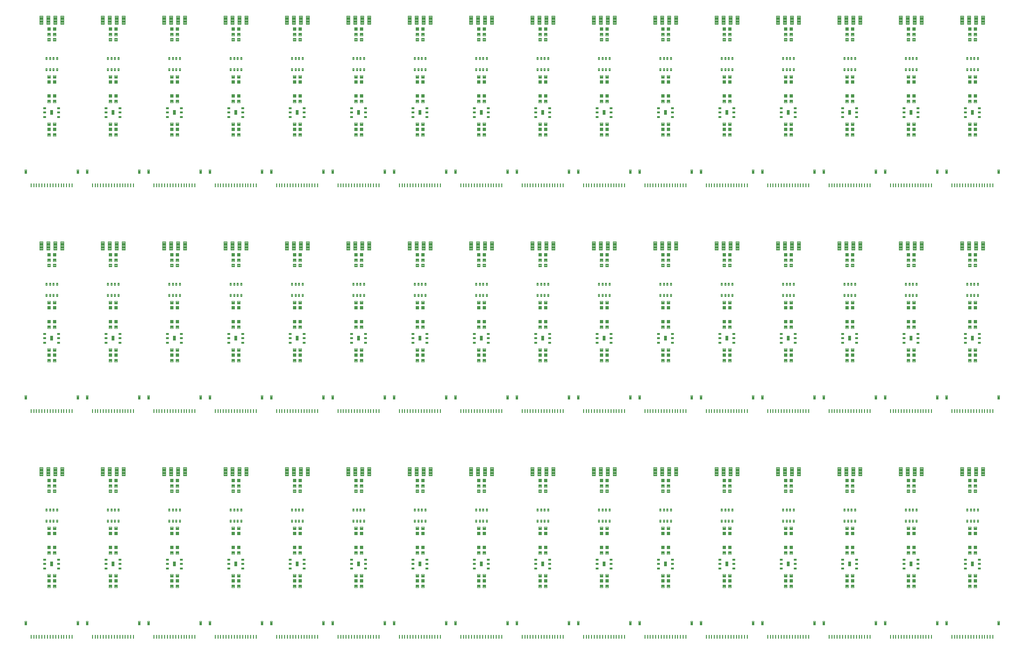
<source format=gtp>
G04 EAGLE Gerber RS-274X export*
G75*
%MOMM*%
%FSLAX34Y34*%
%LPD*%
%INSolderpaste Top*%
%IPPOS*%
%AMOC8*
5,1,8,0,0,1.08239X$1,22.5*%
G01*
%ADD10C,0.100000*%
%ADD11R,0.250000X0.650000*%
%ADD12C,0.102000*%
%ADD13R,0.550000X0.400000*%
%ADD14R,0.600000X0.850000*%
%ADD15C,0.101500*%
%ADD16C,0.105000*%


D10*
X99340Y35955D02*
X102340Y35955D01*
X102340Y28955D01*
X99340Y28955D01*
X99340Y35955D01*
X99340Y29905D02*
X102340Y29905D01*
X102340Y30855D02*
X99340Y30855D01*
X99340Y31805D02*
X102340Y31805D01*
X102340Y32755D02*
X99340Y32755D01*
X99340Y33705D02*
X102340Y33705D01*
X102340Y34655D02*
X99340Y34655D01*
X99340Y35605D02*
X102340Y35605D01*
D11*
X90840Y7455D03*
X85840Y7455D03*
D10*
X7340Y35955D02*
X4340Y35955D01*
X7340Y35955D02*
X7340Y28955D01*
X4340Y28955D01*
X4340Y35955D01*
X4340Y29905D02*
X7340Y29905D01*
X7340Y30855D02*
X4340Y30855D01*
X4340Y31805D02*
X7340Y31805D01*
X7340Y32755D02*
X4340Y32755D01*
X4340Y33705D02*
X7340Y33705D01*
X7340Y34655D02*
X4340Y34655D01*
X4340Y35605D02*
X7340Y35605D01*
D11*
X80840Y7455D03*
X75840Y7455D03*
X70840Y7455D03*
X65840Y7455D03*
X60840Y7455D03*
X55840Y7455D03*
X50840Y7455D03*
X45840Y7455D03*
X40840Y7455D03*
X35840Y7455D03*
X30840Y7455D03*
X25840Y7455D03*
X20840Y7455D03*
X15840Y7455D03*
D12*
X55850Y198070D02*
X60830Y198070D01*
X60830Y193090D01*
X55850Y193090D01*
X55850Y198070D01*
X55850Y194059D02*
X60830Y194059D01*
X60830Y195028D02*
X55850Y195028D01*
X55850Y195997D02*
X60830Y195997D01*
X60830Y196966D02*
X55850Y196966D01*
X55850Y197935D02*
X60830Y197935D01*
X50830Y198070D02*
X45850Y198070D01*
X50830Y198070D02*
X50830Y193090D01*
X45850Y193090D01*
X45850Y198070D01*
X45850Y194059D02*
X50830Y194059D01*
X50830Y195028D02*
X45850Y195028D01*
X45850Y195997D02*
X50830Y195997D01*
X50830Y196966D02*
X45850Y196966D01*
X45850Y197935D02*
X50830Y197935D01*
D13*
X40840Y147700D03*
X40840Y139700D03*
X40840Y131700D03*
X65840Y147700D03*
X65840Y139700D03*
X65840Y131700D03*
D14*
X53340Y139700D03*
D12*
X55850Y121235D02*
X60830Y121235D01*
X60830Y116255D01*
X55850Y116255D01*
X55850Y121235D01*
X55850Y117224D02*
X60830Y117224D01*
X60830Y118193D02*
X55850Y118193D01*
X55850Y119162D02*
X60830Y119162D01*
X60830Y120131D02*
X55850Y120131D01*
X55850Y121100D02*
X60830Y121100D01*
X50830Y121235D02*
X45850Y121235D01*
X50830Y121235D02*
X50830Y116255D01*
X45850Y116255D01*
X45850Y121235D01*
X45850Y117224D02*
X50830Y117224D01*
X50830Y118193D02*
X45850Y118193D01*
X45850Y119162D02*
X50830Y119162D01*
X50830Y120131D02*
X45850Y120131D01*
X45850Y121100D02*
X50830Y121100D01*
X50830Y158165D02*
X45850Y158165D01*
X45850Y163145D01*
X50830Y163145D01*
X50830Y158165D01*
X50830Y159134D02*
X45850Y159134D01*
X45850Y160103D02*
X50830Y160103D01*
X50830Y161072D02*
X45850Y161072D01*
X45850Y162041D02*
X50830Y162041D01*
X50830Y163010D02*
X45850Y163010D01*
X55850Y158165D02*
X60830Y158165D01*
X55850Y158165D02*
X55850Y163145D01*
X60830Y163145D01*
X60830Y158165D01*
X60830Y159134D02*
X55850Y159134D01*
X55850Y160103D02*
X60830Y160103D01*
X60830Y161072D02*
X55850Y161072D01*
X55850Y162041D02*
X60830Y162041D01*
X60830Y163010D02*
X55850Y163010D01*
X50830Y167690D02*
X45850Y167690D01*
X45850Y172670D01*
X50830Y172670D01*
X50830Y167690D01*
X50830Y168659D02*
X45850Y168659D01*
X45850Y169628D02*
X50830Y169628D01*
X50830Y170597D02*
X45850Y170597D01*
X45850Y171566D02*
X50830Y171566D01*
X50830Y172535D02*
X45850Y172535D01*
X55850Y167690D02*
X60830Y167690D01*
X55850Y167690D02*
X55850Y172670D01*
X60830Y172670D01*
X60830Y167690D01*
X60830Y168659D02*
X55850Y168659D01*
X55850Y169628D02*
X60830Y169628D01*
X60830Y170597D02*
X55850Y170597D01*
X55850Y171566D02*
X60830Y171566D01*
X60830Y172535D02*
X55850Y172535D01*
X50830Y106730D02*
X45850Y106730D01*
X45850Y111710D01*
X50830Y111710D01*
X50830Y106730D01*
X50830Y107699D02*
X45850Y107699D01*
X45850Y108668D02*
X50830Y108668D01*
X50830Y109637D02*
X45850Y109637D01*
X45850Y110606D02*
X50830Y110606D01*
X50830Y111575D02*
X45850Y111575D01*
X55850Y106730D02*
X60830Y106730D01*
X55850Y106730D02*
X55850Y111710D01*
X60830Y111710D01*
X60830Y106730D01*
X60830Y107699D02*
X55850Y107699D01*
X55850Y108668D02*
X60830Y108668D01*
X60830Y109637D02*
X55850Y109637D01*
X55850Y110606D02*
X60830Y110606D01*
X60830Y111575D02*
X55850Y111575D01*
X50830Y97205D02*
X45850Y97205D01*
X45850Y102185D01*
X50830Y102185D01*
X50830Y97205D01*
X50830Y98174D02*
X45850Y98174D01*
X45850Y99143D02*
X50830Y99143D01*
X50830Y100112D02*
X45850Y100112D01*
X45850Y101081D02*
X50830Y101081D01*
X50830Y102050D02*
X45850Y102050D01*
X55850Y97205D02*
X60830Y97205D01*
X55850Y97205D02*
X55850Y102185D01*
X60830Y102185D01*
X60830Y97205D01*
X60830Y98174D02*
X55850Y98174D01*
X55850Y99143D02*
X60830Y99143D01*
X60830Y100112D02*
X55850Y100112D01*
X55850Y101081D02*
X60830Y101081D01*
X60830Y102050D02*
X55850Y102050D01*
D15*
X44833Y236857D02*
X44833Y240843D01*
X44833Y236857D02*
X42347Y236857D01*
X42347Y240843D01*
X44833Y240843D01*
X44833Y237821D02*
X42347Y237821D01*
X42347Y238785D02*
X44833Y238785D01*
X44833Y239749D02*
X42347Y239749D01*
X42347Y240713D02*
X44833Y240713D01*
X51333Y240843D02*
X51333Y236857D01*
X48847Y236857D01*
X48847Y240843D01*
X51333Y240843D01*
X51333Y237821D02*
X48847Y237821D01*
X48847Y238785D02*
X51333Y238785D01*
X51333Y239749D02*
X48847Y239749D01*
X48847Y240713D02*
X51333Y240713D01*
X57833Y240843D02*
X57833Y236857D01*
X55347Y236857D01*
X55347Y240843D01*
X57833Y240843D01*
X57833Y237821D02*
X55347Y237821D01*
X55347Y238785D02*
X57833Y238785D01*
X57833Y239749D02*
X55347Y239749D01*
X55347Y240713D02*
X57833Y240713D01*
X64333Y240843D02*
X64333Y236857D01*
X61847Y236857D01*
X61847Y240843D01*
X64333Y240843D01*
X64333Y237821D02*
X61847Y237821D01*
X61847Y238785D02*
X64333Y238785D01*
X64333Y239749D02*
X61847Y239749D01*
X61847Y240713D02*
X64333Y240713D01*
X64333Y220343D02*
X64333Y216357D01*
X61847Y216357D01*
X61847Y220343D01*
X64333Y220343D01*
X64333Y217321D02*
X61847Y217321D01*
X61847Y218285D02*
X64333Y218285D01*
X64333Y219249D02*
X61847Y219249D01*
X61847Y220213D02*
X64333Y220213D01*
X57833Y220343D02*
X57833Y216357D01*
X55347Y216357D01*
X55347Y220343D01*
X57833Y220343D01*
X57833Y217321D02*
X55347Y217321D01*
X55347Y218285D02*
X57833Y218285D01*
X57833Y219249D02*
X55347Y219249D01*
X55347Y220213D02*
X57833Y220213D01*
X51333Y220343D02*
X51333Y216357D01*
X48847Y216357D01*
X48847Y220343D01*
X51333Y220343D01*
X51333Y217321D02*
X48847Y217321D01*
X48847Y218285D02*
X51333Y218285D01*
X51333Y219249D02*
X48847Y219249D01*
X48847Y220213D02*
X51333Y220213D01*
X44833Y220343D02*
X44833Y216357D01*
X42347Y216357D01*
X42347Y220343D01*
X44833Y220343D01*
X44833Y217321D02*
X42347Y217321D01*
X42347Y218285D02*
X44833Y218285D01*
X44833Y219249D02*
X42347Y219249D01*
X42347Y220213D02*
X44833Y220213D01*
D12*
X55850Y207595D02*
X60830Y207595D01*
X60830Y202615D01*
X55850Y202615D01*
X55850Y207595D01*
X55850Y203584D02*
X60830Y203584D01*
X60830Y204553D02*
X55850Y204553D01*
X55850Y205522D02*
X60830Y205522D01*
X60830Y206491D02*
X55850Y206491D01*
X55850Y207460D02*
X60830Y207460D01*
X50830Y207595D02*
X45850Y207595D01*
X50830Y207595D02*
X50830Y202615D01*
X45850Y202615D01*
X45850Y207595D01*
X45850Y203584D02*
X50830Y203584D01*
X50830Y204553D02*
X45850Y204553D01*
X45850Y205522D02*
X50830Y205522D01*
X50830Y206491D02*
X45850Y206491D01*
X45850Y207460D02*
X50830Y207460D01*
D16*
X37265Y301025D02*
X37265Y315975D01*
X37265Y301025D02*
X31315Y301025D01*
X31315Y315975D01*
X37265Y315975D01*
X37265Y302022D02*
X31315Y302022D01*
X31315Y303019D02*
X37265Y303019D01*
X37265Y304016D02*
X31315Y304016D01*
X31315Y305013D02*
X37265Y305013D01*
X37265Y306010D02*
X31315Y306010D01*
X31315Y307007D02*
X37265Y307007D01*
X37265Y308004D02*
X31315Y308004D01*
X31315Y309001D02*
X37265Y309001D01*
X37265Y309998D02*
X31315Y309998D01*
X31315Y310995D02*
X37265Y310995D01*
X37265Y311992D02*
X31315Y311992D01*
X31315Y312989D02*
X37265Y312989D01*
X37265Y313986D02*
X31315Y313986D01*
X31315Y314983D02*
X37265Y314983D01*
X49965Y315975D02*
X49965Y301025D01*
X44015Y301025D01*
X44015Y315975D01*
X49965Y315975D01*
X49965Y302022D02*
X44015Y302022D01*
X44015Y303019D02*
X49965Y303019D01*
X49965Y304016D02*
X44015Y304016D01*
X44015Y305013D02*
X49965Y305013D01*
X49965Y306010D02*
X44015Y306010D01*
X44015Y307007D02*
X49965Y307007D01*
X49965Y308004D02*
X44015Y308004D01*
X44015Y309001D02*
X49965Y309001D01*
X49965Y309998D02*
X44015Y309998D01*
X44015Y310995D02*
X49965Y310995D01*
X49965Y311992D02*
X44015Y311992D01*
X44015Y312989D02*
X49965Y312989D01*
X49965Y313986D02*
X44015Y313986D01*
X44015Y314983D02*
X49965Y314983D01*
X62665Y315975D02*
X62665Y301025D01*
X56715Y301025D01*
X56715Y315975D01*
X62665Y315975D01*
X62665Y302022D02*
X56715Y302022D01*
X56715Y303019D02*
X62665Y303019D01*
X62665Y304016D02*
X56715Y304016D01*
X56715Y305013D02*
X62665Y305013D01*
X62665Y306010D02*
X56715Y306010D01*
X56715Y307007D02*
X62665Y307007D01*
X62665Y308004D02*
X56715Y308004D01*
X56715Y309001D02*
X62665Y309001D01*
X62665Y309998D02*
X56715Y309998D01*
X56715Y310995D02*
X62665Y310995D01*
X62665Y311992D02*
X56715Y311992D01*
X56715Y312989D02*
X62665Y312989D01*
X62665Y313986D02*
X56715Y313986D01*
X56715Y314983D02*
X62665Y314983D01*
X75365Y315975D02*
X75365Y301025D01*
X69415Y301025D01*
X69415Y315975D01*
X75365Y315975D01*
X75365Y302022D02*
X69415Y302022D01*
X69415Y303019D02*
X75365Y303019D01*
X75365Y304016D02*
X69415Y304016D01*
X69415Y305013D02*
X75365Y305013D01*
X75365Y306010D02*
X69415Y306010D01*
X69415Y307007D02*
X75365Y307007D01*
X75365Y308004D02*
X69415Y308004D01*
X69415Y309001D02*
X75365Y309001D01*
X75365Y309998D02*
X69415Y309998D01*
X69415Y310995D02*
X75365Y310995D01*
X75365Y311992D02*
X69415Y311992D01*
X69415Y312989D02*
X75365Y312989D01*
X75365Y313986D02*
X69415Y313986D01*
X69415Y314983D02*
X75365Y314983D01*
D12*
X50830Y289610D02*
X45850Y289610D01*
X45850Y294590D01*
X50830Y294590D01*
X50830Y289610D01*
X50830Y290579D02*
X45850Y290579D01*
X45850Y291548D02*
X50830Y291548D01*
X50830Y292517D02*
X45850Y292517D01*
X45850Y293486D02*
X50830Y293486D01*
X50830Y294455D02*
X45850Y294455D01*
X55850Y289610D02*
X60830Y289610D01*
X55850Y289610D02*
X55850Y294590D01*
X60830Y294590D01*
X60830Y289610D01*
X60830Y290579D02*
X55850Y290579D01*
X55850Y291548D02*
X60830Y291548D01*
X60830Y292517D02*
X55850Y292517D01*
X55850Y293486D02*
X60830Y293486D01*
X60830Y294455D02*
X55850Y294455D01*
X50830Y280085D02*
X45850Y280085D01*
X45850Y285065D01*
X50830Y285065D01*
X50830Y280085D01*
X50830Y281054D02*
X45850Y281054D01*
X45850Y282023D02*
X50830Y282023D01*
X50830Y282992D02*
X45850Y282992D01*
X45850Y283961D02*
X50830Y283961D01*
X50830Y284930D02*
X45850Y284930D01*
X55850Y280085D02*
X60830Y280085D01*
X55850Y280085D02*
X55850Y285065D01*
X60830Y285065D01*
X60830Y280085D01*
X60830Y281054D02*
X55850Y281054D01*
X55850Y282023D02*
X60830Y282023D01*
X60830Y282992D02*
X55850Y282992D01*
X55850Y283961D02*
X60830Y283961D01*
X60830Y284930D02*
X55850Y284930D01*
X50830Y270560D02*
X45850Y270560D01*
X45850Y275540D01*
X50830Y275540D01*
X50830Y270560D01*
X50830Y271529D02*
X45850Y271529D01*
X45850Y272498D02*
X50830Y272498D01*
X50830Y273467D02*
X45850Y273467D01*
X45850Y274436D02*
X50830Y274436D01*
X50830Y275405D02*
X45850Y275405D01*
X55850Y270560D02*
X60830Y270560D01*
X55850Y270560D02*
X55850Y275540D01*
X60830Y275540D01*
X60830Y270560D01*
X60830Y271529D02*
X55850Y271529D01*
X55850Y272498D02*
X60830Y272498D01*
X60830Y273467D02*
X55850Y273467D01*
X55850Y274436D02*
X60830Y274436D01*
X60830Y275405D02*
X55850Y275405D01*
D10*
X211100Y35955D02*
X214100Y35955D01*
X214100Y28955D01*
X211100Y28955D01*
X211100Y35955D01*
X211100Y29905D02*
X214100Y29905D01*
X214100Y30855D02*
X211100Y30855D01*
X211100Y31805D02*
X214100Y31805D01*
X214100Y32755D02*
X211100Y32755D01*
X211100Y33705D02*
X214100Y33705D01*
X214100Y34655D02*
X211100Y34655D01*
X211100Y35605D02*
X214100Y35605D01*
D11*
X202600Y7455D03*
X197600Y7455D03*
D10*
X119100Y35955D02*
X116100Y35955D01*
X119100Y35955D02*
X119100Y28955D01*
X116100Y28955D01*
X116100Y35955D01*
X116100Y29905D02*
X119100Y29905D01*
X119100Y30855D02*
X116100Y30855D01*
X116100Y31805D02*
X119100Y31805D01*
X119100Y32755D02*
X116100Y32755D01*
X116100Y33705D02*
X119100Y33705D01*
X119100Y34655D02*
X116100Y34655D01*
X116100Y35605D02*
X119100Y35605D01*
D11*
X192600Y7455D03*
X187600Y7455D03*
X182600Y7455D03*
X177600Y7455D03*
X172600Y7455D03*
X167600Y7455D03*
X162600Y7455D03*
X157600Y7455D03*
X152600Y7455D03*
X147600Y7455D03*
X142600Y7455D03*
X137600Y7455D03*
X132600Y7455D03*
X127600Y7455D03*
D12*
X167610Y198070D02*
X172590Y198070D01*
X172590Y193090D01*
X167610Y193090D01*
X167610Y198070D01*
X167610Y194059D02*
X172590Y194059D01*
X172590Y195028D02*
X167610Y195028D01*
X167610Y195997D02*
X172590Y195997D01*
X172590Y196966D02*
X167610Y196966D01*
X167610Y197935D02*
X172590Y197935D01*
X162590Y198070D02*
X157610Y198070D01*
X162590Y198070D02*
X162590Y193090D01*
X157610Y193090D01*
X157610Y198070D01*
X157610Y194059D02*
X162590Y194059D01*
X162590Y195028D02*
X157610Y195028D01*
X157610Y195997D02*
X162590Y195997D01*
X162590Y196966D02*
X157610Y196966D01*
X157610Y197935D02*
X162590Y197935D01*
D13*
X152600Y147700D03*
X152600Y139700D03*
X152600Y131700D03*
X177600Y147700D03*
X177600Y139700D03*
X177600Y131700D03*
D14*
X165100Y139700D03*
D12*
X167610Y121235D02*
X172590Y121235D01*
X172590Y116255D01*
X167610Y116255D01*
X167610Y121235D01*
X167610Y117224D02*
X172590Y117224D01*
X172590Y118193D02*
X167610Y118193D01*
X167610Y119162D02*
X172590Y119162D01*
X172590Y120131D02*
X167610Y120131D01*
X167610Y121100D02*
X172590Y121100D01*
X162590Y121235D02*
X157610Y121235D01*
X162590Y121235D02*
X162590Y116255D01*
X157610Y116255D01*
X157610Y121235D01*
X157610Y117224D02*
X162590Y117224D01*
X162590Y118193D02*
X157610Y118193D01*
X157610Y119162D02*
X162590Y119162D01*
X162590Y120131D02*
X157610Y120131D01*
X157610Y121100D02*
X162590Y121100D01*
X162590Y158165D02*
X157610Y158165D01*
X157610Y163145D01*
X162590Y163145D01*
X162590Y158165D01*
X162590Y159134D02*
X157610Y159134D01*
X157610Y160103D02*
X162590Y160103D01*
X162590Y161072D02*
X157610Y161072D01*
X157610Y162041D02*
X162590Y162041D01*
X162590Y163010D02*
X157610Y163010D01*
X167610Y158165D02*
X172590Y158165D01*
X167610Y158165D02*
X167610Y163145D01*
X172590Y163145D01*
X172590Y158165D01*
X172590Y159134D02*
X167610Y159134D01*
X167610Y160103D02*
X172590Y160103D01*
X172590Y161072D02*
X167610Y161072D01*
X167610Y162041D02*
X172590Y162041D01*
X172590Y163010D02*
X167610Y163010D01*
X162590Y167690D02*
X157610Y167690D01*
X157610Y172670D01*
X162590Y172670D01*
X162590Y167690D01*
X162590Y168659D02*
X157610Y168659D01*
X157610Y169628D02*
X162590Y169628D01*
X162590Y170597D02*
X157610Y170597D01*
X157610Y171566D02*
X162590Y171566D01*
X162590Y172535D02*
X157610Y172535D01*
X167610Y167690D02*
X172590Y167690D01*
X167610Y167690D02*
X167610Y172670D01*
X172590Y172670D01*
X172590Y167690D01*
X172590Y168659D02*
X167610Y168659D01*
X167610Y169628D02*
X172590Y169628D01*
X172590Y170597D02*
X167610Y170597D01*
X167610Y171566D02*
X172590Y171566D01*
X172590Y172535D02*
X167610Y172535D01*
X162590Y106730D02*
X157610Y106730D01*
X157610Y111710D01*
X162590Y111710D01*
X162590Y106730D01*
X162590Y107699D02*
X157610Y107699D01*
X157610Y108668D02*
X162590Y108668D01*
X162590Y109637D02*
X157610Y109637D01*
X157610Y110606D02*
X162590Y110606D01*
X162590Y111575D02*
X157610Y111575D01*
X167610Y106730D02*
X172590Y106730D01*
X167610Y106730D02*
X167610Y111710D01*
X172590Y111710D01*
X172590Y106730D01*
X172590Y107699D02*
X167610Y107699D01*
X167610Y108668D02*
X172590Y108668D01*
X172590Y109637D02*
X167610Y109637D01*
X167610Y110606D02*
X172590Y110606D01*
X172590Y111575D02*
X167610Y111575D01*
X162590Y97205D02*
X157610Y97205D01*
X157610Y102185D01*
X162590Y102185D01*
X162590Y97205D01*
X162590Y98174D02*
X157610Y98174D01*
X157610Y99143D02*
X162590Y99143D01*
X162590Y100112D02*
X157610Y100112D01*
X157610Y101081D02*
X162590Y101081D01*
X162590Y102050D02*
X157610Y102050D01*
X167610Y97205D02*
X172590Y97205D01*
X167610Y97205D02*
X167610Y102185D01*
X172590Y102185D01*
X172590Y97205D01*
X172590Y98174D02*
X167610Y98174D01*
X167610Y99143D02*
X172590Y99143D01*
X172590Y100112D02*
X167610Y100112D01*
X167610Y101081D02*
X172590Y101081D01*
X172590Y102050D02*
X167610Y102050D01*
D15*
X156593Y236857D02*
X156593Y240843D01*
X156593Y236857D02*
X154107Y236857D01*
X154107Y240843D01*
X156593Y240843D01*
X156593Y237821D02*
X154107Y237821D01*
X154107Y238785D02*
X156593Y238785D01*
X156593Y239749D02*
X154107Y239749D01*
X154107Y240713D02*
X156593Y240713D01*
X163093Y240843D02*
X163093Y236857D01*
X160607Y236857D01*
X160607Y240843D01*
X163093Y240843D01*
X163093Y237821D02*
X160607Y237821D01*
X160607Y238785D02*
X163093Y238785D01*
X163093Y239749D02*
X160607Y239749D01*
X160607Y240713D02*
X163093Y240713D01*
X169593Y240843D02*
X169593Y236857D01*
X167107Y236857D01*
X167107Y240843D01*
X169593Y240843D01*
X169593Y237821D02*
X167107Y237821D01*
X167107Y238785D02*
X169593Y238785D01*
X169593Y239749D02*
X167107Y239749D01*
X167107Y240713D02*
X169593Y240713D01*
X176093Y240843D02*
X176093Y236857D01*
X173607Y236857D01*
X173607Y240843D01*
X176093Y240843D01*
X176093Y237821D02*
X173607Y237821D01*
X173607Y238785D02*
X176093Y238785D01*
X176093Y239749D02*
X173607Y239749D01*
X173607Y240713D02*
X176093Y240713D01*
X176093Y220343D02*
X176093Y216357D01*
X173607Y216357D01*
X173607Y220343D01*
X176093Y220343D01*
X176093Y217321D02*
X173607Y217321D01*
X173607Y218285D02*
X176093Y218285D01*
X176093Y219249D02*
X173607Y219249D01*
X173607Y220213D02*
X176093Y220213D01*
X169593Y220343D02*
X169593Y216357D01*
X167107Y216357D01*
X167107Y220343D01*
X169593Y220343D01*
X169593Y217321D02*
X167107Y217321D01*
X167107Y218285D02*
X169593Y218285D01*
X169593Y219249D02*
X167107Y219249D01*
X167107Y220213D02*
X169593Y220213D01*
X163093Y220343D02*
X163093Y216357D01*
X160607Y216357D01*
X160607Y220343D01*
X163093Y220343D01*
X163093Y217321D02*
X160607Y217321D01*
X160607Y218285D02*
X163093Y218285D01*
X163093Y219249D02*
X160607Y219249D01*
X160607Y220213D02*
X163093Y220213D01*
X156593Y220343D02*
X156593Y216357D01*
X154107Y216357D01*
X154107Y220343D01*
X156593Y220343D01*
X156593Y217321D02*
X154107Y217321D01*
X154107Y218285D02*
X156593Y218285D01*
X156593Y219249D02*
X154107Y219249D01*
X154107Y220213D02*
X156593Y220213D01*
D12*
X167610Y207595D02*
X172590Y207595D01*
X172590Y202615D01*
X167610Y202615D01*
X167610Y207595D01*
X167610Y203584D02*
X172590Y203584D01*
X172590Y204553D02*
X167610Y204553D01*
X167610Y205522D02*
X172590Y205522D01*
X172590Y206491D02*
X167610Y206491D01*
X167610Y207460D02*
X172590Y207460D01*
X162590Y207595D02*
X157610Y207595D01*
X162590Y207595D02*
X162590Y202615D01*
X157610Y202615D01*
X157610Y207595D01*
X157610Y203584D02*
X162590Y203584D01*
X162590Y204553D02*
X157610Y204553D01*
X157610Y205522D02*
X162590Y205522D01*
X162590Y206491D02*
X157610Y206491D01*
X157610Y207460D02*
X162590Y207460D01*
D16*
X149025Y301025D02*
X149025Y315975D01*
X149025Y301025D02*
X143075Y301025D01*
X143075Y315975D01*
X149025Y315975D01*
X149025Y302022D02*
X143075Y302022D01*
X143075Y303019D02*
X149025Y303019D01*
X149025Y304016D02*
X143075Y304016D01*
X143075Y305013D02*
X149025Y305013D01*
X149025Y306010D02*
X143075Y306010D01*
X143075Y307007D02*
X149025Y307007D01*
X149025Y308004D02*
X143075Y308004D01*
X143075Y309001D02*
X149025Y309001D01*
X149025Y309998D02*
X143075Y309998D01*
X143075Y310995D02*
X149025Y310995D01*
X149025Y311992D02*
X143075Y311992D01*
X143075Y312989D02*
X149025Y312989D01*
X149025Y313986D02*
X143075Y313986D01*
X143075Y314983D02*
X149025Y314983D01*
X161725Y315975D02*
X161725Y301025D01*
X155775Y301025D01*
X155775Y315975D01*
X161725Y315975D01*
X161725Y302022D02*
X155775Y302022D01*
X155775Y303019D02*
X161725Y303019D01*
X161725Y304016D02*
X155775Y304016D01*
X155775Y305013D02*
X161725Y305013D01*
X161725Y306010D02*
X155775Y306010D01*
X155775Y307007D02*
X161725Y307007D01*
X161725Y308004D02*
X155775Y308004D01*
X155775Y309001D02*
X161725Y309001D01*
X161725Y309998D02*
X155775Y309998D01*
X155775Y310995D02*
X161725Y310995D01*
X161725Y311992D02*
X155775Y311992D01*
X155775Y312989D02*
X161725Y312989D01*
X161725Y313986D02*
X155775Y313986D01*
X155775Y314983D02*
X161725Y314983D01*
X174425Y315975D02*
X174425Y301025D01*
X168475Y301025D01*
X168475Y315975D01*
X174425Y315975D01*
X174425Y302022D02*
X168475Y302022D01*
X168475Y303019D02*
X174425Y303019D01*
X174425Y304016D02*
X168475Y304016D01*
X168475Y305013D02*
X174425Y305013D01*
X174425Y306010D02*
X168475Y306010D01*
X168475Y307007D02*
X174425Y307007D01*
X174425Y308004D02*
X168475Y308004D01*
X168475Y309001D02*
X174425Y309001D01*
X174425Y309998D02*
X168475Y309998D01*
X168475Y310995D02*
X174425Y310995D01*
X174425Y311992D02*
X168475Y311992D01*
X168475Y312989D02*
X174425Y312989D01*
X174425Y313986D02*
X168475Y313986D01*
X168475Y314983D02*
X174425Y314983D01*
X187125Y315975D02*
X187125Y301025D01*
X181175Y301025D01*
X181175Y315975D01*
X187125Y315975D01*
X187125Y302022D02*
X181175Y302022D01*
X181175Y303019D02*
X187125Y303019D01*
X187125Y304016D02*
X181175Y304016D01*
X181175Y305013D02*
X187125Y305013D01*
X187125Y306010D02*
X181175Y306010D01*
X181175Y307007D02*
X187125Y307007D01*
X187125Y308004D02*
X181175Y308004D01*
X181175Y309001D02*
X187125Y309001D01*
X187125Y309998D02*
X181175Y309998D01*
X181175Y310995D02*
X187125Y310995D01*
X187125Y311992D02*
X181175Y311992D01*
X181175Y312989D02*
X187125Y312989D01*
X187125Y313986D02*
X181175Y313986D01*
X181175Y314983D02*
X187125Y314983D01*
D12*
X162590Y289610D02*
X157610Y289610D01*
X157610Y294590D01*
X162590Y294590D01*
X162590Y289610D01*
X162590Y290579D02*
X157610Y290579D01*
X157610Y291548D02*
X162590Y291548D01*
X162590Y292517D02*
X157610Y292517D01*
X157610Y293486D02*
X162590Y293486D01*
X162590Y294455D02*
X157610Y294455D01*
X167610Y289610D02*
X172590Y289610D01*
X167610Y289610D02*
X167610Y294590D01*
X172590Y294590D01*
X172590Y289610D01*
X172590Y290579D02*
X167610Y290579D01*
X167610Y291548D02*
X172590Y291548D01*
X172590Y292517D02*
X167610Y292517D01*
X167610Y293486D02*
X172590Y293486D01*
X172590Y294455D02*
X167610Y294455D01*
X162590Y280085D02*
X157610Y280085D01*
X157610Y285065D01*
X162590Y285065D01*
X162590Y280085D01*
X162590Y281054D02*
X157610Y281054D01*
X157610Y282023D02*
X162590Y282023D01*
X162590Y282992D02*
X157610Y282992D01*
X157610Y283961D02*
X162590Y283961D01*
X162590Y284930D02*
X157610Y284930D01*
X167610Y280085D02*
X172590Y280085D01*
X167610Y280085D02*
X167610Y285065D01*
X172590Y285065D01*
X172590Y280085D01*
X172590Y281054D02*
X167610Y281054D01*
X167610Y282023D02*
X172590Y282023D01*
X172590Y282992D02*
X167610Y282992D01*
X167610Y283961D02*
X172590Y283961D01*
X172590Y284930D02*
X167610Y284930D01*
X162590Y270560D02*
X157610Y270560D01*
X157610Y275540D01*
X162590Y275540D01*
X162590Y270560D01*
X162590Y271529D02*
X157610Y271529D01*
X157610Y272498D02*
X162590Y272498D01*
X162590Y273467D02*
X157610Y273467D01*
X157610Y274436D02*
X162590Y274436D01*
X162590Y275405D02*
X157610Y275405D01*
X167610Y270560D02*
X172590Y270560D01*
X167610Y270560D02*
X167610Y275540D01*
X172590Y275540D01*
X172590Y270560D01*
X172590Y271529D02*
X167610Y271529D01*
X167610Y272498D02*
X172590Y272498D01*
X172590Y273467D02*
X167610Y273467D01*
X167610Y274436D02*
X172590Y274436D01*
X172590Y275405D02*
X167610Y275405D01*
D10*
X322860Y35955D02*
X325860Y35955D01*
X325860Y28955D01*
X322860Y28955D01*
X322860Y35955D01*
X322860Y29905D02*
X325860Y29905D01*
X325860Y30855D02*
X322860Y30855D01*
X322860Y31805D02*
X325860Y31805D01*
X325860Y32755D02*
X322860Y32755D01*
X322860Y33705D02*
X325860Y33705D01*
X325860Y34655D02*
X322860Y34655D01*
X322860Y35605D02*
X325860Y35605D01*
D11*
X314360Y7455D03*
X309360Y7455D03*
D10*
X230860Y35955D02*
X227860Y35955D01*
X230860Y35955D02*
X230860Y28955D01*
X227860Y28955D01*
X227860Y35955D01*
X227860Y29905D02*
X230860Y29905D01*
X230860Y30855D02*
X227860Y30855D01*
X227860Y31805D02*
X230860Y31805D01*
X230860Y32755D02*
X227860Y32755D01*
X227860Y33705D02*
X230860Y33705D01*
X230860Y34655D02*
X227860Y34655D01*
X227860Y35605D02*
X230860Y35605D01*
D11*
X304360Y7455D03*
X299360Y7455D03*
X294360Y7455D03*
X289360Y7455D03*
X284360Y7455D03*
X279360Y7455D03*
X274360Y7455D03*
X269360Y7455D03*
X264360Y7455D03*
X259360Y7455D03*
X254360Y7455D03*
X249360Y7455D03*
X244360Y7455D03*
X239360Y7455D03*
D12*
X279370Y198070D02*
X284350Y198070D01*
X284350Y193090D01*
X279370Y193090D01*
X279370Y198070D01*
X279370Y194059D02*
X284350Y194059D01*
X284350Y195028D02*
X279370Y195028D01*
X279370Y195997D02*
X284350Y195997D01*
X284350Y196966D02*
X279370Y196966D01*
X279370Y197935D02*
X284350Y197935D01*
X274350Y198070D02*
X269370Y198070D01*
X274350Y198070D02*
X274350Y193090D01*
X269370Y193090D01*
X269370Y198070D01*
X269370Y194059D02*
X274350Y194059D01*
X274350Y195028D02*
X269370Y195028D01*
X269370Y195997D02*
X274350Y195997D01*
X274350Y196966D02*
X269370Y196966D01*
X269370Y197935D02*
X274350Y197935D01*
D13*
X264360Y147700D03*
X264360Y139700D03*
X264360Y131700D03*
X289360Y147700D03*
X289360Y139700D03*
X289360Y131700D03*
D14*
X276860Y139700D03*
D12*
X279370Y121235D02*
X284350Y121235D01*
X284350Y116255D01*
X279370Y116255D01*
X279370Y121235D01*
X279370Y117224D02*
X284350Y117224D01*
X284350Y118193D02*
X279370Y118193D01*
X279370Y119162D02*
X284350Y119162D01*
X284350Y120131D02*
X279370Y120131D01*
X279370Y121100D02*
X284350Y121100D01*
X274350Y121235D02*
X269370Y121235D01*
X274350Y121235D02*
X274350Y116255D01*
X269370Y116255D01*
X269370Y121235D01*
X269370Y117224D02*
X274350Y117224D01*
X274350Y118193D02*
X269370Y118193D01*
X269370Y119162D02*
X274350Y119162D01*
X274350Y120131D02*
X269370Y120131D01*
X269370Y121100D02*
X274350Y121100D01*
X274350Y158165D02*
X269370Y158165D01*
X269370Y163145D01*
X274350Y163145D01*
X274350Y158165D01*
X274350Y159134D02*
X269370Y159134D01*
X269370Y160103D02*
X274350Y160103D01*
X274350Y161072D02*
X269370Y161072D01*
X269370Y162041D02*
X274350Y162041D01*
X274350Y163010D02*
X269370Y163010D01*
X279370Y158165D02*
X284350Y158165D01*
X279370Y158165D02*
X279370Y163145D01*
X284350Y163145D01*
X284350Y158165D01*
X284350Y159134D02*
X279370Y159134D01*
X279370Y160103D02*
X284350Y160103D01*
X284350Y161072D02*
X279370Y161072D01*
X279370Y162041D02*
X284350Y162041D01*
X284350Y163010D02*
X279370Y163010D01*
X274350Y167690D02*
X269370Y167690D01*
X269370Y172670D01*
X274350Y172670D01*
X274350Y167690D01*
X274350Y168659D02*
X269370Y168659D01*
X269370Y169628D02*
X274350Y169628D01*
X274350Y170597D02*
X269370Y170597D01*
X269370Y171566D02*
X274350Y171566D01*
X274350Y172535D02*
X269370Y172535D01*
X279370Y167690D02*
X284350Y167690D01*
X279370Y167690D02*
X279370Y172670D01*
X284350Y172670D01*
X284350Y167690D01*
X284350Y168659D02*
X279370Y168659D01*
X279370Y169628D02*
X284350Y169628D01*
X284350Y170597D02*
X279370Y170597D01*
X279370Y171566D02*
X284350Y171566D01*
X284350Y172535D02*
X279370Y172535D01*
X274350Y106730D02*
X269370Y106730D01*
X269370Y111710D01*
X274350Y111710D01*
X274350Y106730D01*
X274350Y107699D02*
X269370Y107699D01*
X269370Y108668D02*
X274350Y108668D01*
X274350Y109637D02*
X269370Y109637D01*
X269370Y110606D02*
X274350Y110606D01*
X274350Y111575D02*
X269370Y111575D01*
X279370Y106730D02*
X284350Y106730D01*
X279370Y106730D02*
X279370Y111710D01*
X284350Y111710D01*
X284350Y106730D01*
X284350Y107699D02*
X279370Y107699D01*
X279370Y108668D02*
X284350Y108668D01*
X284350Y109637D02*
X279370Y109637D01*
X279370Y110606D02*
X284350Y110606D01*
X284350Y111575D02*
X279370Y111575D01*
X274350Y97205D02*
X269370Y97205D01*
X269370Y102185D01*
X274350Y102185D01*
X274350Y97205D01*
X274350Y98174D02*
X269370Y98174D01*
X269370Y99143D02*
X274350Y99143D01*
X274350Y100112D02*
X269370Y100112D01*
X269370Y101081D02*
X274350Y101081D01*
X274350Y102050D02*
X269370Y102050D01*
X279370Y97205D02*
X284350Y97205D01*
X279370Y97205D02*
X279370Y102185D01*
X284350Y102185D01*
X284350Y97205D01*
X284350Y98174D02*
X279370Y98174D01*
X279370Y99143D02*
X284350Y99143D01*
X284350Y100112D02*
X279370Y100112D01*
X279370Y101081D02*
X284350Y101081D01*
X284350Y102050D02*
X279370Y102050D01*
D15*
X268353Y236857D02*
X268353Y240843D01*
X268353Y236857D02*
X265867Y236857D01*
X265867Y240843D01*
X268353Y240843D01*
X268353Y237821D02*
X265867Y237821D01*
X265867Y238785D02*
X268353Y238785D01*
X268353Y239749D02*
X265867Y239749D01*
X265867Y240713D02*
X268353Y240713D01*
X274853Y240843D02*
X274853Y236857D01*
X272367Y236857D01*
X272367Y240843D01*
X274853Y240843D01*
X274853Y237821D02*
X272367Y237821D01*
X272367Y238785D02*
X274853Y238785D01*
X274853Y239749D02*
X272367Y239749D01*
X272367Y240713D02*
X274853Y240713D01*
X281353Y240843D02*
X281353Y236857D01*
X278867Y236857D01*
X278867Y240843D01*
X281353Y240843D01*
X281353Y237821D02*
X278867Y237821D01*
X278867Y238785D02*
X281353Y238785D01*
X281353Y239749D02*
X278867Y239749D01*
X278867Y240713D02*
X281353Y240713D01*
X287853Y240843D02*
X287853Y236857D01*
X285367Y236857D01*
X285367Y240843D01*
X287853Y240843D01*
X287853Y237821D02*
X285367Y237821D01*
X285367Y238785D02*
X287853Y238785D01*
X287853Y239749D02*
X285367Y239749D01*
X285367Y240713D02*
X287853Y240713D01*
X287853Y220343D02*
X287853Y216357D01*
X285367Y216357D01*
X285367Y220343D01*
X287853Y220343D01*
X287853Y217321D02*
X285367Y217321D01*
X285367Y218285D02*
X287853Y218285D01*
X287853Y219249D02*
X285367Y219249D01*
X285367Y220213D02*
X287853Y220213D01*
X281353Y220343D02*
X281353Y216357D01*
X278867Y216357D01*
X278867Y220343D01*
X281353Y220343D01*
X281353Y217321D02*
X278867Y217321D01*
X278867Y218285D02*
X281353Y218285D01*
X281353Y219249D02*
X278867Y219249D01*
X278867Y220213D02*
X281353Y220213D01*
X274853Y220343D02*
X274853Y216357D01*
X272367Y216357D01*
X272367Y220343D01*
X274853Y220343D01*
X274853Y217321D02*
X272367Y217321D01*
X272367Y218285D02*
X274853Y218285D01*
X274853Y219249D02*
X272367Y219249D01*
X272367Y220213D02*
X274853Y220213D01*
X268353Y220343D02*
X268353Y216357D01*
X265867Y216357D01*
X265867Y220343D01*
X268353Y220343D01*
X268353Y217321D02*
X265867Y217321D01*
X265867Y218285D02*
X268353Y218285D01*
X268353Y219249D02*
X265867Y219249D01*
X265867Y220213D02*
X268353Y220213D01*
D12*
X279370Y207595D02*
X284350Y207595D01*
X284350Y202615D01*
X279370Y202615D01*
X279370Y207595D01*
X279370Y203584D02*
X284350Y203584D01*
X284350Y204553D02*
X279370Y204553D01*
X279370Y205522D02*
X284350Y205522D01*
X284350Y206491D02*
X279370Y206491D01*
X279370Y207460D02*
X284350Y207460D01*
X274350Y207595D02*
X269370Y207595D01*
X274350Y207595D02*
X274350Y202615D01*
X269370Y202615D01*
X269370Y207595D01*
X269370Y203584D02*
X274350Y203584D01*
X274350Y204553D02*
X269370Y204553D01*
X269370Y205522D02*
X274350Y205522D01*
X274350Y206491D02*
X269370Y206491D01*
X269370Y207460D02*
X274350Y207460D01*
D16*
X260785Y301025D02*
X260785Y315975D01*
X260785Y301025D02*
X254835Y301025D01*
X254835Y315975D01*
X260785Y315975D01*
X260785Y302022D02*
X254835Y302022D01*
X254835Y303019D02*
X260785Y303019D01*
X260785Y304016D02*
X254835Y304016D01*
X254835Y305013D02*
X260785Y305013D01*
X260785Y306010D02*
X254835Y306010D01*
X254835Y307007D02*
X260785Y307007D01*
X260785Y308004D02*
X254835Y308004D01*
X254835Y309001D02*
X260785Y309001D01*
X260785Y309998D02*
X254835Y309998D01*
X254835Y310995D02*
X260785Y310995D01*
X260785Y311992D02*
X254835Y311992D01*
X254835Y312989D02*
X260785Y312989D01*
X260785Y313986D02*
X254835Y313986D01*
X254835Y314983D02*
X260785Y314983D01*
X273485Y315975D02*
X273485Y301025D01*
X267535Y301025D01*
X267535Y315975D01*
X273485Y315975D01*
X273485Y302022D02*
X267535Y302022D01*
X267535Y303019D02*
X273485Y303019D01*
X273485Y304016D02*
X267535Y304016D01*
X267535Y305013D02*
X273485Y305013D01*
X273485Y306010D02*
X267535Y306010D01*
X267535Y307007D02*
X273485Y307007D01*
X273485Y308004D02*
X267535Y308004D01*
X267535Y309001D02*
X273485Y309001D01*
X273485Y309998D02*
X267535Y309998D01*
X267535Y310995D02*
X273485Y310995D01*
X273485Y311992D02*
X267535Y311992D01*
X267535Y312989D02*
X273485Y312989D01*
X273485Y313986D02*
X267535Y313986D01*
X267535Y314983D02*
X273485Y314983D01*
X286185Y315975D02*
X286185Y301025D01*
X280235Y301025D01*
X280235Y315975D01*
X286185Y315975D01*
X286185Y302022D02*
X280235Y302022D01*
X280235Y303019D02*
X286185Y303019D01*
X286185Y304016D02*
X280235Y304016D01*
X280235Y305013D02*
X286185Y305013D01*
X286185Y306010D02*
X280235Y306010D01*
X280235Y307007D02*
X286185Y307007D01*
X286185Y308004D02*
X280235Y308004D01*
X280235Y309001D02*
X286185Y309001D01*
X286185Y309998D02*
X280235Y309998D01*
X280235Y310995D02*
X286185Y310995D01*
X286185Y311992D02*
X280235Y311992D01*
X280235Y312989D02*
X286185Y312989D01*
X286185Y313986D02*
X280235Y313986D01*
X280235Y314983D02*
X286185Y314983D01*
X298885Y315975D02*
X298885Y301025D01*
X292935Y301025D01*
X292935Y315975D01*
X298885Y315975D01*
X298885Y302022D02*
X292935Y302022D01*
X292935Y303019D02*
X298885Y303019D01*
X298885Y304016D02*
X292935Y304016D01*
X292935Y305013D02*
X298885Y305013D01*
X298885Y306010D02*
X292935Y306010D01*
X292935Y307007D02*
X298885Y307007D01*
X298885Y308004D02*
X292935Y308004D01*
X292935Y309001D02*
X298885Y309001D01*
X298885Y309998D02*
X292935Y309998D01*
X292935Y310995D02*
X298885Y310995D01*
X298885Y311992D02*
X292935Y311992D01*
X292935Y312989D02*
X298885Y312989D01*
X298885Y313986D02*
X292935Y313986D01*
X292935Y314983D02*
X298885Y314983D01*
D12*
X274350Y289610D02*
X269370Y289610D01*
X269370Y294590D01*
X274350Y294590D01*
X274350Y289610D01*
X274350Y290579D02*
X269370Y290579D01*
X269370Y291548D02*
X274350Y291548D01*
X274350Y292517D02*
X269370Y292517D01*
X269370Y293486D02*
X274350Y293486D01*
X274350Y294455D02*
X269370Y294455D01*
X279370Y289610D02*
X284350Y289610D01*
X279370Y289610D02*
X279370Y294590D01*
X284350Y294590D01*
X284350Y289610D01*
X284350Y290579D02*
X279370Y290579D01*
X279370Y291548D02*
X284350Y291548D01*
X284350Y292517D02*
X279370Y292517D01*
X279370Y293486D02*
X284350Y293486D01*
X284350Y294455D02*
X279370Y294455D01*
X274350Y280085D02*
X269370Y280085D01*
X269370Y285065D01*
X274350Y285065D01*
X274350Y280085D01*
X274350Y281054D02*
X269370Y281054D01*
X269370Y282023D02*
X274350Y282023D01*
X274350Y282992D02*
X269370Y282992D01*
X269370Y283961D02*
X274350Y283961D01*
X274350Y284930D02*
X269370Y284930D01*
X279370Y280085D02*
X284350Y280085D01*
X279370Y280085D02*
X279370Y285065D01*
X284350Y285065D01*
X284350Y280085D01*
X284350Y281054D02*
X279370Y281054D01*
X279370Y282023D02*
X284350Y282023D01*
X284350Y282992D02*
X279370Y282992D01*
X279370Y283961D02*
X284350Y283961D01*
X284350Y284930D02*
X279370Y284930D01*
X274350Y270560D02*
X269370Y270560D01*
X269370Y275540D01*
X274350Y275540D01*
X274350Y270560D01*
X274350Y271529D02*
X269370Y271529D01*
X269370Y272498D02*
X274350Y272498D01*
X274350Y273467D02*
X269370Y273467D01*
X269370Y274436D02*
X274350Y274436D01*
X274350Y275405D02*
X269370Y275405D01*
X279370Y270560D02*
X284350Y270560D01*
X279370Y270560D02*
X279370Y275540D01*
X284350Y275540D01*
X284350Y270560D01*
X284350Y271529D02*
X279370Y271529D01*
X279370Y272498D02*
X284350Y272498D01*
X284350Y273467D02*
X279370Y273467D01*
X279370Y274436D02*
X284350Y274436D01*
X284350Y275405D02*
X279370Y275405D01*
D10*
X434620Y35955D02*
X437620Y35955D01*
X437620Y28955D01*
X434620Y28955D01*
X434620Y35955D01*
X434620Y29905D02*
X437620Y29905D01*
X437620Y30855D02*
X434620Y30855D01*
X434620Y31805D02*
X437620Y31805D01*
X437620Y32755D02*
X434620Y32755D01*
X434620Y33705D02*
X437620Y33705D01*
X437620Y34655D02*
X434620Y34655D01*
X434620Y35605D02*
X437620Y35605D01*
D11*
X426120Y7455D03*
X421120Y7455D03*
D10*
X342620Y35955D02*
X339620Y35955D01*
X342620Y35955D02*
X342620Y28955D01*
X339620Y28955D01*
X339620Y35955D01*
X339620Y29905D02*
X342620Y29905D01*
X342620Y30855D02*
X339620Y30855D01*
X339620Y31805D02*
X342620Y31805D01*
X342620Y32755D02*
X339620Y32755D01*
X339620Y33705D02*
X342620Y33705D01*
X342620Y34655D02*
X339620Y34655D01*
X339620Y35605D02*
X342620Y35605D01*
D11*
X416120Y7455D03*
X411120Y7455D03*
X406120Y7455D03*
X401120Y7455D03*
X396120Y7455D03*
X391120Y7455D03*
X386120Y7455D03*
X381120Y7455D03*
X376120Y7455D03*
X371120Y7455D03*
X366120Y7455D03*
X361120Y7455D03*
X356120Y7455D03*
X351120Y7455D03*
D12*
X391130Y198070D02*
X396110Y198070D01*
X396110Y193090D01*
X391130Y193090D01*
X391130Y198070D01*
X391130Y194059D02*
X396110Y194059D01*
X396110Y195028D02*
X391130Y195028D01*
X391130Y195997D02*
X396110Y195997D01*
X396110Y196966D02*
X391130Y196966D01*
X391130Y197935D02*
X396110Y197935D01*
X386110Y198070D02*
X381130Y198070D01*
X386110Y198070D02*
X386110Y193090D01*
X381130Y193090D01*
X381130Y198070D01*
X381130Y194059D02*
X386110Y194059D01*
X386110Y195028D02*
X381130Y195028D01*
X381130Y195997D02*
X386110Y195997D01*
X386110Y196966D02*
X381130Y196966D01*
X381130Y197935D02*
X386110Y197935D01*
D13*
X376120Y147700D03*
X376120Y139700D03*
X376120Y131700D03*
X401120Y147700D03*
X401120Y139700D03*
X401120Y131700D03*
D14*
X388620Y139700D03*
D12*
X391130Y121235D02*
X396110Y121235D01*
X396110Y116255D01*
X391130Y116255D01*
X391130Y121235D01*
X391130Y117224D02*
X396110Y117224D01*
X396110Y118193D02*
X391130Y118193D01*
X391130Y119162D02*
X396110Y119162D01*
X396110Y120131D02*
X391130Y120131D01*
X391130Y121100D02*
X396110Y121100D01*
X386110Y121235D02*
X381130Y121235D01*
X386110Y121235D02*
X386110Y116255D01*
X381130Y116255D01*
X381130Y121235D01*
X381130Y117224D02*
X386110Y117224D01*
X386110Y118193D02*
X381130Y118193D01*
X381130Y119162D02*
X386110Y119162D01*
X386110Y120131D02*
X381130Y120131D01*
X381130Y121100D02*
X386110Y121100D01*
X386110Y158165D02*
X381130Y158165D01*
X381130Y163145D01*
X386110Y163145D01*
X386110Y158165D01*
X386110Y159134D02*
X381130Y159134D01*
X381130Y160103D02*
X386110Y160103D01*
X386110Y161072D02*
X381130Y161072D01*
X381130Y162041D02*
X386110Y162041D01*
X386110Y163010D02*
X381130Y163010D01*
X391130Y158165D02*
X396110Y158165D01*
X391130Y158165D02*
X391130Y163145D01*
X396110Y163145D01*
X396110Y158165D01*
X396110Y159134D02*
X391130Y159134D01*
X391130Y160103D02*
X396110Y160103D01*
X396110Y161072D02*
X391130Y161072D01*
X391130Y162041D02*
X396110Y162041D01*
X396110Y163010D02*
X391130Y163010D01*
X386110Y167690D02*
X381130Y167690D01*
X381130Y172670D01*
X386110Y172670D01*
X386110Y167690D01*
X386110Y168659D02*
X381130Y168659D01*
X381130Y169628D02*
X386110Y169628D01*
X386110Y170597D02*
X381130Y170597D01*
X381130Y171566D02*
X386110Y171566D01*
X386110Y172535D02*
X381130Y172535D01*
X391130Y167690D02*
X396110Y167690D01*
X391130Y167690D02*
X391130Y172670D01*
X396110Y172670D01*
X396110Y167690D01*
X396110Y168659D02*
X391130Y168659D01*
X391130Y169628D02*
X396110Y169628D01*
X396110Y170597D02*
X391130Y170597D01*
X391130Y171566D02*
X396110Y171566D01*
X396110Y172535D02*
X391130Y172535D01*
X386110Y106730D02*
X381130Y106730D01*
X381130Y111710D01*
X386110Y111710D01*
X386110Y106730D01*
X386110Y107699D02*
X381130Y107699D01*
X381130Y108668D02*
X386110Y108668D01*
X386110Y109637D02*
X381130Y109637D01*
X381130Y110606D02*
X386110Y110606D01*
X386110Y111575D02*
X381130Y111575D01*
X391130Y106730D02*
X396110Y106730D01*
X391130Y106730D02*
X391130Y111710D01*
X396110Y111710D01*
X396110Y106730D01*
X396110Y107699D02*
X391130Y107699D01*
X391130Y108668D02*
X396110Y108668D01*
X396110Y109637D02*
X391130Y109637D01*
X391130Y110606D02*
X396110Y110606D01*
X396110Y111575D02*
X391130Y111575D01*
X386110Y97205D02*
X381130Y97205D01*
X381130Y102185D01*
X386110Y102185D01*
X386110Y97205D01*
X386110Y98174D02*
X381130Y98174D01*
X381130Y99143D02*
X386110Y99143D01*
X386110Y100112D02*
X381130Y100112D01*
X381130Y101081D02*
X386110Y101081D01*
X386110Y102050D02*
X381130Y102050D01*
X391130Y97205D02*
X396110Y97205D01*
X391130Y97205D02*
X391130Y102185D01*
X396110Y102185D01*
X396110Y97205D01*
X396110Y98174D02*
X391130Y98174D01*
X391130Y99143D02*
X396110Y99143D01*
X396110Y100112D02*
X391130Y100112D01*
X391130Y101081D02*
X396110Y101081D01*
X396110Y102050D02*
X391130Y102050D01*
D15*
X380113Y236857D02*
X380113Y240843D01*
X380113Y236857D02*
X377627Y236857D01*
X377627Y240843D01*
X380113Y240843D01*
X380113Y237821D02*
X377627Y237821D01*
X377627Y238785D02*
X380113Y238785D01*
X380113Y239749D02*
X377627Y239749D01*
X377627Y240713D02*
X380113Y240713D01*
X386613Y240843D02*
X386613Y236857D01*
X384127Y236857D01*
X384127Y240843D01*
X386613Y240843D01*
X386613Y237821D02*
X384127Y237821D01*
X384127Y238785D02*
X386613Y238785D01*
X386613Y239749D02*
X384127Y239749D01*
X384127Y240713D02*
X386613Y240713D01*
X393113Y240843D02*
X393113Y236857D01*
X390627Y236857D01*
X390627Y240843D01*
X393113Y240843D01*
X393113Y237821D02*
X390627Y237821D01*
X390627Y238785D02*
X393113Y238785D01*
X393113Y239749D02*
X390627Y239749D01*
X390627Y240713D02*
X393113Y240713D01*
X399613Y240843D02*
X399613Y236857D01*
X397127Y236857D01*
X397127Y240843D01*
X399613Y240843D01*
X399613Y237821D02*
X397127Y237821D01*
X397127Y238785D02*
X399613Y238785D01*
X399613Y239749D02*
X397127Y239749D01*
X397127Y240713D02*
X399613Y240713D01*
X399613Y220343D02*
X399613Y216357D01*
X397127Y216357D01*
X397127Y220343D01*
X399613Y220343D01*
X399613Y217321D02*
X397127Y217321D01*
X397127Y218285D02*
X399613Y218285D01*
X399613Y219249D02*
X397127Y219249D01*
X397127Y220213D02*
X399613Y220213D01*
X393113Y220343D02*
X393113Y216357D01*
X390627Y216357D01*
X390627Y220343D01*
X393113Y220343D01*
X393113Y217321D02*
X390627Y217321D01*
X390627Y218285D02*
X393113Y218285D01*
X393113Y219249D02*
X390627Y219249D01*
X390627Y220213D02*
X393113Y220213D01*
X386613Y220343D02*
X386613Y216357D01*
X384127Y216357D01*
X384127Y220343D01*
X386613Y220343D01*
X386613Y217321D02*
X384127Y217321D01*
X384127Y218285D02*
X386613Y218285D01*
X386613Y219249D02*
X384127Y219249D01*
X384127Y220213D02*
X386613Y220213D01*
X380113Y220343D02*
X380113Y216357D01*
X377627Y216357D01*
X377627Y220343D01*
X380113Y220343D01*
X380113Y217321D02*
X377627Y217321D01*
X377627Y218285D02*
X380113Y218285D01*
X380113Y219249D02*
X377627Y219249D01*
X377627Y220213D02*
X380113Y220213D01*
D12*
X391130Y207595D02*
X396110Y207595D01*
X396110Y202615D01*
X391130Y202615D01*
X391130Y207595D01*
X391130Y203584D02*
X396110Y203584D01*
X396110Y204553D02*
X391130Y204553D01*
X391130Y205522D02*
X396110Y205522D01*
X396110Y206491D02*
X391130Y206491D01*
X391130Y207460D02*
X396110Y207460D01*
X386110Y207595D02*
X381130Y207595D01*
X386110Y207595D02*
X386110Y202615D01*
X381130Y202615D01*
X381130Y207595D01*
X381130Y203584D02*
X386110Y203584D01*
X386110Y204553D02*
X381130Y204553D01*
X381130Y205522D02*
X386110Y205522D01*
X386110Y206491D02*
X381130Y206491D01*
X381130Y207460D02*
X386110Y207460D01*
D16*
X372545Y301025D02*
X372545Y315975D01*
X372545Y301025D02*
X366595Y301025D01*
X366595Y315975D01*
X372545Y315975D01*
X372545Y302022D02*
X366595Y302022D01*
X366595Y303019D02*
X372545Y303019D01*
X372545Y304016D02*
X366595Y304016D01*
X366595Y305013D02*
X372545Y305013D01*
X372545Y306010D02*
X366595Y306010D01*
X366595Y307007D02*
X372545Y307007D01*
X372545Y308004D02*
X366595Y308004D01*
X366595Y309001D02*
X372545Y309001D01*
X372545Y309998D02*
X366595Y309998D01*
X366595Y310995D02*
X372545Y310995D01*
X372545Y311992D02*
X366595Y311992D01*
X366595Y312989D02*
X372545Y312989D01*
X372545Y313986D02*
X366595Y313986D01*
X366595Y314983D02*
X372545Y314983D01*
X385245Y315975D02*
X385245Y301025D01*
X379295Y301025D01*
X379295Y315975D01*
X385245Y315975D01*
X385245Y302022D02*
X379295Y302022D01*
X379295Y303019D02*
X385245Y303019D01*
X385245Y304016D02*
X379295Y304016D01*
X379295Y305013D02*
X385245Y305013D01*
X385245Y306010D02*
X379295Y306010D01*
X379295Y307007D02*
X385245Y307007D01*
X385245Y308004D02*
X379295Y308004D01*
X379295Y309001D02*
X385245Y309001D01*
X385245Y309998D02*
X379295Y309998D01*
X379295Y310995D02*
X385245Y310995D01*
X385245Y311992D02*
X379295Y311992D01*
X379295Y312989D02*
X385245Y312989D01*
X385245Y313986D02*
X379295Y313986D01*
X379295Y314983D02*
X385245Y314983D01*
X397945Y315975D02*
X397945Y301025D01*
X391995Y301025D01*
X391995Y315975D01*
X397945Y315975D01*
X397945Y302022D02*
X391995Y302022D01*
X391995Y303019D02*
X397945Y303019D01*
X397945Y304016D02*
X391995Y304016D01*
X391995Y305013D02*
X397945Y305013D01*
X397945Y306010D02*
X391995Y306010D01*
X391995Y307007D02*
X397945Y307007D01*
X397945Y308004D02*
X391995Y308004D01*
X391995Y309001D02*
X397945Y309001D01*
X397945Y309998D02*
X391995Y309998D01*
X391995Y310995D02*
X397945Y310995D01*
X397945Y311992D02*
X391995Y311992D01*
X391995Y312989D02*
X397945Y312989D01*
X397945Y313986D02*
X391995Y313986D01*
X391995Y314983D02*
X397945Y314983D01*
X410645Y315975D02*
X410645Y301025D01*
X404695Y301025D01*
X404695Y315975D01*
X410645Y315975D01*
X410645Y302022D02*
X404695Y302022D01*
X404695Y303019D02*
X410645Y303019D01*
X410645Y304016D02*
X404695Y304016D01*
X404695Y305013D02*
X410645Y305013D01*
X410645Y306010D02*
X404695Y306010D01*
X404695Y307007D02*
X410645Y307007D01*
X410645Y308004D02*
X404695Y308004D01*
X404695Y309001D02*
X410645Y309001D01*
X410645Y309998D02*
X404695Y309998D01*
X404695Y310995D02*
X410645Y310995D01*
X410645Y311992D02*
X404695Y311992D01*
X404695Y312989D02*
X410645Y312989D01*
X410645Y313986D02*
X404695Y313986D01*
X404695Y314983D02*
X410645Y314983D01*
D12*
X386110Y289610D02*
X381130Y289610D01*
X381130Y294590D01*
X386110Y294590D01*
X386110Y289610D01*
X386110Y290579D02*
X381130Y290579D01*
X381130Y291548D02*
X386110Y291548D01*
X386110Y292517D02*
X381130Y292517D01*
X381130Y293486D02*
X386110Y293486D01*
X386110Y294455D02*
X381130Y294455D01*
X391130Y289610D02*
X396110Y289610D01*
X391130Y289610D02*
X391130Y294590D01*
X396110Y294590D01*
X396110Y289610D01*
X396110Y290579D02*
X391130Y290579D01*
X391130Y291548D02*
X396110Y291548D01*
X396110Y292517D02*
X391130Y292517D01*
X391130Y293486D02*
X396110Y293486D01*
X396110Y294455D02*
X391130Y294455D01*
X386110Y280085D02*
X381130Y280085D01*
X381130Y285065D01*
X386110Y285065D01*
X386110Y280085D01*
X386110Y281054D02*
X381130Y281054D01*
X381130Y282023D02*
X386110Y282023D01*
X386110Y282992D02*
X381130Y282992D01*
X381130Y283961D02*
X386110Y283961D01*
X386110Y284930D02*
X381130Y284930D01*
X391130Y280085D02*
X396110Y280085D01*
X391130Y280085D02*
X391130Y285065D01*
X396110Y285065D01*
X396110Y280085D01*
X396110Y281054D02*
X391130Y281054D01*
X391130Y282023D02*
X396110Y282023D01*
X396110Y282992D02*
X391130Y282992D01*
X391130Y283961D02*
X396110Y283961D01*
X396110Y284930D02*
X391130Y284930D01*
X386110Y270560D02*
X381130Y270560D01*
X381130Y275540D01*
X386110Y275540D01*
X386110Y270560D01*
X386110Y271529D02*
X381130Y271529D01*
X381130Y272498D02*
X386110Y272498D01*
X386110Y273467D02*
X381130Y273467D01*
X381130Y274436D02*
X386110Y274436D01*
X386110Y275405D02*
X381130Y275405D01*
X391130Y270560D02*
X396110Y270560D01*
X391130Y270560D02*
X391130Y275540D01*
X396110Y275540D01*
X396110Y270560D01*
X396110Y271529D02*
X391130Y271529D01*
X391130Y272498D02*
X396110Y272498D01*
X396110Y273467D02*
X391130Y273467D01*
X391130Y274436D02*
X396110Y274436D01*
X396110Y275405D02*
X391130Y275405D01*
D10*
X546380Y35955D02*
X549380Y35955D01*
X549380Y28955D01*
X546380Y28955D01*
X546380Y35955D01*
X546380Y29905D02*
X549380Y29905D01*
X549380Y30855D02*
X546380Y30855D01*
X546380Y31805D02*
X549380Y31805D01*
X549380Y32755D02*
X546380Y32755D01*
X546380Y33705D02*
X549380Y33705D01*
X549380Y34655D02*
X546380Y34655D01*
X546380Y35605D02*
X549380Y35605D01*
D11*
X537880Y7455D03*
X532880Y7455D03*
D10*
X454380Y35955D02*
X451380Y35955D01*
X454380Y35955D02*
X454380Y28955D01*
X451380Y28955D01*
X451380Y35955D01*
X451380Y29905D02*
X454380Y29905D01*
X454380Y30855D02*
X451380Y30855D01*
X451380Y31805D02*
X454380Y31805D01*
X454380Y32755D02*
X451380Y32755D01*
X451380Y33705D02*
X454380Y33705D01*
X454380Y34655D02*
X451380Y34655D01*
X451380Y35605D02*
X454380Y35605D01*
D11*
X527880Y7455D03*
X522880Y7455D03*
X517880Y7455D03*
X512880Y7455D03*
X507880Y7455D03*
X502880Y7455D03*
X497880Y7455D03*
X492880Y7455D03*
X487880Y7455D03*
X482880Y7455D03*
X477880Y7455D03*
X472880Y7455D03*
X467880Y7455D03*
X462880Y7455D03*
D12*
X502890Y198070D02*
X507870Y198070D01*
X507870Y193090D01*
X502890Y193090D01*
X502890Y198070D01*
X502890Y194059D02*
X507870Y194059D01*
X507870Y195028D02*
X502890Y195028D01*
X502890Y195997D02*
X507870Y195997D01*
X507870Y196966D02*
X502890Y196966D01*
X502890Y197935D02*
X507870Y197935D01*
X497870Y198070D02*
X492890Y198070D01*
X497870Y198070D02*
X497870Y193090D01*
X492890Y193090D01*
X492890Y198070D01*
X492890Y194059D02*
X497870Y194059D01*
X497870Y195028D02*
X492890Y195028D01*
X492890Y195997D02*
X497870Y195997D01*
X497870Y196966D02*
X492890Y196966D01*
X492890Y197935D02*
X497870Y197935D01*
D13*
X487880Y147700D03*
X487880Y139700D03*
X487880Y131700D03*
X512880Y147700D03*
X512880Y139700D03*
X512880Y131700D03*
D14*
X500380Y139700D03*
D12*
X502890Y121235D02*
X507870Y121235D01*
X507870Y116255D01*
X502890Y116255D01*
X502890Y121235D01*
X502890Y117224D02*
X507870Y117224D01*
X507870Y118193D02*
X502890Y118193D01*
X502890Y119162D02*
X507870Y119162D01*
X507870Y120131D02*
X502890Y120131D01*
X502890Y121100D02*
X507870Y121100D01*
X497870Y121235D02*
X492890Y121235D01*
X497870Y121235D02*
X497870Y116255D01*
X492890Y116255D01*
X492890Y121235D01*
X492890Y117224D02*
X497870Y117224D01*
X497870Y118193D02*
X492890Y118193D01*
X492890Y119162D02*
X497870Y119162D01*
X497870Y120131D02*
X492890Y120131D01*
X492890Y121100D02*
X497870Y121100D01*
X497870Y158165D02*
X492890Y158165D01*
X492890Y163145D01*
X497870Y163145D01*
X497870Y158165D01*
X497870Y159134D02*
X492890Y159134D01*
X492890Y160103D02*
X497870Y160103D01*
X497870Y161072D02*
X492890Y161072D01*
X492890Y162041D02*
X497870Y162041D01*
X497870Y163010D02*
X492890Y163010D01*
X502890Y158165D02*
X507870Y158165D01*
X502890Y158165D02*
X502890Y163145D01*
X507870Y163145D01*
X507870Y158165D01*
X507870Y159134D02*
X502890Y159134D01*
X502890Y160103D02*
X507870Y160103D01*
X507870Y161072D02*
X502890Y161072D01*
X502890Y162041D02*
X507870Y162041D01*
X507870Y163010D02*
X502890Y163010D01*
X497870Y167690D02*
X492890Y167690D01*
X492890Y172670D01*
X497870Y172670D01*
X497870Y167690D01*
X497870Y168659D02*
X492890Y168659D01*
X492890Y169628D02*
X497870Y169628D01*
X497870Y170597D02*
X492890Y170597D01*
X492890Y171566D02*
X497870Y171566D01*
X497870Y172535D02*
X492890Y172535D01*
X502890Y167690D02*
X507870Y167690D01*
X502890Y167690D02*
X502890Y172670D01*
X507870Y172670D01*
X507870Y167690D01*
X507870Y168659D02*
X502890Y168659D01*
X502890Y169628D02*
X507870Y169628D01*
X507870Y170597D02*
X502890Y170597D01*
X502890Y171566D02*
X507870Y171566D01*
X507870Y172535D02*
X502890Y172535D01*
X497870Y106730D02*
X492890Y106730D01*
X492890Y111710D01*
X497870Y111710D01*
X497870Y106730D01*
X497870Y107699D02*
X492890Y107699D01*
X492890Y108668D02*
X497870Y108668D01*
X497870Y109637D02*
X492890Y109637D01*
X492890Y110606D02*
X497870Y110606D01*
X497870Y111575D02*
X492890Y111575D01*
X502890Y106730D02*
X507870Y106730D01*
X502890Y106730D02*
X502890Y111710D01*
X507870Y111710D01*
X507870Y106730D01*
X507870Y107699D02*
X502890Y107699D01*
X502890Y108668D02*
X507870Y108668D01*
X507870Y109637D02*
X502890Y109637D01*
X502890Y110606D02*
X507870Y110606D01*
X507870Y111575D02*
X502890Y111575D01*
X497870Y97205D02*
X492890Y97205D01*
X492890Y102185D01*
X497870Y102185D01*
X497870Y97205D01*
X497870Y98174D02*
X492890Y98174D01*
X492890Y99143D02*
X497870Y99143D01*
X497870Y100112D02*
X492890Y100112D01*
X492890Y101081D02*
X497870Y101081D01*
X497870Y102050D02*
X492890Y102050D01*
X502890Y97205D02*
X507870Y97205D01*
X502890Y97205D02*
X502890Y102185D01*
X507870Y102185D01*
X507870Y97205D01*
X507870Y98174D02*
X502890Y98174D01*
X502890Y99143D02*
X507870Y99143D01*
X507870Y100112D02*
X502890Y100112D01*
X502890Y101081D02*
X507870Y101081D01*
X507870Y102050D02*
X502890Y102050D01*
D15*
X491873Y236857D02*
X491873Y240843D01*
X491873Y236857D02*
X489387Y236857D01*
X489387Y240843D01*
X491873Y240843D01*
X491873Y237821D02*
X489387Y237821D01*
X489387Y238785D02*
X491873Y238785D01*
X491873Y239749D02*
X489387Y239749D01*
X489387Y240713D02*
X491873Y240713D01*
X498373Y240843D02*
X498373Y236857D01*
X495887Y236857D01*
X495887Y240843D01*
X498373Y240843D01*
X498373Y237821D02*
X495887Y237821D01*
X495887Y238785D02*
X498373Y238785D01*
X498373Y239749D02*
X495887Y239749D01*
X495887Y240713D02*
X498373Y240713D01*
X504873Y240843D02*
X504873Y236857D01*
X502387Y236857D01*
X502387Y240843D01*
X504873Y240843D01*
X504873Y237821D02*
X502387Y237821D01*
X502387Y238785D02*
X504873Y238785D01*
X504873Y239749D02*
X502387Y239749D01*
X502387Y240713D02*
X504873Y240713D01*
X511373Y240843D02*
X511373Y236857D01*
X508887Y236857D01*
X508887Y240843D01*
X511373Y240843D01*
X511373Y237821D02*
X508887Y237821D01*
X508887Y238785D02*
X511373Y238785D01*
X511373Y239749D02*
X508887Y239749D01*
X508887Y240713D02*
X511373Y240713D01*
X511373Y220343D02*
X511373Y216357D01*
X508887Y216357D01*
X508887Y220343D01*
X511373Y220343D01*
X511373Y217321D02*
X508887Y217321D01*
X508887Y218285D02*
X511373Y218285D01*
X511373Y219249D02*
X508887Y219249D01*
X508887Y220213D02*
X511373Y220213D01*
X504873Y220343D02*
X504873Y216357D01*
X502387Y216357D01*
X502387Y220343D01*
X504873Y220343D01*
X504873Y217321D02*
X502387Y217321D01*
X502387Y218285D02*
X504873Y218285D01*
X504873Y219249D02*
X502387Y219249D01*
X502387Y220213D02*
X504873Y220213D01*
X498373Y220343D02*
X498373Y216357D01*
X495887Y216357D01*
X495887Y220343D01*
X498373Y220343D01*
X498373Y217321D02*
X495887Y217321D01*
X495887Y218285D02*
X498373Y218285D01*
X498373Y219249D02*
X495887Y219249D01*
X495887Y220213D02*
X498373Y220213D01*
X491873Y220343D02*
X491873Y216357D01*
X489387Y216357D01*
X489387Y220343D01*
X491873Y220343D01*
X491873Y217321D02*
X489387Y217321D01*
X489387Y218285D02*
X491873Y218285D01*
X491873Y219249D02*
X489387Y219249D01*
X489387Y220213D02*
X491873Y220213D01*
D12*
X502890Y207595D02*
X507870Y207595D01*
X507870Y202615D01*
X502890Y202615D01*
X502890Y207595D01*
X502890Y203584D02*
X507870Y203584D01*
X507870Y204553D02*
X502890Y204553D01*
X502890Y205522D02*
X507870Y205522D01*
X507870Y206491D02*
X502890Y206491D01*
X502890Y207460D02*
X507870Y207460D01*
X497870Y207595D02*
X492890Y207595D01*
X497870Y207595D02*
X497870Y202615D01*
X492890Y202615D01*
X492890Y207595D01*
X492890Y203584D02*
X497870Y203584D01*
X497870Y204553D02*
X492890Y204553D01*
X492890Y205522D02*
X497870Y205522D01*
X497870Y206491D02*
X492890Y206491D01*
X492890Y207460D02*
X497870Y207460D01*
D16*
X484305Y301025D02*
X484305Y315975D01*
X484305Y301025D02*
X478355Y301025D01*
X478355Y315975D01*
X484305Y315975D01*
X484305Y302022D02*
X478355Y302022D01*
X478355Y303019D02*
X484305Y303019D01*
X484305Y304016D02*
X478355Y304016D01*
X478355Y305013D02*
X484305Y305013D01*
X484305Y306010D02*
X478355Y306010D01*
X478355Y307007D02*
X484305Y307007D01*
X484305Y308004D02*
X478355Y308004D01*
X478355Y309001D02*
X484305Y309001D01*
X484305Y309998D02*
X478355Y309998D01*
X478355Y310995D02*
X484305Y310995D01*
X484305Y311992D02*
X478355Y311992D01*
X478355Y312989D02*
X484305Y312989D01*
X484305Y313986D02*
X478355Y313986D01*
X478355Y314983D02*
X484305Y314983D01*
X497005Y315975D02*
X497005Y301025D01*
X491055Y301025D01*
X491055Y315975D01*
X497005Y315975D01*
X497005Y302022D02*
X491055Y302022D01*
X491055Y303019D02*
X497005Y303019D01*
X497005Y304016D02*
X491055Y304016D01*
X491055Y305013D02*
X497005Y305013D01*
X497005Y306010D02*
X491055Y306010D01*
X491055Y307007D02*
X497005Y307007D01*
X497005Y308004D02*
X491055Y308004D01*
X491055Y309001D02*
X497005Y309001D01*
X497005Y309998D02*
X491055Y309998D01*
X491055Y310995D02*
X497005Y310995D01*
X497005Y311992D02*
X491055Y311992D01*
X491055Y312989D02*
X497005Y312989D01*
X497005Y313986D02*
X491055Y313986D01*
X491055Y314983D02*
X497005Y314983D01*
X509705Y315975D02*
X509705Y301025D01*
X503755Y301025D01*
X503755Y315975D01*
X509705Y315975D01*
X509705Y302022D02*
X503755Y302022D01*
X503755Y303019D02*
X509705Y303019D01*
X509705Y304016D02*
X503755Y304016D01*
X503755Y305013D02*
X509705Y305013D01*
X509705Y306010D02*
X503755Y306010D01*
X503755Y307007D02*
X509705Y307007D01*
X509705Y308004D02*
X503755Y308004D01*
X503755Y309001D02*
X509705Y309001D01*
X509705Y309998D02*
X503755Y309998D01*
X503755Y310995D02*
X509705Y310995D01*
X509705Y311992D02*
X503755Y311992D01*
X503755Y312989D02*
X509705Y312989D01*
X509705Y313986D02*
X503755Y313986D01*
X503755Y314983D02*
X509705Y314983D01*
X522405Y315975D02*
X522405Y301025D01*
X516455Y301025D01*
X516455Y315975D01*
X522405Y315975D01*
X522405Y302022D02*
X516455Y302022D01*
X516455Y303019D02*
X522405Y303019D01*
X522405Y304016D02*
X516455Y304016D01*
X516455Y305013D02*
X522405Y305013D01*
X522405Y306010D02*
X516455Y306010D01*
X516455Y307007D02*
X522405Y307007D01*
X522405Y308004D02*
X516455Y308004D01*
X516455Y309001D02*
X522405Y309001D01*
X522405Y309998D02*
X516455Y309998D01*
X516455Y310995D02*
X522405Y310995D01*
X522405Y311992D02*
X516455Y311992D01*
X516455Y312989D02*
X522405Y312989D01*
X522405Y313986D02*
X516455Y313986D01*
X516455Y314983D02*
X522405Y314983D01*
D12*
X497870Y289610D02*
X492890Y289610D01*
X492890Y294590D01*
X497870Y294590D01*
X497870Y289610D01*
X497870Y290579D02*
X492890Y290579D01*
X492890Y291548D02*
X497870Y291548D01*
X497870Y292517D02*
X492890Y292517D01*
X492890Y293486D02*
X497870Y293486D01*
X497870Y294455D02*
X492890Y294455D01*
X502890Y289610D02*
X507870Y289610D01*
X502890Y289610D02*
X502890Y294590D01*
X507870Y294590D01*
X507870Y289610D01*
X507870Y290579D02*
X502890Y290579D01*
X502890Y291548D02*
X507870Y291548D01*
X507870Y292517D02*
X502890Y292517D01*
X502890Y293486D02*
X507870Y293486D01*
X507870Y294455D02*
X502890Y294455D01*
X497870Y280085D02*
X492890Y280085D01*
X492890Y285065D01*
X497870Y285065D01*
X497870Y280085D01*
X497870Y281054D02*
X492890Y281054D01*
X492890Y282023D02*
X497870Y282023D01*
X497870Y282992D02*
X492890Y282992D01*
X492890Y283961D02*
X497870Y283961D01*
X497870Y284930D02*
X492890Y284930D01*
X502890Y280085D02*
X507870Y280085D01*
X502890Y280085D02*
X502890Y285065D01*
X507870Y285065D01*
X507870Y280085D01*
X507870Y281054D02*
X502890Y281054D01*
X502890Y282023D02*
X507870Y282023D01*
X507870Y282992D02*
X502890Y282992D01*
X502890Y283961D02*
X507870Y283961D01*
X507870Y284930D02*
X502890Y284930D01*
X497870Y270560D02*
X492890Y270560D01*
X492890Y275540D01*
X497870Y275540D01*
X497870Y270560D01*
X497870Y271529D02*
X492890Y271529D01*
X492890Y272498D02*
X497870Y272498D01*
X497870Y273467D02*
X492890Y273467D01*
X492890Y274436D02*
X497870Y274436D01*
X497870Y275405D02*
X492890Y275405D01*
X502890Y270560D02*
X507870Y270560D01*
X502890Y270560D02*
X502890Y275540D01*
X507870Y275540D01*
X507870Y270560D01*
X507870Y271529D02*
X502890Y271529D01*
X502890Y272498D02*
X507870Y272498D01*
X507870Y273467D02*
X502890Y273467D01*
X502890Y274436D02*
X507870Y274436D01*
X507870Y275405D02*
X502890Y275405D01*
D10*
X658140Y35955D02*
X661140Y35955D01*
X661140Y28955D01*
X658140Y28955D01*
X658140Y35955D01*
X658140Y29905D02*
X661140Y29905D01*
X661140Y30855D02*
X658140Y30855D01*
X658140Y31805D02*
X661140Y31805D01*
X661140Y32755D02*
X658140Y32755D01*
X658140Y33705D02*
X661140Y33705D01*
X661140Y34655D02*
X658140Y34655D01*
X658140Y35605D02*
X661140Y35605D01*
D11*
X649640Y7455D03*
X644640Y7455D03*
D10*
X566140Y35955D02*
X563140Y35955D01*
X566140Y35955D02*
X566140Y28955D01*
X563140Y28955D01*
X563140Y35955D01*
X563140Y29905D02*
X566140Y29905D01*
X566140Y30855D02*
X563140Y30855D01*
X563140Y31805D02*
X566140Y31805D01*
X566140Y32755D02*
X563140Y32755D01*
X563140Y33705D02*
X566140Y33705D01*
X566140Y34655D02*
X563140Y34655D01*
X563140Y35605D02*
X566140Y35605D01*
D11*
X639640Y7455D03*
X634640Y7455D03*
X629640Y7455D03*
X624640Y7455D03*
X619640Y7455D03*
X614640Y7455D03*
X609640Y7455D03*
X604640Y7455D03*
X599640Y7455D03*
X594640Y7455D03*
X589640Y7455D03*
X584640Y7455D03*
X579640Y7455D03*
X574640Y7455D03*
D12*
X614650Y198070D02*
X619630Y198070D01*
X619630Y193090D01*
X614650Y193090D01*
X614650Y198070D01*
X614650Y194059D02*
X619630Y194059D01*
X619630Y195028D02*
X614650Y195028D01*
X614650Y195997D02*
X619630Y195997D01*
X619630Y196966D02*
X614650Y196966D01*
X614650Y197935D02*
X619630Y197935D01*
X609630Y198070D02*
X604650Y198070D01*
X609630Y198070D02*
X609630Y193090D01*
X604650Y193090D01*
X604650Y198070D01*
X604650Y194059D02*
X609630Y194059D01*
X609630Y195028D02*
X604650Y195028D01*
X604650Y195997D02*
X609630Y195997D01*
X609630Y196966D02*
X604650Y196966D01*
X604650Y197935D02*
X609630Y197935D01*
D13*
X599640Y147700D03*
X599640Y139700D03*
X599640Y131700D03*
X624640Y147700D03*
X624640Y139700D03*
X624640Y131700D03*
D14*
X612140Y139700D03*
D12*
X614650Y121235D02*
X619630Y121235D01*
X619630Y116255D01*
X614650Y116255D01*
X614650Y121235D01*
X614650Y117224D02*
X619630Y117224D01*
X619630Y118193D02*
X614650Y118193D01*
X614650Y119162D02*
X619630Y119162D01*
X619630Y120131D02*
X614650Y120131D01*
X614650Y121100D02*
X619630Y121100D01*
X609630Y121235D02*
X604650Y121235D01*
X609630Y121235D02*
X609630Y116255D01*
X604650Y116255D01*
X604650Y121235D01*
X604650Y117224D02*
X609630Y117224D01*
X609630Y118193D02*
X604650Y118193D01*
X604650Y119162D02*
X609630Y119162D01*
X609630Y120131D02*
X604650Y120131D01*
X604650Y121100D02*
X609630Y121100D01*
X609630Y158165D02*
X604650Y158165D01*
X604650Y163145D01*
X609630Y163145D01*
X609630Y158165D01*
X609630Y159134D02*
X604650Y159134D01*
X604650Y160103D02*
X609630Y160103D01*
X609630Y161072D02*
X604650Y161072D01*
X604650Y162041D02*
X609630Y162041D01*
X609630Y163010D02*
X604650Y163010D01*
X614650Y158165D02*
X619630Y158165D01*
X614650Y158165D02*
X614650Y163145D01*
X619630Y163145D01*
X619630Y158165D01*
X619630Y159134D02*
X614650Y159134D01*
X614650Y160103D02*
X619630Y160103D01*
X619630Y161072D02*
X614650Y161072D01*
X614650Y162041D02*
X619630Y162041D01*
X619630Y163010D02*
X614650Y163010D01*
X609630Y167690D02*
X604650Y167690D01*
X604650Y172670D01*
X609630Y172670D01*
X609630Y167690D01*
X609630Y168659D02*
X604650Y168659D01*
X604650Y169628D02*
X609630Y169628D01*
X609630Y170597D02*
X604650Y170597D01*
X604650Y171566D02*
X609630Y171566D01*
X609630Y172535D02*
X604650Y172535D01*
X614650Y167690D02*
X619630Y167690D01*
X614650Y167690D02*
X614650Y172670D01*
X619630Y172670D01*
X619630Y167690D01*
X619630Y168659D02*
X614650Y168659D01*
X614650Y169628D02*
X619630Y169628D01*
X619630Y170597D02*
X614650Y170597D01*
X614650Y171566D02*
X619630Y171566D01*
X619630Y172535D02*
X614650Y172535D01*
X609630Y106730D02*
X604650Y106730D01*
X604650Y111710D01*
X609630Y111710D01*
X609630Y106730D01*
X609630Y107699D02*
X604650Y107699D01*
X604650Y108668D02*
X609630Y108668D01*
X609630Y109637D02*
X604650Y109637D01*
X604650Y110606D02*
X609630Y110606D01*
X609630Y111575D02*
X604650Y111575D01*
X614650Y106730D02*
X619630Y106730D01*
X614650Y106730D02*
X614650Y111710D01*
X619630Y111710D01*
X619630Y106730D01*
X619630Y107699D02*
X614650Y107699D01*
X614650Y108668D02*
X619630Y108668D01*
X619630Y109637D02*
X614650Y109637D01*
X614650Y110606D02*
X619630Y110606D01*
X619630Y111575D02*
X614650Y111575D01*
X609630Y97205D02*
X604650Y97205D01*
X604650Y102185D01*
X609630Y102185D01*
X609630Y97205D01*
X609630Y98174D02*
X604650Y98174D01*
X604650Y99143D02*
X609630Y99143D01*
X609630Y100112D02*
X604650Y100112D01*
X604650Y101081D02*
X609630Y101081D01*
X609630Y102050D02*
X604650Y102050D01*
X614650Y97205D02*
X619630Y97205D01*
X614650Y97205D02*
X614650Y102185D01*
X619630Y102185D01*
X619630Y97205D01*
X619630Y98174D02*
X614650Y98174D01*
X614650Y99143D02*
X619630Y99143D01*
X619630Y100112D02*
X614650Y100112D01*
X614650Y101081D02*
X619630Y101081D01*
X619630Y102050D02*
X614650Y102050D01*
D15*
X603633Y236857D02*
X603633Y240843D01*
X603633Y236857D02*
X601147Y236857D01*
X601147Y240843D01*
X603633Y240843D01*
X603633Y237821D02*
X601147Y237821D01*
X601147Y238785D02*
X603633Y238785D01*
X603633Y239749D02*
X601147Y239749D01*
X601147Y240713D02*
X603633Y240713D01*
X610133Y240843D02*
X610133Y236857D01*
X607647Y236857D01*
X607647Y240843D01*
X610133Y240843D01*
X610133Y237821D02*
X607647Y237821D01*
X607647Y238785D02*
X610133Y238785D01*
X610133Y239749D02*
X607647Y239749D01*
X607647Y240713D02*
X610133Y240713D01*
X616633Y240843D02*
X616633Y236857D01*
X614147Y236857D01*
X614147Y240843D01*
X616633Y240843D01*
X616633Y237821D02*
X614147Y237821D01*
X614147Y238785D02*
X616633Y238785D01*
X616633Y239749D02*
X614147Y239749D01*
X614147Y240713D02*
X616633Y240713D01*
X623133Y240843D02*
X623133Y236857D01*
X620647Y236857D01*
X620647Y240843D01*
X623133Y240843D01*
X623133Y237821D02*
X620647Y237821D01*
X620647Y238785D02*
X623133Y238785D01*
X623133Y239749D02*
X620647Y239749D01*
X620647Y240713D02*
X623133Y240713D01*
X623133Y220343D02*
X623133Y216357D01*
X620647Y216357D01*
X620647Y220343D01*
X623133Y220343D01*
X623133Y217321D02*
X620647Y217321D01*
X620647Y218285D02*
X623133Y218285D01*
X623133Y219249D02*
X620647Y219249D01*
X620647Y220213D02*
X623133Y220213D01*
X616633Y220343D02*
X616633Y216357D01*
X614147Y216357D01*
X614147Y220343D01*
X616633Y220343D01*
X616633Y217321D02*
X614147Y217321D01*
X614147Y218285D02*
X616633Y218285D01*
X616633Y219249D02*
X614147Y219249D01*
X614147Y220213D02*
X616633Y220213D01*
X610133Y220343D02*
X610133Y216357D01*
X607647Y216357D01*
X607647Y220343D01*
X610133Y220343D01*
X610133Y217321D02*
X607647Y217321D01*
X607647Y218285D02*
X610133Y218285D01*
X610133Y219249D02*
X607647Y219249D01*
X607647Y220213D02*
X610133Y220213D01*
X603633Y220343D02*
X603633Y216357D01*
X601147Y216357D01*
X601147Y220343D01*
X603633Y220343D01*
X603633Y217321D02*
X601147Y217321D01*
X601147Y218285D02*
X603633Y218285D01*
X603633Y219249D02*
X601147Y219249D01*
X601147Y220213D02*
X603633Y220213D01*
D12*
X614650Y207595D02*
X619630Y207595D01*
X619630Y202615D01*
X614650Y202615D01*
X614650Y207595D01*
X614650Y203584D02*
X619630Y203584D01*
X619630Y204553D02*
X614650Y204553D01*
X614650Y205522D02*
X619630Y205522D01*
X619630Y206491D02*
X614650Y206491D01*
X614650Y207460D02*
X619630Y207460D01*
X609630Y207595D02*
X604650Y207595D01*
X609630Y207595D02*
X609630Y202615D01*
X604650Y202615D01*
X604650Y207595D01*
X604650Y203584D02*
X609630Y203584D01*
X609630Y204553D02*
X604650Y204553D01*
X604650Y205522D02*
X609630Y205522D01*
X609630Y206491D02*
X604650Y206491D01*
X604650Y207460D02*
X609630Y207460D01*
D16*
X596065Y301025D02*
X596065Y315975D01*
X596065Y301025D02*
X590115Y301025D01*
X590115Y315975D01*
X596065Y315975D01*
X596065Y302022D02*
X590115Y302022D01*
X590115Y303019D02*
X596065Y303019D01*
X596065Y304016D02*
X590115Y304016D01*
X590115Y305013D02*
X596065Y305013D01*
X596065Y306010D02*
X590115Y306010D01*
X590115Y307007D02*
X596065Y307007D01*
X596065Y308004D02*
X590115Y308004D01*
X590115Y309001D02*
X596065Y309001D01*
X596065Y309998D02*
X590115Y309998D01*
X590115Y310995D02*
X596065Y310995D01*
X596065Y311992D02*
X590115Y311992D01*
X590115Y312989D02*
X596065Y312989D01*
X596065Y313986D02*
X590115Y313986D01*
X590115Y314983D02*
X596065Y314983D01*
X608765Y315975D02*
X608765Y301025D01*
X602815Y301025D01*
X602815Y315975D01*
X608765Y315975D01*
X608765Y302022D02*
X602815Y302022D01*
X602815Y303019D02*
X608765Y303019D01*
X608765Y304016D02*
X602815Y304016D01*
X602815Y305013D02*
X608765Y305013D01*
X608765Y306010D02*
X602815Y306010D01*
X602815Y307007D02*
X608765Y307007D01*
X608765Y308004D02*
X602815Y308004D01*
X602815Y309001D02*
X608765Y309001D01*
X608765Y309998D02*
X602815Y309998D01*
X602815Y310995D02*
X608765Y310995D01*
X608765Y311992D02*
X602815Y311992D01*
X602815Y312989D02*
X608765Y312989D01*
X608765Y313986D02*
X602815Y313986D01*
X602815Y314983D02*
X608765Y314983D01*
X621465Y315975D02*
X621465Y301025D01*
X615515Y301025D01*
X615515Y315975D01*
X621465Y315975D01*
X621465Y302022D02*
X615515Y302022D01*
X615515Y303019D02*
X621465Y303019D01*
X621465Y304016D02*
X615515Y304016D01*
X615515Y305013D02*
X621465Y305013D01*
X621465Y306010D02*
X615515Y306010D01*
X615515Y307007D02*
X621465Y307007D01*
X621465Y308004D02*
X615515Y308004D01*
X615515Y309001D02*
X621465Y309001D01*
X621465Y309998D02*
X615515Y309998D01*
X615515Y310995D02*
X621465Y310995D01*
X621465Y311992D02*
X615515Y311992D01*
X615515Y312989D02*
X621465Y312989D01*
X621465Y313986D02*
X615515Y313986D01*
X615515Y314983D02*
X621465Y314983D01*
X634165Y315975D02*
X634165Y301025D01*
X628215Y301025D01*
X628215Y315975D01*
X634165Y315975D01*
X634165Y302022D02*
X628215Y302022D01*
X628215Y303019D02*
X634165Y303019D01*
X634165Y304016D02*
X628215Y304016D01*
X628215Y305013D02*
X634165Y305013D01*
X634165Y306010D02*
X628215Y306010D01*
X628215Y307007D02*
X634165Y307007D01*
X634165Y308004D02*
X628215Y308004D01*
X628215Y309001D02*
X634165Y309001D01*
X634165Y309998D02*
X628215Y309998D01*
X628215Y310995D02*
X634165Y310995D01*
X634165Y311992D02*
X628215Y311992D01*
X628215Y312989D02*
X634165Y312989D01*
X634165Y313986D02*
X628215Y313986D01*
X628215Y314983D02*
X634165Y314983D01*
D12*
X609630Y289610D02*
X604650Y289610D01*
X604650Y294590D01*
X609630Y294590D01*
X609630Y289610D01*
X609630Y290579D02*
X604650Y290579D01*
X604650Y291548D02*
X609630Y291548D01*
X609630Y292517D02*
X604650Y292517D01*
X604650Y293486D02*
X609630Y293486D01*
X609630Y294455D02*
X604650Y294455D01*
X614650Y289610D02*
X619630Y289610D01*
X614650Y289610D02*
X614650Y294590D01*
X619630Y294590D01*
X619630Y289610D01*
X619630Y290579D02*
X614650Y290579D01*
X614650Y291548D02*
X619630Y291548D01*
X619630Y292517D02*
X614650Y292517D01*
X614650Y293486D02*
X619630Y293486D01*
X619630Y294455D02*
X614650Y294455D01*
X609630Y280085D02*
X604650Y280085D01*
X604650Y285065D01*
X609630Y285065D01*
X609630Y280085D01*
X609630Y281054D02*
X604650Y281054D01*
X604650Y282023D02*
X609630Y282023D01*
X609630Y282992D02*
X604650Y282992D01*
X604650Y283961D02*
X609630Y283961D01*
X609630Y284930D02*
X604650Y284930D01*
X614650Y280085D02*
X619630Y280085D01*
X614650Y280085D02*
X614650Y285065D01*
X619630Y285065D01*
X619630Y280085D01*
X619630Y281054D02*
X614650Y281054D01*
X614650Y282023D02*
X619630Y282023D01*
X619630Y282992D02*
X614650Y282992D01*
X614650Y283961D02*
X619630Y283961D01*
X619630Y284930D02*
X614650Y284930D01*
X609630Y270560D02*
X604650Y270560D01*
X604650Y275540D01*
X609630Y275540D01*
X609630Y270560D01*
X609630Y271529D02*
X604650Y271529D01*
X604650Y272498D02*
X609630Y272498D01*
X609630Y273467D02*
X604650Y273467D01*
X604650Y274436D02*
X609630Y274436D01*
X609630Y275405D02*
X604650Y275405D01*
X614650Y270560D02*
X619630Y270560D01*
X614650Y270560D02*
X614650Y275540D01*
X619630Y275540D01*
X619630Y270560D01*
X619630Y271529D02*
X614650Y271529D01*
X614650Y272498D02*
X619630Y272498D01*
X619630Y273467D02*
X614650Y273467D01*
X614650Y274436D02*
X619630Y274436D01*
X619630Y275405D02*
X614650Y275405D01*
D10*
X769900Y35955D02*
X772900Y35955D01*
X772900Y28955D01*
X769900Y28955D01*
X769900Y35955D01*
X769900Y29905D02*
X772900Y29905D01*
X772900Y30855D02*
X769900Y30855D01*
X769900Y31805D02*
X772900Y31805D01*
X772900Y32755D02*
X769900Y32755D01*
X769900Y33705D02*
X772900Y33705D01*
X772900Y34655D02*
X769900Y34655D01*
X769900Y35605D02*
X772900Y35605D01*
D11*
X761400Y7455D03*
X756400Y7455D03*
D10*
X677900Y35955D02*
X674900Y35955D01*
X677900Y35955D02*
X677900Y28955D01*
X674900Y28955D01*
X674900Y35955D01*
X674900Y29905D02*
X677900Y29905D01*
X677900Y30855D02*
X674900Y30855D01*
X674900Y31805D02*
X677900Y31805D01*
X677900Y32755D02*
X674900Y32755D01*
X674900Y33705D02*
X677900Y33705D01*
X677900Y34655D02*
X674900Y34655D01*
X674900Y35605D02*
X677900Y35605D01*
D11*
X751400Y7455D03*
X746400Y7455D03*
X741400Y7455D03*
X736400Y7455D03*
X731400Y7455D03*
X726400Y7455D03*
X721400Y7455D03*
X716400Y7455D03*
X711400Y7455D03*
X706400Y7455D03*
X701400Y7455D03*
X696400Y7455D03*
X691400Y7455D03*
X686400Y7455D03*
D12*
X726410Y198070D02*
X731390Y198070D01*
X731390Y193090D01*
X726410Y193090D01*
X726410Y198070D01*
X726410Y194059D02*
X731390Y194059D01*
X731390Y195028D02*
X726410Y195028D01*
X726410Y195997D02*
X731390Y195997D01*
X731390Y196966D02*
X726410Y196966D01*
X726410Y197935D02*
X731390Y197935D01*
X721390Y198070D02*
X716410Y198070D01*
X721390Y198070D02*
X721390Y193090D01*
X716410Y193090D01*
X716410Y198070D01*
X716410Y194059D02*
X721390Y194059D01*
X721390Y195028D02*
X716410Y195028D01*
X716410Y195997D02*
X721390Y195997D01*
X721390Y196966D02*
X716410Y196966D01*
X716410Y197935D02*
X721390Y197935D01*
D13*
X711400Y147700D03*
X711400Y139700D03*
X711400Y131700D03*
X736400Y147700D03*
X736400Y139700D03*
X736400Y131700D03*
D14*
X723900Y139700D03*
D12*
X726410Y121235D02*
X731390Y121235D01*
X731390Y116255D01*
X726410Y116255D01*
X726410Y121235D01*
X726410Y117224D02*
X731390Y117224D01*
X731390Y118193D02*
X726410Y118193D01*
X726410Y119162D02*
X731390Y119162D01*
X731390Y120131D02*
X726410Y120131D01*
X726410Y121100D02*
X731390Y121100D01*
X721390Y121235D02*
X716410Y121235D01*
X721390Y121235D02*
X721390Y116255D01*
X716410Y116255D01*
X716410Y121235D01*
X716410Y117224D02*
X721390Y117224D01*
X721390Y118193D02*
X716410Y118193D01*
X716410Y119162D02*
X721390Y119162D01*
X721390Y120131D02*
X716410Y120131D01*
X716410Y121100D02*
X721390Y121100D01*
X721390Y158165D02*
X716410Y158165D01*
X716410Y163145D01*
X721390Y163145D01*
X721390Y158165D01*
X721390Y159134D02*
X716410Y159134D01*
X716410Y160103D02*
X721390Y160103D01*
X721390Y161072D02*
X716410Y161072D01*
X716410Y162041D02*
X721390Y162041D01*
X721390Y163010D02*
X716410Y163010D01*
X726410Y158165D02*
X731390Y158165D01*
X726410Y158165D02*
X726410Y163145D01*
X731390Y163145D01*
X731390Y158165D01*
X731390Y159134D02*
X726410Y159134D01*
X726410Y160103D02*
X731390Y160103D01*
X731390Y161072D02*
X726410Y161072D01*
X726410Y162041D02*
X731390Y162041D01*
X731390Y163010D02*
X726410Y163010D01*
X721390Y167690D02*
X716410Y167690D01*
X716410Y172670D01*
X721390Y172670D01*
X721390Y167690D01*
X721390Y168659D02*
X716410Y168659D01*
X716410Y169628D02*
X721390Y169628D01*
X721390Y170597D02*
X716410Y170597D01*
X716410Y171566D02*
X721390Y171566D01*
X721390Y172535D02*
X716410Y172535D01*
X726410Y167690D02*
X731390Y167690D01*
X726410Y167690D02*
X726410Y172670D01*
X731390Y172670D01*
X731390Y167690D01*
X731390Y168659D02*
X726410Y168659D01*
X726410Y169628D02*
X731390Y169628D01*
X731390Y170597D02*
X726410Y170597D01*
X726410Y171566D02*
X731390Y171566D01*
X731390Y172535D02*
X726410Y172535D01*
X721390Y106730D02*
X716410Y106730D01*
X716410Y111710D01*
X721390Y111710D01*
X721390Y106730D01*
X721390Y107699D02*
X716410Y107699D01*
X716410Y108668D02*
X721390Y108668D01*
X721390Y109637D02*
X716410Y109637D01*
X716410Y110606D02*
X721390Y110606D01*
X721390Y111575D02*
X716410Y111575D01*
X726410Y106730D02*
X731390Y106730D01*
X726410Y106730D02*
X726410Y111710D01*
X731390Y111710D01*
X731390Y106730D01*
X731390Y107699D02*
X726410Y107699D01*
X726410Y108668D02*
X731390Y108668D01*
X731390Y109637D02*
X726410Y109637D01*
X726410Y110606D02*
X731390Y110606D01*
X731390Y111575D02*
X726410Y111575D01*
X721390Y97205D02*
X716410Y97205D01*
X716410Y102185D01*
X721390Y102185D01*
X721390Y97205D01*
X721390Y98174D02*
X716410Y98174D01*
X716410Y99143D02*
X721390Y99143D01*
X721390Y100112D02*
X716410Y100112D01*
X716410Y101081D02*
X721390Y101081D01*
X721390Y102050D02*
X716410Y102050D01*
X726410Y97205D02*
X731390Y97205D01*
X726410Y97205D02*
X726410Y102185D01*
X731390Y102185D01*
X731390Y97205D01*
X731390Y98174D02*
X726410Y98174D01*
X726410Y99143D02*
X731390Y99143D01*
X731390Y100112D02*
X726410Y100112D01*
X726410Y101081D02*
X731390Y101081D01*
X731390Y102050D02*
X726410Y102050D01*
D15*
X715393Y236857D02*
X715393Y240843D01*
X715393Y236857D02*
X712907Y236857D01*
X712907Y240843D01*
X715393Y240843D01*
X715393Y237821D02*
X712907Y237821D01*
X712907Y238785D02*
X715393Y238785D01*
X715393Y239749D02*
X712907Y239749D01*
X712907Y240713D02*
X715393Y240713D01*
X721893Y240843D02*
X721893Y236857D01*
X719407Y236857D01*
X719407Y240843D01*
X721893Y240843D01*
X721893Y237821D02*
X719407Y237821D01*
X719407Y238785D02*
X721893Y238785D01*
X721893Y239749D02*
X719407Y239749D01*
X719407Y240713D02*
X721893Y240713D01*
X728393Y240843D02*
X728393Y236857D01*
X725907Y236857D01*
X725907Y240843D01*
X728393Y240843D01*
X728393Y237821D02*
X725907Y237821D01*
X725907Y238785D02*
X728393Y238785D01*
X728393Y239749D02*
X725907Y239749D01*
X725907Y240713D02*
X728393Y240713D01*
X734893Y240843D02*
X734893Y236857D01*
X732407Y236857D01*
X732407Y240843D01*
X734893Y240843D01*
X734893Y237821D02*
X732407Y237821D01*
X732407Y238785D02*
X734893Y238785D01*
X734893Y239749D02*
X732407Y239749D01*
X732407Y240713D02*
X734893Y240713D01*
X734893Y220343D02*
X734893Y216357D01*
X732407Y216357D01*
X732407Y220343D01*
X734893Y220343D01*
X734893Y217321D02*
X732407Y217321D01*
X732407Y218285D02*
X734893Y218285D01*
X734893Y219249D02*
X732407Y219249D01*
X732407Y220213D02*
X734893Y220213D01*
X728393Y220343D02*
X728393Y216357D01*
X725907Y216357D01*
X725907Y220343D01*
X728393Y220343D01*
X728393Y217321D02*
X725907Y217321D01*
X725907Y218285D02*
X728393Y218285D01*
X728393Y219249D02*
X725907Y219249D01*
X725907Y220213D02*
X728393Y220213D01*
X721893Y220343D02*
X721893Y216357D01*
X719407Y216357D01*
X719407Y220343D01*
X721893Y220343D01*
X721893Y217321D02*
X719407Y217321D01*
X719407Y218285D02*
X721893Y218285D01*
X721893Y219249D02*
X719407Y219249D01*
X719407Y220213D02*
X721893Y220213D01*
X715393Y220343D02*
X715393Y216357D01*
X712907Y216357D01*
X712907Y220343D01*
X715393Y220343D01*
X715393Y217321D02*
X712907Y217321D01*
X712907Y218285D02*
X715393Y218285D01*
X715393Y219249D02*
X712907Y219249D01*
X712907Y220213D02*
X715393Y220213D01*
D12*
X726410Y207595D02*
X731390Y207595D01*
X731390Y202615D01*
X726410Y202615D01*
X726410Y207595D01*
X726410Y203584D02*
X731390Y203584D01*
X731390Y204553D02*
X726410Y204553D01*
X726410Y205522D02*
X731390Y205522D01*
X731390Y206491D02*
X726410Y206491D01*
X726410Y207460D02*
X731390Y207460D01*
X721390Y207595D02*
X716410Y207595D01*
X721390Y207595D02*
X721390Y202615D01*
X716410Y202615D01*
X716410Y207595D01*
X716410Y203584D02*
X721390Y203584D01*
X721390Y204553D02*
X716410Y204553D01*
X716410Y205522D02*
X721390Y205522D01*
X721390Y206491D02*
X716410Y206491D01*
X716410Y207460D02*
X721390Y207460D01*
D16*
X707825Y301025D02*
X707825Y315975D01*
X707825Y301025D02*
X701875Y301025D01*
X701875Y315975D01*
X707825Y315975D01*
X707825Y302022D02*
X701875Y302022D01*
X701875Y303019D02*
X707825Y303019D01*
X707825Y304016D02*
X701875Y304016D01*
X701875Y305013D02*
X707825Y305013D01*
X707825Y306010D02*
X701875Y306010D01*
X701875Y307007D02*
X707825Y307007D01*
X707825Y308004D02*
X701875Y308004D01*
X701875Y309001D02*
X707825Y309001D01*
X707825Y309998D02*
X701875Y309998D01*
X701875Y310995D02*
X707825Y310995D01*
X707825Y311992D02*
X701875Y311992D01*
X701875Y312989D02*
X707825Y312989D01*
X707825Y313986D02*
X701875Y313986D01*
X701875Y314983D02*
X707825Y314983D01*
X720525Y315975D02*
X720525Y301025D01*
X714575Y301025D01*
X714575Y315975D01*
X720525Y315975D01*
X720525Y302022D02*
X714575Y302022D01*
X714575Y303019D02*
X720525Y303019D01*
X720525Y304016D02*
X714575Y304016D01*
X714575Y305013D02*
X720525Y305013D01*
X720525Y306010D02*
X714575Y306010D01*
X714575Y307007D02*
X720525Y307007D01*
X720525Y308004D02*
X714575Y308004D01*
X714575Y309001D02*
X720525Y309001D01*
X720525Y309998D02*
X714575Y309998D01*
X714575Y310995D02*
X720525Y310995D01*
X720525Y311992D02*
X714575Y311992D01*
X714575Y312989D02*
X720525Y312989D01*
X720525Y313986D02*
X714575Y313986D01*
X714575Y314983D02*
X720525Y314983D01*
X733225Y315975D02*
X733225Y301025D01*
X727275Y301025D01*
X727275Y315975D01*
X733225Y315975D01*
X733225Y302022D02*
X727275Y302022D01*
X727275Y303019D02*
X733225Y303019D01*
X733225Y304016D02*
X727275Y304016D01*
X727275Y305013D02*
X733225Y305013D01*
X733225Y306010D02*
X727275Y306010D01*
X727275Y307007D02*
X733225Y307007D01*
X733225Y308004D02*
X727275Y308004D01*
X727275Y309001D02*
X733225Y309001D01*
X733225Y309998D02*
X727275Y309998D01*
X727275Y310995D02*
X733225Y310995D01*
X733225Y311992D02*
X727275Y311992D01*
X727275Y312989D02*
X733225Y312989D01*
X733225Y313986D02*
X727275Y313986D01*
X727275Y314983D02*
X733225Y314983D01*
X745925Y315975D02*
X745925Y301025D01*
X739975Y301025D01*
X739975Y315975D01*
X745925Y315975D01*
X745925Y302022D02*
X739975Y302022D01*
X739975Y303019D02*
X745925Y303019D01*
X745925Y304016D02*
X739975Y304016D01*
X739975Y305013D02*
X745925Y305013D01*
X745925Y306010D02*
X739975Y306010D01*
X739975Y307007D02*
X745925Y307007D01*
X745925Y308004D02*
X739975Y308004D01*
X739975Y309001D02*
X745925Y309001D01*
X745925Y309998D02*
X739975Y309998D01*
X739975Y310995D02*
X745925Y310995D01*
X745925Y311992D02*
X739975Y311992D01*
X739975Y312989D02*
X745925Y312989D01*
X745925Y313986D02*
X739975Y313986D01*
X739975Y314983D02*
X745925Y314983D01*
D12*
X721390Y289610D02*
X716410Y289610D01*
X716410Y294590D01*
X721390Y294590D01*
X721390Y289610D01*
X721390Y290579D02*
X716410Y290579D01*
X716410Y291548D02*
X721390Y291548D01*
X721390Y292517D02*
X716410Y292517D01*
X716410Y293486D02*
X721390Y293486D01*
X721390Y294455D02*
X716410Y294455D01*
X726410Y289610D02*
X731390Y289610D01*
X726410Y289610D02*
X726410Y294590D01*
X731390Y294590D01*
X731390Y289610D01*
X731390Y290579D02*
X726410Y290579D01*
X726410Y291548D02*
X731390Y291548D01*
X731390Y292517D02*
X726410Y292517D01*
X726410Y293486D02*
X731390Y293486D01*
X731390Y294455D02*
X726410Y294455D01*
X721390Y280085D02*
X716410Y280085D01*
X716410Y285065D01*
X721390Y285065D01*
X721390Y280085D01*
X721390Y281054D02*
X716410Y281054D01*
X716410Y282023D02*
X721390Y282023D01*
X721390Y282992D02*
X716410Y282992D01*
X716410Y283961D02*
X721390Y283961D01*
X721390Y284930D02*
X716410Y284930D01*
X726410Y280085D02*
X731390Y280085D01*
X726410Y280085D02*
X726410Y285065D01*
X731390Y285065D01*
X731390Y280085D01*
X731390Y281054D02*
X726410Y281054D01*
X726410Y282023D02*
X731390Y282023D01*
X731390Y282992D02*
X726410Y282992D01*
X726410Y283961D02*
X731390Y283961D01*
X731390Y284930D02*
X726410Y284930D01*
X721390Y270560D02*
X716410Y270560D01*
X716410Y275540D01*
X721390Y275540D01*
X721390Y270560D01*
X721390Y271529D02*
X716410Y271529D01*
X716410Y272498D02*
X721390Y272498D01*
X721390Y273467D02*
X716410Y273467D01*
X716410Y274436D02*
X721390Y274436D01*
X721390Y275405D02*
X716410Y275405D01*
X726410Y270560D02*
X731390Y270560D01*
X726410Y270560D02*
X726410Y275540D01*
X731390Y275540D01*
X731390Y270560D01*
X731390Y271529D02*
X726410Y271529D01*
X726410Y272498D02*
X731390Y272498D01*
X731390Y273467D02*
X726410Y273467D01*
X726410Y274436D02*
X731390Y274436D01*
X731390Y275405D02*
X726410Y275405D01*
D10*
X881660Y35955D02*
X884660Y35955D01*
X884660Y28955D01*
X881660Y28955D01*
X881660Y35955D01*
X881660Y29905D02*
X884660Y29905D01*
X884660Y30855D02*
X881660Y30855D01*
X881660Y31805D02*
X884660Y31805D01*
X884660Y32755D02*
X881660Y32755D01*
X881660Y33705D02*
X884660Y33705D01*
X884660Y34655D02*
X881660Y34655D01*
X881660Y35605D02*
X884660Y35605D01*
D11*
X873160Y7455D03*
X868160Y7455D03*
D10*
X789660Y35955D02*
X786660Y35955D01*
X789660Y35955D02*
X789660Y28955D01*
X786660Y28955D01*
X786660Y35955D01*
X786660Y29905D02*
X789660Y29905D01*
X789660Y30855D02*
X786660Y30855D01*
X786660Y31805D02*
X789660Y31805D01*
X789660Y32755D02*
X786660Y32755D01*
X786660Y33705D02*
X789660Y33705D01*
X789660Y34655D02*
X786660Y34655D01*
X786660Y35605D02*
X789660Y35605D01*
D11*
X863160Y7455D03*
X858160Y7455D03*
X853160Y7455D03*
X848160Y7455D03*
X843160Y7455D03*
X838160Y7455D03*
X833160Y7455D03*
X828160Y7455D03*
X823160Y7455D03*
X818160Y7455D03*
X813160Y7455D03*
X808160Y7455D03*
X803160Y7455D03*
X798160Y7455D03*
D12*
X838170Y198070D02*
X843150Y198070D01*
X843150Y193090D01*
X838170Y193090D01*
X838170Y198070D01*
X838170Y194059D02*
X843150Y194059D01*
X843150Y195028D02*
X838170Y195028D01*
X838170Y195997D02*
X843150Y195997D01*
X843150Y196966D02*
X838170Y196966D01*
X838170Y197935D02*
X843150Y197935D01*
X833150Y198070D02*
X828170Y198070D01*
X833150Y198070D02*
X833150Y193090D01*
X828170Y193090D01*
X828170Y198070D01*
X828170Y194059D02*
X833150Y194059D01*
X833150Y195028D02*
X828170Y195028D01*
X828170Y195997D02*
X833150Y195997D01*
X833150Y196966D02*
X828170Y196966D01*
X828170Y197935D02*
X833150Y197935D01*
D13*
X823160Y147700D03*
X823160Y139700D03*
X823160Y131700D03*
X848160Y147700D03*
X848160Y139700D03*
X848160Y131700D03*
D14*
X835660Y139700D03*
D12*
X838170Y121235D02*
X843150Y121235D01*
X843150Y116255D01*
X838170Y116255D01*
X838170Y121235D01*
X838170Y117224D02*
X843150Y117224D01*
X843150Y118193D02*
X838170Y118193D01*
X838170Y119162D02*
X843150Y119162D01*
X843150Y120131D02*
X838170Y120131D01*
X838170Y121100D02*
X843150Y121100D01*
X833150Y121235D02*
X828170Y121235D01*
X833150Y121235D02*
X833150Y116255D01*
X828170Y116255D01*
X828170Y121235D01*
X828170Y117224D02*
X833150Y117224D01*
X833150Y118193D02*
X828170Y118193D01*
X828170Y119162D02*
X833150Y119162D01*
X833150Y120131D02*
X828170Y120131D01*
X828170Y121100D02*
X833150Y121100D01*
X833150Y158165D02*
X828170Y158165D01*
X828170Y163145D01*
X833150Y163145D01*
X833150Y158165D01*
X833150Y159134D02*
X828170Y159134D01*
X828170Y160103D02*
X833150Y160103D01*
X833150Y161072D02*
X828170Y161072D01*
X828170Y162041D02*
X833150Y162041D01*
X833150Y163010D02*
X828170Y163010D01*
X838170Y158165D02*
X843150Y158165D01*
X838170Y158165D02*
X838170Y163145D01*
X843150Y163145D01*
X843150Y158165D01*
X843150Y159134D02*
X838170Y159134D01*
X838170Y160103D02*
X843150Y160103D01*
X843150Y161072D02*
X838170Y161072D01*
X838170Y162041D02*
X843150Y162041D01*
X843150Y163010D02*
X838170Y163010D01*
X833150Y167690D02*
X828170Y167690D01*
X828170Y172670D01*
X833150Y172670D01*
X833150Y167690D01*
X833150Y168659D02*
X828170Y168659D01*
X828170Y169628D02*
X833150Y169628D01*
X833150Y170597D02*
X828170Y170597D01*
X828170Y171566D02*
X833150Y171566D01*
X833150Y172535D02*
X828170Y172535D01*
X838170Y167690D02*
X843150Y167690D01*
X838170Y167690D02*
X838170Y172670D01*
X843150Y172670D01*
X843150Y167690D01*
X843150Y168659D02*
X838170Y168659D01*
X838170Y169628D02*
X843150Y169628D01*
X843150Y170597D02*
X838170Y170597D01*
X838170Y171566D02*
X843150Y171566D01*
X843150Y172535D02*
X838170Y172535D01*
X833150Y106730D02*
X828170Y106730D01*
X828170Y111710D01*
X833150Y111710D01*
X833150Y106730D01*
X833150Y107699D02*
X828170Y107699D01*
X828170Y108668D02*
X833150Y108668D01*
X833150Y109637D02*
X828170Y109637D01*
X828170Y110606D02*
X833150Y110606D01*
X833150Y111575D02*
X828170Y111575D01*
X838170Y106730D02*
X843150Y106730D01*
X838170Y106730D02*
X838170Y111710D01*
X843150Y111710D01*
X843150Y106730D01*
X843150Y107699D02*
X838170Y107699D01*
X838170Y108668D02*
X843150Y108668D01*
X843150Y109637D02*
X838170Y109637D01*
X838170Y110606D02*
X843150Y110606D01*
X843150Y111575D02*
X838170Y111575D01*
X833150Y97205D02*
X828170Y97205D01*
X828170Y102185D01*
X833150Y102185D01*
X833150Y97205D01*
X833150Y98174D02*
X828170Y98174D01*
X828170Y99143D02*
X833150Y99143D01*
X833150Y100112D02*
X828170Y100112D01*
X828170Y101081D02*
X833150Y101081D01*
X833150Y102050D02*
X828170Y102050D01*
X838170Y97205D02*
X843150Y97205D01*
X838170Y97205D02*
X838170Y102185D01*
X843150Y102185D01*
X843150Y97205D01*
X843150Y98174D02*
X838170Y98174D01*
X838170Y99143D02*
X843150Y99143D01*
X843150Y100112D02*
X838170Y100112D01*
X838170Y101081D02*
X843150Y101081D01*
X843150Y102050D02*
X838170Y102050D01*
D15*
X827153Y236857D02*
X827153Y240843D01*
X827153Y236857D02*
X824667Y236857D01*
X824667Y240843D01*
X827153Y240843D01*
X827153Y237821D02*
X824667Y237821D01*
X824667Y238785D02*
X827153Y238785D01*
X827153Y239749D02*
X824667Y239749D01*
X824667Y240713D02*
X827153Y240713D01*
X833653Y240843D02*
X833653Y236857D01*
X831167Y236857D01*
X831167Y240843D01*
X833653Y240843D01*
X833653Y237821D02*
X831167Y237821D01*
X831167Y238785D02*
X833653Y238785D01*
X833653Y239749D02*
X831167Y239749D01*
X831167Y240713D02*
X833653Y240713D01*
X840153Y240843D02*
X840153Y236857D01*
X837667Y236857D01*
X837667Y240843D01*
X840153Y240843D01*
X840153Y237821D02*
X837667Y237821D01*
X837667Y238785D02*
X840153Y238785D01*
X840153Y239749D02*
X837667Y239749D01*
X837667Y240713D02*
X840153Y240713D01*
X846653Y240843D02*
X846653Y236857D01*
X844167Y236857D01*
X844167Y240843D01*
X846653Y240843D01*
X846653Y237821D02*
X844167Y237821D01*
X844167Y238785D02*
X846653Y238785D01*
X846653Y239749D02*
X844167Y239749D01*
X844167Y240713D02*
X846653Y240713D01*
X846653Y220343D02*
X846653Y216357D01*
X844167Y216357D01*
X844167Y220343D01*
X846653Y220343D01*
X846653Y217321D02*
X844167Y217321D01*
X844167Y218285D02*
X846653Y218285D01*
X846653Y219249D02*
X844167Y219249D01*
X844167Y220213D02*
X846653Y220213D01*
X840153Y220343D02*
X840153Y216357D01*
X837667Y216357D01*
X837667Y220343D01*
X840153Y220343D01*
X840153Y217321D02*
X837667Y217321D01*
X837667Y218285D02*
X840153Y218285D01*
X840153Y219249D02*
X837667Y219249D01*
X837667Y220213D02*
X840153Y220213D01*
X833653Y220343D02*
X833653Y216357D01*
X831167Y216357D01*
X831167Y220343D01*
X833653Y220343D01*
X833653Y217321D02*
X831167Y217321D01*
X831167Y218285D02*
X833653Y218285D01*
X833653Y219249D02*
X831167Y219249D01*
X831167Y220213D02*
X833653Y220213D01*
X827153Y220343D02*
X827153Y216357D01*
X824667Y216357D01*
X824667Y220343D01*
X827153Y220343D01*
X827153Y217321D02*
X824667Y217321D01*
X824667Y218285D02*
X827153Y218285D01*
X827153Y219249D02*
X824667Y219249D01*
X824667Y220213D02*
X827153Y220213D01*
D12*
X838170Y207595D02*
X843150Y207595D01*
X843150Y202615D01*
X838170Y202615D01*
X838170Y207595D01*
X838170Y203584D02*
X843150Y203584D01*
X843150Y204553D02*
X838170Y204553D01*
X838170Y205522D02*
X843150Y205522D01*
X843150Y206491D02*
X838170Y206491D01*
X838170Y207460D02*
X843150Y207460D01*
X833150Y207595D02*
X828170Y207595D01*
X833150Y207595D02*
X833150Y202615D01*
X828170Y202615D01*
X828170Y207595D01*
X828170Y203584D02*
X833150Y203584D01*
X833150Y204553D02*
X828170Y204553D01*
X828170Y205522D02*
X833150Y205522D01*
X833150Y206491D02*
X828170Y206491D01*
X828170Y207460D02*
X833150Y207460D01*
D16*
X819585Y301025D02*
X819585Y315975D01*
X819585Y301025D02*
X813635Y301025D01*
X813635Y315975D01*
X819585Y315975D01*
X819585Y302022D02*
X813635Y302022D01*
X813635Y303019D02*
X819585Y303019D01*
X819585Y304016D02*
X813635Y304016D01*
X813635Y305013D02*
X819585Y305013D01*
X819585Y306010D02*
X813635Y306010D01*
X813635Y307007D02*
X819585Y307007D01*
X819585Y308004D02*
X813635Y308004D01*
X813635Y309001D02*
X819585Y309001D01*
X819585Y309998D02*
X813635Y309998D01*
X813635Y310995D02*
X819585Y310995D01*
X819585Y311992D02*
X813635Y311992D01*
X813635Y312989D02*
X819585Y312989D01*
X819585Y313986D02*
X813635Y313986D01*
X813635Y314983D02*
X819585Y314983D01*
X832285Y315975D02*
X832285Y301025D01*
X826335Y301025D01*
X826335Y315975D01*
X832285Y315975D01*
X832285Y302022D02*
X826335Y302022D01*
X826335Y303019D02*
X832285Y303019D01*
X832285Y304016D02*
X826335Y304016D01*
X826335Y305013D02*
X832285Y305013D01*
X832285Y306010D02*
X826335Y306010D01*
X826335Y307007D02*
X832285Y307007D01*
X832285Y308004D02*
X826335Y308004D01*
X826335Y309001D02*
X832285Y309001D01*
X832285Y309998D02*
X826335Y309998D01*
X826335Y310995D02*
X832285Y310995D01*
X832285Y311992D02*
X826335Y311992D01*
X826335Y312989D02*
X832285Y312989D01*
X832285Y313986D02*
X826335Y313986D01*
X826335Y314983D02*
X832285Y314983D01*
X844985Y315975D02*
X844985Y301025D01*
X839035Y301025D01*
X839035Y315975D01*
X844985Y315975D01*
X844985Y302022D02*
X839035Y302022D01*
X839035Y303019D02*
X844985Y303019D01*
X844985Y304016D02*
X839035Y304016D01*
X839035Y305013D02*
X844985Y305013D01*
X844985Y306010D02*
X839035Y306010D01*
X839035Y307007D02*
X844985Y307007D01*
X844985Y308004D02*
X839035Y308004D01*
X839035Y309001D02*
X844985Y309001D01*
X844985Y309998D02*
X839035Y309998D01*
X839035Y310995D02*
X844985Y310995D01*
X844985Y311992D02*
X839035Y311992D01*
X839035Y312989D02*
X844985Y312989D01*
X844985Y313986D02*
X839035Y313986D01*
X839035Y314983D02*
X844985Y314983D01*
X857685Y315975D02*
X857685Y301025D01*
X851735Y301025D01*
X851735Y315975D01*
X857685Y315975D01*
X857685Y302022D02*
X851735Y302022D01*
X851735Y303019D02*
X857685Y303019D01*
X857685Y304016D02*
X851735Y304016D01*
X851735Y305013D02*
X857685Y305013D01*
X857685Y306010D02*
X851735Y306010D01*
X851735Y307007D02*
X857685Y307007D01*
X857685Y308004D02*
X851735Y308004D01*
X851735Y309001D02*
X857685Y309001D01*
X857685Y309998D02*
X851735Y309998D01*
X851735Y310995D02*
X857685Y310995D01*
X857685Y311992D02*
X851735Y311992D01*
X851735Y312989D02*
X857685Y312989D01*
X857685Y313986D02*
X851735Y313986D01*
X851735Y314983D02*
X857685Y314983D01*
D12*
X833150Y289610D02*
X828170Y289610D01*
X828170Y294590D01*
X833150Y294590D01*
X833150Y289610D01*
X833150Y290579D02*
X828170Y290579D01*
X828170Y291548D02*
X833150Y291548D01*
X833150Y292517D02*
X828170Y292517D01*
X828170Y293486D02*
X833150Y293486D01*
X833150Y294455D02*
X828170Y294455D01*
X838170Y289610D02*
X843150Y289610D01*
X838170Y289610D02*
X838170Y294590D01*
X843150Y294590D01*
X843150Y289610D01*
X843150Y290579D02*
X838170Y290579D01*
X838170Y291548D02*
X843150Y291548D01*
X843150Y292517D02*
X838170Y292517D01*
X838170Y293486D02*
X843150Y293486D01*
X843150Y294455D02*
X838170Y294455D01*
X833150Y280085D02*
X828170Y280085D01*
X828170Y285065D01*
X833150Y285065D01*
X833150Y280085D01*
X833150Y281054D02*
X828170Y281054D01*
X828170Y282023D02*
X833150Y282023D01*
X833150Y282992D02*
X828170Y282992D01*
X828170Y283961D02*
X833150Y283961D01*
X833150Y284930D02*
X828170Y284930D01*
X838170Y280085D02*
X843150Y280085D01*
X838170Y280085D02*
X838170Y285065D01*
X843150Y285065D01*
X843150Y280085D01*
X843150Y281054D02*
X838170Y281054D01*
X838170Y282023D02*
X843150Y282023D01*
X843150Y282992D02*
X838170Y282992D01*
X838170Y283961D02*
X843150Y283961D01*
X843150Y284930D02*
X838170Y284930D01*
X833150Y270560D02*
X828170Y270560D01*
X828170Y275540D01*
X833150Y275540D01*
X833150Y270560D01*
X833150Y271529D02*
X828170Y271529D01*
X828170Y272498D02*
X833150Y272498D01*
X833150Y273467D02*
X828170Y273467D01*
X828170Y274436D02*
X833150Y274436D01*
X833150Y275405D02*
X828170Y275405D01*
X838170Y270560D02*
X843150Y270560D01*
X838170Y270560D02*
X838170Y275540D01*
X843150Y275540D01*
X843150Y270560D01*
X843150Y271529D02*
X838170Y271529D01*
X838170Y272498D02*
X843150Y272498D01*
X843150Y273467D02*
X838170Y273467D01*
X838170Y274436D02*
X843150Y274436D01*
X843150Y275405D02*
X838170Y275405D01*
D10*
X993420Y35955D02*
X996420Y35955D01*
X996420Y28955D01*
X993420Y28955D01*
X993420Y35955D01*
X993420Y29905D02*
X996420Y29905D01*
X996420Y30855D02*
X993420Y30855D01*
X993420Y31805D02*
X996420Y31805D01*
X996420Y32755D02*
X993420Y32755D01*
X993420Y33705D02*
X996420Y33705D01*
X996420Y34655D02*
X993420Y34655D01*
X993420Y35605D02*
X996420Y35605D01*
D11*
X984920Y7455D03*
X979920Y7455D03*
D10*
X901420Y35955D02*
X898420Y35955D01*
X901420Y35955D02*
X901420Y28955D01*
X898420Y28955D01*
X898420Y35955D01*
X898420Y29905D02*
X901420Y29905D01*
X901420Y30855D02*
X898420Y30855D01*
X898420Y31805D02*
X901420Y31805D01*
X901420Y32755D02*
X898420Y32755D01*
X898420Y33705D02*
X901420Y33705D01*
X901420Y34655D02*
X898420Y34655D01*
X898420Y35605D02*
X901420Y35605D01*
D11*
X974920Y7455D03*
X969920Y7455D03*
X964920Y7455D03*
X959920Y7455D03*
X954920Y7455D03*
X949920Y7455D03*
X944920Y7455D03*
X939920Y7455D03*
X934920Y7455D03*
X929920Y7455D03*
X924920Y7455D03*
X919920Y7455D03*
X914920Y7455D03*
X909920Y7455D03*
D12*
X949930Y198070D02*
X954910Y198070D01*
X954910Y193090D01*
X949930Y193090D01*
X949930Y198070D01*
X949930Y194059D02*
X954910Y194059D01*
X954910Y195028D02*
X949930Y195028D01*
X949930Y195997D02*
X954910Y195997D01*
X954910Y196966D02*
X949930Y196966D01*
X949930Y197935D02*
X954910Y197935D01*
X944910Y198070D02*
X939930Y198070D01*
X944910Y198070D02*
X944910Y193090D01*
X939930Y193090D01*
X939930Y198070D01*
X939930Y194059D02*
X944910Y194059D01*
X944910Y195028D02*
X939930Y195028D01*
X939930Y195997D02*
X944910Y195997D01*
X944910Y196966D02*
X939930Y196966D01*
X939930Y197935D02*
X944910Y197935D01*
D13*
X934920Y147700D03*
X934920Y139700D03*
X934920Y131700D03*
X959920Y147700D03*
X959920Y139700D03*
X959920Y131700D03*
D14*
X947420Y139700D03*
D12*
X949930Y121235D02*
X954910Y121235D01*
X954910Y116255D01*
X949930Y116255D01*
X949930Y121235D01*
X949930Y117224D02*
X954910Y117224D01*
X954910Y118193D02*
X949930Y118193D01*
X949930Y119162D02*
X954910Y119162D01*
X954910Y120131D02*
X949930Y120131D01*
X949930Y121100D02*
X954910Y121100D01*
X944910Y121235D02*
X939930Y121235D01*
X944910Y121235D02*
X944910Y116255D01*
X939930Y116255D01*
X939930Y121235D01*
X939930Y117224D02*
X944910Y117224D01*
X944910Y118193D02*
X939930Y118193D01*
X939930Y119162D02*
X944910Y119162D01*
X944910Y120131D02*
X939930Y120131D01*
X939930Y121100D02*
X944910Y121100D01*
X944910Y158165D02*
X939930Y158165D01*
X939930Y163145D01*
X944910Y163145D01*
X944910Y158165D01*
X944910Y159134D02*
X939930Y159134D01*
X939930Y160103D02*
X944910Y160103D01*
X944910Y161072D02*
X939930Y161072D01*
X939930Y162041D02*
X944910Y162041D01*
X944910Y163010D02*
X939930Y163010D01*
X949930Y158165D02*
X954910Y158165D01*
X949930Y158165D02*
X949930Y163145D01*
X954910Y163145D01*
X954910Y158165D01*
X954910Y159134D02*
X949930Y159134D01*
X949930Y160103D02*
X954910Y160103D01*
X954910Y161072D02*
X949930Y161072D01*
X949930Y162041D02*
X954910Y162041D01*
X954910Y163010D02*
X949930Y163010D01*
X944910Y167690D02*
X939930Y167690D01*
X939930Y172670D01*
X944910Y172670D01*
X944910Y167690D01*
X944910Y168659D02*
X939930Y168659D01*
X939930Y169628D02*
X944910Y169628D01*
X944910Y170597D02*
X939930Y170597D01*
X939930Y171566D02*
X944910Y171566D01*
X944910Y172535D02*
X939930Y172535D01*
X949930Y167690D02*
X954910Y167690D01*
X949930Y167690D02*
X949930Y172670D01*
X954910Y172670D01*
X954910Y167690D01*
X954910Y168659D02*
X949930Y168659D01*
X949930Y169628D02*
X954910Y169628D01*
X954910Y170597D02*
X949930Y170597D01*
X949930Y171566D02*
X954910Y171566D01*
X954910Y172535D02*
X949930Y172535D01*
X944910Y106730D02*
X939930Y106730D01*
X939930Y111710D01*
X944910Y111710D01*
X944910Y106730D01*
X944910Y107699D02*
X939930Y107699D01*
X939930Y108668D02*
X944910Y108668D01*
X944910Y109637D02*
X939930Y109637D01*
X939930Y110606D02*
X944910Y110606D01*
X944910Y111575D02*
X939930Y111575D01*
X949930Y106730D02*
X954910Y106730D01*
X949930Y106730D02*
X949930Y111710D01*
X954910Y111710D01*
X954910Y106730D01*
X954910Y107699D02*
X949930Y107699D01*
X949930Y108668D02*
X954910Y108668D01*
X954910Y109637D02*
X949930Y109637D01*
X949930Y110606D02*
X954910Y110606D01*
X954910Y111575D02*
X949930Y111575D01*
X944910Y97205D02*
X939930Y97205D01*
X939930Y102185D01*
X944910Y102185D01*
X944910Y97205D01*
X944910Y98174D02*
X939930Y98174D01*
X939930Y99143D02*
X944910Y99143D01*
X944910Y100112D02*
X939930Y100112D01*
X939930Y101081D02*
X944910Y101081D01*
X944910Y102050D02*
X939930Y102050D01*
X949930Y97205D02*
X954910Y97205D01*
X949930Y97205D02*
X949930Y102185D01*
X954910Y102185D01*
X954910Y97205D01*
X954910Y98174D02*
X949930Y98174D01*
X949930Y99143D02*
X954910Y99143D01*
X954910Y100112D02*
X949930Y100112D01*
X949930Y101081D02*
X954910Y101081D01*
X954910Y102050D02*
X949930Y102050D01*
D15*
X938913Y236857D02*
X938913Y240843D01*
X938913Y236857D02*
X936427Y236857D01*
X936427Y240843D01*
X938913Y240843D01*
X938913Y237821D02*
X936427Y237821D01*
X936427Y238785D02*
X938913Y238785D01*
X938913Y239749D02*
X936427Y239749D01*
X936427Y240713D02*
X938913Y240713D01*
X945413Y240843D02*
X945413Y236857D01*
X942927Y236857D01*
X942927Y240843D01*
X945413Y240843D01*
X945413Y237821D02*
X942927Y237821D01*
X942927Y238785D02*
X945413Y238785D01*
X945413Y239749D02*
X942927Y239749D01*
X942927Y240713D02*
X945413Y240713D01*
X951913Y240843D02*
X951913Y236857D01*
X949427Y236857D01*
X949427Y240843D01*
X951913Y240843D01*
X951913Y237821D02*
X949427Y237821D01*
X949427Y238785D02*
X951913Y238785D01*
X951913Y239749D02*
X949427Y239749D01*
X949427Y240713D02*
X951913Y240713D01*
X958413Y240843D02*
X958413Y236857D01*
X955927Y236857D01*
X955927Y240843D01*
X958413Y240843D01*
X958413Y237821D02*
X955927Y237821D01*
X955927Y238785D02*
X958413Y238785D01*
X958413Y239749D02*
X955927Y239749D01*
X955927Y240713D02*
X958413Y240713D01*
X958413Y220343D02*
X958413Y216357D01*
X955927Y216357D01*
X955927Y220343D01*
X958413Y220343D01*
X958413Y217321D02*
X955927Y217321D01*
X955927Y218285D02*
X958413Y218285D01*
X958413Y219249D02*
X955927Y219249D01*
X955927Y220213D02*
X958413Y220213D01*
X951913Y220343D02*
X951913Y216357D01*
X949427Y216357D01*
X949427Y220343D01*
X951913Y220343D01*
X951913Y217321D02*
X949427Y217321D01*
X949427Y218285D02*
X951913Y218285D01*
X951913Y219249D02*
X949427Y219249D01*
X949427Y220213D02*
X951913Y220213D01*
X945413Y220343D02*
X945413Y216357D01*
X942927Y216357D01*
X942927Y220343D01*
X945413Y220343D01*
X945413Y217321D02*
X942927Y217321D01*
X942927Y218285D02*
X945413Y218285D01*
X945413Y219249D02*
X942927Y219249D01*
X942927Y220213D02*
X945413Y220213D01*
X938913Y220343D02*
X938913Y216357D01*
X936427Y216357D01*
X936427Y220343D01*
X938913Y220343D01*
X938913Y217321D02*
X936427Y217321D01*
X936427Y218285D02*
X938913Y218285D01*
X938913Y219249D02*
X936427Y219249D01*
X936427Y220213D02*
X938913Y220213D01*
D12*
X949930Y207595D02*
X954910Y207595D01*
X954910Y202615D01*
X949930Y202615D01*
X949930Y207595D01*
X949930Y203584D02*
X954910Y203584D01*
X954910Y204553D02*
X949930Y204553D01*
X949930Y205522D02*
X954910Y205522D01*
X954910Y206491D02*
X949930Y206491D01*
X949930Y207460D02*
X954910Y207460D01*
X944910Y207595D02*
X939930Y207595D01*
X944910Y207595D02*
X944910Y202615D01*
X939930Y202615D01*
X939930Y207595D01*
X939930Y203584D02*
X944910Y203584D01*
X944910Y204553D02*
X939930Y204553D01*
X939930Y205522D02*
X944910Y205522D01*
X944910Y206491D02*
X939930Y206491D01*
X939930Y207460D02*
X944910Y207460D01*
D16*
X931345Y301025D02*
X931345Y315975D01*
X931345Y301025D02*
X925395Y301025D01*
X925395Y315975D01*
X931345Y315975D01*
X931345Y302022D02*
X925395Y302022D01*
X925395Y303019D02*
X931345Y303019D01*
X931345Y304016D02*
X925395Y304016D01*
X925395Y305013D02*
X931345Y305013D01*
X931345Y306010D02*
X925395Y306010D01*
X925395Y307007D02*
X931345Y307007D01*
X931345Y308004D02*
X925395Y308004D01*
X925395Y309001D02*
X931345Y309001D01*
X931345Y309998D02*
X925395Y309998D01*
X925395Y310995D02*
X931345Y310995D01*
X931345Y311992D02*
X925395Y311992D01*
X925395Y312989D02*
X931345Y312989D01*
X931345Y313986D02*
X925395Y313986D01*
X925395Y314983D02*
X931345Y314983D01*
X944045Y315975D02*
X944045Y301025D01*
X938095Y301025D01*
X938095Y315975D01*
X944045Y315975D01*
X944045Y302022D02*
X938095Y302022D01*
X938095Y303019D02*
X944045Y303019D01*
X944045Y304016D02*
X938095Y304016D01*
X938095Y305013D02*
X944045Y305013D01*
X944045Y306010D02*
X938095Y306010D01*
X938095Y307007D02*
X944045Y307007D01*
X944045Y308004D02*
X938095Y308004D01*
X938095Y309001D02*
X944045Y309001D01*
X944045Y309998D02*
X938095Y309998D01*
X938095Y310995D02*
X944045Y310995D01*
X944045Y311992D02*
X938095Y311992D01*
X938095Y312989D02*
X944045Y312989D01*
X944045Y313986D02*
X938095Y313986D01*
X938095Y314983D02*
X944045Y314983D01*
X956745Y315975D02*
X956745Y301025D01*
X950795Y301025D01*
X950795Y315975D01*
X956745Y315975D01*
X956745Y302022D02*
X950795Y302022D01*
X950795Y303019D02*
X956745Y303019D01*
X956745Y304016D02*
X950795Y304016D01*
X950795Y305013D02*
X956745Y305013D01*
X956745Y306010D02*
X950795Y306010D01*
X950795Y307007D02*
X956745Y307007D01*
X956745Y308004D02*
X950795Y308004D01*
X950795Y309001D02*
X956745Y309001D01*
X956745Y309998D02*
X950795Y309998D01*
X950795Y310995D02*
X956745Y310995D01*
X956745Y311992D02*
X950795Y311992D01*
X950795Y312989D02*
X956745Y312989D01*
X956745Y313986D02*
X950795Y313986D01*
X950795Y314983D02*
X956745Y314983D01*
X969445Y315975D02*
X969445Y301025D01*
X963495Y301025D01*
X963495Y315975D01*
X969445Y315975D01*
X969445Y302022D02*
X963495Y302022D01*
X963495Y303019D02*
X969445Y303019D01*
X969445Y304016D02*
X963495Y304016D01*
X963495Y305013D02*
X969445Y305013D01*
X969445Y306010D02*
X963495Y306010D01*
X963495Y307007D02*
X969445Y307007D01*
X969445Y308004D02*
X963495Y308004D01*
X963495Y309001D02*
X969445Y309001D01*
X969445Y309998D02*
X963495Y309998D01*
X963495Y310995D02*
X969445Y310995D01*
X969445Y311992D02*
X963495Y311992D01*
X963495Y312989D02*
X969445Y312989D01*
X969445Y313986D02*
X963495Y313986D01*
X963495Y314983D02*
X969445Y314983D01*
D12*
X944910Y289610D02*
X939930Y289610D01*
X939930Y294590D01*
X944910Y294590D01*
X944910Y289610D01*
X944910Y290579D02*
X939930Y290579D01*
X939930Y291548D02*
X944910Y291548D01*
X944910Y292517D02*
X939930Y292517D01*
X939930Y293486D02*
X944910Y293486D01*
X944910Y294455D02*
X939930Y294455D01*
X949930Y289610D02*
X954910Y289610D01*
X949930Y289610D02*
X949930Y294590D01*
X954910Y294590D01*
X954910Y289610D01*
X954910Y290579D02*
X949930Y290579D01*
X949930Y291548D02*
X954910Y291548D01*
X954910Y292517D02*
X949930Y292517D01*
X949930Y293486D02*
X954910Y293486D01*
X954910Y294455D02*
X949930Y294455D01*
X944910Y280085D02*
X939930Y280085D01*
X939930Y285065D01*
X944910Y285065D01*
X944910Y280085D01*
X944910Y281054D02*
X939930Y281054D01*
X939930Y282023D02*
X944910Y282023D01*
X944910Y282992D02*
X939930Y282992D01*
X939930Y283961D02*
X944910Y283961D01*
X944910Y284930D02*
X939930Y284930D01*
X949930Y280085D02*
X954910Y280085D01*
X949930Y280085D02*
X949930Y285065D01*
X954910Y285065D01*
X954910Y280085D01*
X954910Y281054D02*
X949930Y281054D01*
X949930Y282023D02*
X954910Y282023D01*
X954910Y282992D02*
X949930Y282992D01*
X949930Y283961D02*
X954910Y283961D01*
X954910Y284930D02*
X949930Y284930D01*
X944910Y270560D02*
X939930Y270560D01*
X939930Y275540D01*
X944910Y275540D01*
X944910Y270560D01*
X944910Y271529D02*
X939930Y271529D01*
X939930Y272498D02*
X944910Y272498D01*
X944910Y273467D02*
X939930Y273467D01*
X939930Y274436D02*
X944910Y274436D01*
X944910Y275405D02*
X939930Y275405D01*
X949930Y270560D02*
X954910Y270560D01*
X949930Y270560D02*
X949930Y275540D01*
X954910Y275540D01*
X954910Y270560D01*
X954910Y271529D02*
X949930Y271529D01*
X949930Y272498D02*
X954910Y272498D01*
X954910Y273467D02*
X949930Y273467D01*
X949930Y274436D02*
X954910Y274436D01*
X954910Y275405D02*
X949930Y275405D01*
D10*
X1105180Y35955D02*
X1108180Y35955D01*
X1108180Y28955D01*
X1105180Y28955D01*
X1105180Y35955D01*
X1105180Y29905D02*
X1108180Y29905D01*
X1108180Y30855D02*
X1105180Y30855D01*
X1105180Y31805D02*
X1108180Y31805D01*
X1108180Y32755D02*
X1105180Y32755D01*
X1105180Y33705D02*
X1108180Y33705D01*
X1108180Y34655D02*
X1105180Y34655D01*
X1105180Y35605D02*
X1108180Y35605D01*
D11*
X1096680Y7455D03*
X1091680Y7455D03*
D10*
X1013180Y35955D02*
X1010180Y35955D01*
X1013180Y35955D02*
X1013180Y28955D01*
X1010180Y28955D01*
X1010180Y35955D01*
X1010180Y29905D02*
X1013180Y29905D01*
X1013180Y30855D02*
X1010180Y30855D01*
X1010180Y31805D02*
X1013180Y31805D01*
X1013180Y32755D02*
X1010180Y32755D01*
X1010180Y33705D02*
X1013180Y33705D01*
X1013180Y34655D02*
X1010180Y34655D01*
X1010180Y35605D02*
X1013180Y35605D01*
D11*
X1086680Y7455D03*
X1081680Y7455D03*
X1076680Y7455D03*
X1071680Y7455D03*
X1066680Y7455D03*
X1061680Y7455D03*
X1056680Y7455D03*
X1051680Y7455D03*
X1046680Y7455D03*
X1041680Y7455D03*
X1036680Y7455D03*
X1031680Y7455D03*
X1026680Y7455D03*
X1021680Y7455D03*
D12*
X1061690Y198070D02*
X1066670Y198070D01*
X1066670Y193090D01*
X1061690Y193090D01*
X1061690Y198070D01*
X1061690Y194059D02*
X1066670Y194059D01*
X1066670Y195028D02*
X1061690Y195028D01*
X1061690Y195997D02*
X1066670Y195997D01*
X1066670Y196966D02*
X1061690Y196966D01*
X1061690Y197935D02*
X1066670Y197935D01*
X1056670Y198070D02*
X1051690Y198070D01*
X1056670Y198070D02*
X1056670Y193090D01*
X1051690Y193090D01*
X1051690Y198070D01*
X1051690Y194059D02*
X1056670Y194059D01*
X1056670Y195028D02*
X1051690Y195028D01*
X1051690Y195997D02*
X1056670Y195997D01*
X1056670Y196966D02*
X1051690Y196966D01*
X1051690Y197935D02*
X1056670Y197935D01*
D13*
X1046680Y147700D03*
X1046680Y139700D03*
X1046680Y131700D03*
X1071680Y147700D03*
X1071680Y139700D03*
X1071680Y131700D03*
D14*
X1059180Y139700D03*
D12*
X1061690Y121235D02*
X1066670Y121235D01*
X1066670Y116255D01*
X1061690Y116255D01*
X1061690Y121235D01*
X1061690Y117224D02*
X1066670Y117224D01*
X1066670Y118193D02*
X1061690Y118193D01*
X1061690Y119162D02*
X1066670Y119162D01*
X1066670Y120131D02*
X1061690Y120131D01*
X1061690Y121100D02*
X1066670Y121100D01*
X1056670Y121235D02*
X1051690Y121235D01*
X1056670Y121235D02*
X1056670Y116255D01*
X1051690Y116255D01*
X1051690Y121235D01*
X1051690Y117224D02*
X1056670Y117224D01*
X1056670Y118193D02*
X1051690Y118193D01*
X1051690Y119162D02*
X1056670Y119162D01*
X1056670Y120131D02*
X1051690Y120131D01*
X1051690Y121100D02*
X1056670Y121100D01*
X1056670Y158165D02*
X1051690Y158165D01*
X1051690Y163145D01*
X1056670Y163145D01*
X1056670Y158165D01*
X1056670Y159134D02*
X1051690Y159134D01*
X1051690Y160103D02*
X1056670Y160103D01*
X1056670Y161072D02*
X1051690Y161072D01*
X1051690Y162041D02*
X1056670Y162041D01*
X1056670Y163010D02*
X1051690Y163010D01*
X1061690Y158165D02*
X1066670Y158165D01*
X1061690Y158165D02*
X1061690Y163145D01*
X1066670Y163145D01*
X1066670Y158165D01*
X1066670Y159134D02*
X1061690Y159134D01*
X1061690Y160103D02*
X1066670Y160103D01*
X1066670Y161072D02*
X1061690Y161072D01*
X1061690Y162041D02*
X1066670Y162041D01*
X1066670Y163010D02*
X1061690Y163010D01*
X1056670Y167690D02*
X1051690Y167690D01*
X1051690Y172670D01*
X1056670Y172670D01*
X1056670Y167690D01*
X1056670Y168659D02*
X1051690Y168659D01*
X1051690Y169628D02*
X1056670Y169628D01*
X1056670Y170597D02*
X1051690Y170597D01*
X1051690Y171566D02*
X1056670Y171566D01*
X1056670Y172535D02*
X1051690Y172535D01*
X1061690Y167690D02*
X1066670Y167690D01*
X1061690Y167690D02*
X1061690Y172670D01*
X1066670Y172670D01*
X1066670Y167690D01*
X1066670Y168659D02*
X1061690Y168659D01*
X1061690Y169628D02*
X1066670Y169628D01*
X1066670Y170597D02*
X1061690Y170597D01*
X1061690Y171566D02*
X1066670Y171566D01*
X1066670Y172535D02*
X1061690Y172535D01*
X1056670Y106730D02*
X1051690Y106730D01*
X1051690Y111710D01*
X1056670Y111710D01*
X1056670Y106730D01*
X1056670Y107699D02*
X1051690Y107699D01*
X1051690Y108668D02*
X1056670Y108668D01*
X1056670Y109637D02*
X1051690Y109637D01*
X1051690Y110606D02*
X1056670Y110606D01*
X1056670Y111575D02*
X1051690Y111575D01*
X1061690Y106730D02*
X1066670Y106730D01*
X1061690Y106730D02*
X1061690Y111710D01*
X1066670Y111710D01*
X1066670Y106730D01*
X1066670Y107699D02*
X1061690Y107699D01*
X1061690Y108668D02*
X1066670Y108668D01*
X1066670Y109637D02*
X1061690Y109637D01*
X1061690Y110606D02*
X1066670Y110606D01*
X1066670Y111575D02*
X1061690Y111575D01*
X1056670Y97205D02*
X1051690Y97205D01*
X1051690Y102185D01*
X1056670Y102185D01*
X1056670Y97205D01*
X1056670Y98174D02*
X1051690Y98174D01*
X1051690Y99143D02*
X1056670Y99143D01*
X1056670Y100112D02*
X1051690Y100112D01*
X1051690Y101081D02*
X1056670Y101081D01*
X1056670Y102050D02*
X1051690Y102050D01*
X1061690Y97205D02*
X1066670Y97205D01*
X1061690Y97205D02*
X1061690Y102185D01*
X1066670Y102185D01*
X1066670Y97205D01*
X1066670Y98174D02*
X1061690Y98174D01*
X1061690Y99143D02*
X1066670Y99143D01*
X1066670Y100112D02*
X1061690Y100112D01*
X1061690Y101081D02*
X1066670Y101081D01*
X1066670Y102050D02*
X1061690Y102050D01*
D15*
X1050673Y236857D02*
X1050673Y240843D01*
X1050673Y236857D02*
X1048187Y236857D01*
X1048187Y240843D01*
X1050673Y240843D01*
X1050673Y237821D02*
X1048187Y237821D01*
X1048187Y238785D02*
X1050673Y238785D01*
X1050673Y239749D02*
X1048187Y239749D01*
X1048187Y240713D02*
X1050673Y240713D01*
X1057173Y240843D02*
X1057173Y236857D01*
X1054687Y236857D01*
X1054687Y240843D01*
X1057173Y240843D01*
X1057173Y237821D02*
X1054687Y237821D01*
X1054687Y238785D02*
X1057173Y238785D01*
X1057173Y239749D02*
X1054687Y239749D01*
X1054687Y240713D02*
X1057173Y240713D01*
X1063673Y240843D02*
X1063673Y236857D01*
X1061187Y236857D01*
X1061187Y240843D01*
X1063673Y240843D01*
X1063673Y237821D02*
X1061187Y237821D01*
X1061187Y238785D02*
X1063673Y238785D01*
X1063673Y239749D02*
X1061187Y239749D01*
X1061187Y240713D02*
X1063673Y240713D01*
X1070173Y240843D02*
X1070173Y236857D01*
X1067687Y236857D01*
X1067687Y240843D01*
X1070173Y240843D01*
X1070173Y237821D02*
X1067687Y237821D01*
X1067687Y238785D02*
X1070173Y238785D01*
X1070173Y239749D02*
X1067687Y239749D01*
X1067687Y240713D02*
X1070173Y240713D01*
X1070173Y220343D02*
X1070173Y216357D01*
X1067687Y216357D01*
X1067687Y220343D01*
X1070173Y220343D01*
X1070173Y217321D02*
X1067687Y217321D01*
X1067687Y218285D02*
X1070173Y218285D01*
X1070173Y219249D02*
X1067687Y219249D01*
X1067687Y220213D02*
X1070173Y220213D01*
X1063673Y220343D02*
X1063673Y216357D01*
X1061187Y216357D01*
X1061187Y220343D01*
X1063673Y220343D01*
X1063673Y217321D02*
X1061187Y217321D01*
X1061187Y218285D02*
X1063673Y218285D01*
X1063673Y219249D02*
X1061187Y219249D01*
X1061187Y220213D02*
X1063673Y220213D01*
X1057173Y220343D02*
X1057173Y216357D01*
X1054687Y216357D01*
X1054687Y220343D01*
X1057173Y220343D01*
X1057173Y217321D02*
X1054687Y217321D01*
X1054687Y218285D02*
X1057173Y218285D01*
X1057173Y219249D02*
X1054687Y219249D01*
X1054687Y220213D02*
X1057173Y220213D01*
X1050673Y220343D02*
X1050673Y216357D01*
X1048187Y216357D01*
X1048187Y220343D01*
X1050673Y220343D01*
X1050673Y217321D02*
X1048187Y217321D01*
X1048187Y218285D02*
X1050673Y218285D01*
X1050673Y219249D02*
X1048187Y219249D01*
X1048187Y220213D02*
X1050673Y220213D01*
D12*
X1061690Y207595D02*
X1066670Y207595D01*
X1066670Y202615D01*
X1061690Y202615D01*
X1061690Y207595D01*
X1061690Y203584D02*
X1066670Y203584D01*
X1066670Y204553D02*
X1061690Y204553D01*
X1061690Y205522D02*
X1066670Y205522D01*
X1066670Y206491D02*
X1061690Y206491D01*
X1061690Y207460D02*
X1066670Y207460D01*
X1056670Y207595D02*
X1051690Y207595D01*
X1056670Y207595D02*
X1056670Y202615D01*
X1051690Y202615D01*
X1051690Y207595D01*
X1051690Y203584D02*
X1056670Y203584D01*
X1056670Y204553D02*
X1051690Y204553D01*
X1051690Y205522D02*
X1056670Y205522D01*
X1056670Y206491D02*
X1051690Y206491D01*
X1051690Y207460D02*
X1056670Y207460D01*
D16*
X1043105Y301025D02*
X1043105Y315975D01*
X1043105Y301025D02*
X1037155Y301025D01*
X1037155Y315975D01*
X1043105Y315975D01*
X1043105Y302022D02*
X1037155Y302022D01*
X1037155Y303019D02*
X1043105Y303019D01*
X1043105Y304016D02*
X1037155Y304016D01*
X1037155Y305013D02*
X1043105Y305013D01*
X1043105Y306010D02*
X1037155Y306010D01*
X1037155Y307007D02*
X1043105Y307007D01*
X1043105Y308004D02*
X1037155Y308004D01*
X1037155Y309001D02*
X1043105Y309001D01*
X1043105Y309998D02*
X1037155Y309998D01*
X1037155Y310995D02*
X1043105Y310995D01*
X1043105Y311992D02*
X1037155Y311992D01*
X1037155Y312989D02*
X1043105Y312989D01*
X1043105Y313986D02*
X1037155Y313986D01*
X1037155Y314983D02*
X1043105Y314983D01*
X1055805Y315975D02*
X1055805Y301025D01*
X1049855Y301025D01*
X1049855Y315975D01*
X1055805Y315975D01*
X1055805Y302022D02*
X1049855Y302022D01*
X1049855Y303019D02*
X1055805Y303019D01*
X1055805Y304016D02*
X1049855Y304016D01*
X1049855Y305013D02*
X1055805Y305013D01*
X1055805Y306010D02*
X1049855Y306010D01*
X1049855Y307007D02*
X1055805Y307007D01*
X1055805Y308004D02*
X1049855Y308004D01*
X1049855Y309001D02*
X1055805Y309001D01*
X1055805Y309998D02*
X1049855Y309998D01*
X1049855Y310995D02*
X1055805Y310995D01*
X1055805Y311992D02*
X1049855Y311992D01*
X1049855Y312989D02*
X1055805Y312989D01*
X1055805Y313986D02*
X1049855Y313986D01*
X1049855Y314983D02*
X1055805Y314983D01*
X1068505Y315975D02*
X1068505Y301025D01*
X1062555Y301025D01*
X1062555Y315975D01*
X1068505Y315975D01*
X1068505Y302022D02*
X1062555Y302022D01*
X1062555Y303019D02*
X1068505Y303019D01*
X1068505Y304016D02*
X1062555Y304016D01*
X1062555Y305013D02*
X1068505Y305013D01*
X1068505Y306010D02*
X1062555Y306010D01*
X1062555Y307007D02*
X1068505Y307007D01*
X1068505Y308004D02*
X1062555Y308004D01*
X1062555Y309001D02*
X1068505Y309001D01*
X1068505Y309998D02*
X1062555Y309998D01*
X1062555Y310995D02*
X1068505Y310995D01*
X1068505Y311992D02*
X1062555Y311992D01*
X1062555Y312989D02*
X1068505Y312989D01*
X1068505Y313986D02*
X1062555Y313986D01*
X1062555Y314983D02*
X1068505Y314983D01*
X1081205Y315975D02*
X1081205Y301025D01*
X1075255Y301025D01*
X1075255Y315975D01*
X1081205Y315975D01*
X1081205Y302022D02*
X1075255Y302022D01*
X1075255Y303019D02*
X1081205Y303019D01*
X1081205Y304016D02*
X1075255Y304016D01*
X1075255Y305013D02*
X1081205Y305013D01*
X1081205Y306010D02*
X1075255Y306010D01*
X1075255Y307007D02*
X1081205Y307007D01*
X1081205Y308004D02*
X1075255Y308004D01*
X1075255Y309001D02*
X1081205Y309001D01*
X1081205Y309998D02*
X1075255Y309998D01*
X1075255Y310995D02*
X1081205Y310995D01*
X1081205Y311992D02*
X1075255Y311992D01*
X1075255Y312989D02*
X1081205Y312989D01*
X1081205Y313986D02*
X1075255Y313986D01*
X1075255Y314983D02*
X1081205Y314983D01*
D12*
X1056670Y289610D02*
X1051690Y289610D01*
X1051690Y294590D01*
X1056670Y294590D01*
X1056670Y289610D01*
X1056670Y290579D02*
X1051690Y290579D01*
X1051690Y291548D02*
X1056670Y291548D01*
X1056670Y292517D02*
X1051690Y292517D01*
X1051690Y293486D02*
X1056670Y293486D01*
X1056670Y294455D02*
X1051690Y294455D01*
X1061690Y289610D02*
X1066670Y289610D01*
X1061690Y289610D02*
X1061690Y294590D01*
X1066670Y294590D01*
X1066670Y289610D01*
X1066670Y290579D02*
X1061690Y290579D01*
X1061690Y291548D02*
X1066670Y291548D01*
X1066670Y292517D02*
X1061690Y292517D01*
X1061690Y293486D02*
X1066670Y293486D01*
X1066670Y294455D02*
X1061690Y294455D01*
X1056670Y280085D02*
X1051690Y280085D01*
X1051690Y285065D01*
X1056670Y285065D01*
X1056670Y280085D01*
X1056670Y281054D02*
X1051690Y281054D01*
X1051690Y282023D02*
X1056670Y282023D01*
X1056670Y282992D02*
X1051690Y282992D01*
X1051690Y283961D02*
X1056670Y283961D01*
X1056670Y284930D02*
X1051690Y284930D01*
X1061690Y280085D02*
X1066670Y280085D01*
X1061690Y280085D02*
X1061690Y285065D01*
X1066670Y285065D01*
X1066670Y280085D01*
X1066670Y281054D02*
X1061690Y281054D01*
X1061690Y282023D02*
X1066670Y282023D01*
X1066670Y282992D02*
X1061690Y282992D01*
X1061690Y283961D02*
X1066670Y283961D01*
X1066670Y284930D02*
X1061690Y284930D01*
X1056670Y270560D02*
X1051690Y270560D01*
X1051690Y275540D01*
X1056670Y275540D01*
X1056670Y270560D01*
X1056670Y271529D02*
X1051690Y271529D01*
X1051690Y272498D02*
X1056670Y272498D01*
X1056670Y273467D02*
X1051690Y273467D01*
X1051690Y274436D02*
X1056670Y274436D01*
X1056670Y275405D02*
X1051690Y275405D01*
X1061690Y270560D02*
X1066670Y270560D01*
X1061690Y270560D02*
X1061690Y275540D01*
X1066670Y275540D01*
X1066670Y270560D01*
X1066670Y271529D02*
X1061690Y271529D01*
X1061690Y272498D02*
X1066670Y272498D01*
X1066670Y273467D02*
X1061690Y273467D01*
X1061690Y274436D02*
X1066670Y274436D01*
X1066670Y275405D02*
X1061690Y275405D01*
D10*
X1216940Y35955D02*
X1219940Y35955D01*
X1219940Y28955D01*
X1216940Y28955D01*
X1216940Y35955D01*
X1216940Y29905D02*
X1219940Y29905D01*
X1219940Y30855D02*
X1216940Y30855D01*
X1216940Y31805D02*
X1219940Y31805D01*
X1219940Y32755D02*
X1216940Y32755D01*
X1216940Y33705D02*
X1219940Y33705D01*
X1219940Y34655D02*
X1216940Y34655D01*
X1216940Y35605D02*
X1219940Y35605D01*
D11*
X1208440Y7455D03*
X1203440Y7455D03*
D10*
X1124940Y35955D02*
X1121940Y35955D01*
X1124940Y35955D02*
X1124940Y28955D01*
X1121940Y28955D01*
X1121940Y35955D01*
X1121940Y29905D02*
X1124940Y29905D01*
X1124940Y30855D02*
X1121940Y30855D01*
X1121940Y31805D02*
X1124940Y31805D01*
X1124940Y32755D02*
X1121940Y32755D01*
X1121940Y33705D02*
X1124940Y33705D01*
X1124940Y34655D02*
X1121940Y34655D01*
X1121940Y35605D02*
X1124940Y35605D01*
D11*
X1198440Y7455D03*
X1193440Y7455D03*
X1188440Y7455D03*
X1183440Y7455D03*
X1178440Y7455D03*
X1173440Y7455D03*
X1168440Y7455D03*
X1163440Y7455D03*
X1158440Y7455D03*
X1153440Y7455D03*
X1148440Y7455D03*
X1143440Y7455D03*
X1138440Y7455D03*
X1133440Y7455D03*
D12*
X1173450Y198070D02*
X1178430Y198070D01*
X1178430Y193090D01*
X1173450Y193090D01*
X1173450Y198070D01*
X1173450Y194059D02*
X1178430Y194059D01*
X1178430Y195028D02*
X1173450Y195028D01*
X1173450Y195997D02*
X1178430Y195997D01*
X1178430Y196966D02*
X1173450Y196966D01*
X1173450Y197935D02*
X1178430Y197935D01*
X1168430Y198070D02*
X1163450Y198070D01*
X1168430Y198070D02*
X1168430Y193090D01*
X1163450Y193090D01*
X1163450Y198070D01*
X1163450Y194059D02*
X1168430Y194059D01*
X1168430Y195028D02*
X1163450Y195028D01*
X1163450Y195997D02*
X1168430Y195997D01*
X1168430Y196966D02*
X1163450Y196966D01*
X1163450Y197935D02*
X1168430Y197935D01*
D13*
X1158440Y147700D03*
X1158440Y139700D03*
X1158440Y131700D03*
X1183440Y147700D03*
X1183440Y139700D03*
X1183440Y131700D03*
D14*
X1170940Y139700D03*
D12*
X1173450Y121235D02*
X1178430Y121235D01*
X1178430Y116255D01*
X1173450Y116255D01*
X1173450Y121235D01*
X1173450Y117224D02*
X1178430Y117224D01*
X1178430Y118193D02*
X1173450Y118193D01*
X1173450Y119162D02*
X1178430Y119162D01*
X1178430Y120131D02*
X1173450Y120131D01*
X1173450Y121100D02*
X1178430Y121100D01*
X1168430Y121235D02*
X1163450Y121235D01*
X1168430Y121235D02*
X1168430Y116255D01*
X1163450Y116255D01*
X1163450Y121235D01*
X1163450Y117224D02*
X1168430Y117224D01*
X1168430Y118193D02*
X1163450Y118193D01*
X1163450Y119162D02*
X1168430Y119162D01*
X1168430Y120131D02*
X1163450Y120131D01*
X1163450Y121100D02*
X1168430Y121100D01*
X1168430Y158165D02*
X1163450Y158165D01*
X1163450Y163145D01*
X1168430Y163145D01*
X1168430Y158165D01*
X1168430Y159134D02*
X1163450Y159134D01*
X1163450Y160103D02*
X1168430Y160103D01*
X1168430Y161072D02*
X1163450Y161072D01*
X1163450Y162041D02*
X1168430Y162041D01*
X1168430Y163010D02*
X1163450Y163010D01*
X1173450Y158165D02*
X1178430Y158165D01*
X1173450Y158165D02*
X1173450Y163145D01*
X1178430Y163145D01*
X1178430Y158165D01*
X1178430Y159134D02*
X1173450Y159134D01*
X1173450Y160103D02*
X1178430Y160103D01*
X1178430Y161072D02*
X1173450Y161072D01*
X1173450Y162041D02*
X1178430Y162041D01*
X1178430Y163010D02*
X1173450Y163010D01*
X1168430Y167690D02*
X1163450Y167690D01*
X1163450Y172670D01*
X1168430Y172670D01*
X1168430Y167690D01*
X1168430Y168659D02*
X1163450Y168659D01*
X1163450Y169628D02*
X1168430Y169628D01*
X1168430Y170597D02*
X1163450Y170597D01*
X1163450Y171566D02*
X1168430Y171566D01*
X1168430Y172535D02*
X1163450Y172535D01*
X1173450Y167690D02*
X1178430Y167690D01*
X1173450Y167690D02*
X1173450Y172670D01*
X1178430Y172670D01*
X1178430Y167690D01*
X1178430Y168659D02*
X1173450Y168659D01*
X1173450Y169628D02*
X1178430Y169628D01*
X1178430Y170597D02*
X1173450Y170597D01*
X1173450Y171566D02*
X1178430Y171566D01*
X1178430Y172535D02*
X1173450Y172535D01*
X1168430Y106730D02*
X1163450Y106730D01*
X1163450Y111710D01*
X1168430Y111710D01*
X1168430Y106730D01*
X1168430Y107699D02*
X1163450Y107699D01*
X1163450Y108668D02*
X1168430Y108668D01*
X1168430Y109637D02*
X1163450Y109637D01*
X1163450Y110606D02*
X1168430Y110606D01*
X1168430Y111575D02*
X1163450Y111575D01*
X1173450Y106730D02*
X1178430Y106730D01*
X1173450Y106730D02*
X1173450Y111710D01*
X1178430Y111710D01*
X1178430Y106730D01*
X1178430Y107699D02*
X1173450Y107699D01*
X1173450Y108668D02*
X1178430Y108668D01*
X1178430Y109637D02*
X1173450Y109637D01*
X1173450Y110606D02*
X1178430Y110606D01*
X1178430Y111575D02*
X1173450Y111575D01*
X1168430Y97205D02*
X1163450Y97205D01*
X1163450Y102185D01*
X1168430Y102185D01*
X1168430Y97205D01*
X1168430Y98174D02*
X1163450Y98174D01*
X1163450Y99143D02*
X1168430Y99143D01*
X1168430Y100112D02*
X1163450Y100112D01*
X1163450Y101081D02*
X1168430Y101081D01*
X1168430Y102050D02*
X1163450Y102050D01*
X1173450Y97205D02*
X1178430Y97205D01*
X1173450Y97205D02*
X1173450Y102185D01*
X1178430Y102185D01*
X1178430Y97205D01*
X1178430Y98174D02*
X1173450Y98174D01*
X1173450Y99143D02*
X1178430Y99143D01*
X1178430Y100112D02*
X1173450Y100112D01*
X1173450Y101081D02*
X1178430Y101081D01*
X1178430Y102050D02*
X1173450Y102050D01*
D15*
X1162433Y236857D02*
X1162433Y240843D01*
X1162433Y236857D02*
X1159947Y236857D01*
X1159947Y240843D01*
X1162433Y240843D01*
X1162433Y237821D02*
X1159947Y237821D01*
X1159947Y238785D02*
X1162433Y238785D01*
X1162433Y239749D02*
X1159947Y239749D01*
X1159947Y240713D02*
X1162433Y240713D01*
X1168933Y240843D02*
X1168933Y236857D01*
X1166447Y236857D01*
X1166447Y240843D01*
X1168933Y240843D01*
X1168933Y237821D02*
X1166447Y237821D01*
X1166447Y238785D02*
X1168933Y238785D01*
X1168933Y239749D02*
X1166447Y239749D01*
X1166447Y240713D02*
X1168933Y240713D01*
X1175433Y240843D02*
X1175433Y236857D01*
X1172947Y236857D01*
X1172947Y240843D01*
X1175433Y240843D01*
X1175433Y237821D02*
X1172947Y237821D01*
X1172947Y238785D02*
X1175433Y238785D01*
X1175433Y239749D02*
X1172947Y239749D01*
X1172947Y240713D02*
X1175433Y240713D01*
X1181933Y240843D02*
X1181933Y236857D01*
X1179447Y236857D01*
X1179447Y240843D01*
X1181933Y240843D01*
X1181933Y237821D02*
X1179447Y237821D01*
X1179447Y238785D02*
X1181933Y238785D01*
X1181933Y239749D02*
X1179447Y239749D01*
X1179447Y240713D02*
X1181933Y240713D01*
X1181933Y220343D02*
X1181933Y216357D01*
X1179447Y216357D01*
X1179447Y220343D01*
X1181933Y220343D01*
X1181933Y217321D02*
X1179447Y217321D01*
X1179447Y218285D02*
X1181933Y218285D01*
X1181933Y219249D02*
X1179447Y219249D01*
X1179447Y220213D02*
X1181933Y220213D01*
X1175433Y220343D02*
X1175433Y216357D01*
X1172947Y216357D01*
X1172947Y220343D01*
X1175433Y220343D01*
X1175433Y217321D02*
X1172947Y217321D01*
X1172947Y218285D02*
X1175433Y218285D01*
X1175433Y219249D02*
X1172947Y219249D01*
X1172947Y220213D02*
X1175433Y220213D01*
X1168933Y220343D02*
X1168933Y216357D01*
X1166447Y216357D01*
X1166447Y220343D01*
X1168933Y220343D01*
X1168933Y217321D02*
X1166447Y217321D01*
X1166447Y218285D02*
X1168933Y218285D01*
X1168933Y219249D02*
X1166447Y219249D01*
X1166447Y220213D02*
X1168933Y220213D01*
X1162433Y220343D02*
X1162433Y216357D01*
X1159947Y216357D01*
X1159947Y220343D01*
X1162433Y220343D01*
X1162433Y217321D02*
X1159947Y217321D01*
X1159947Y218285D02*
X1162433Y218285D01*
X1162433Y219249D02*
X1159947Y219249D01*
X1159947Y220213D02*
X1162433Y220213D01*
D12*
X1173450Y207595D02*
X1178430Y207595D01*
X1178430Y202615D01*
X1173450Y202615D01*
X1173450Y207595D01*
X1173450Y203584D02*
X1178430Y203584D01*
X1178430Y204553D02*
X1173450Y204553D01*
X1173450Y205522D02*
X1178430Y205522D01*
X1178430Y206491D02*
X1173450Y206491D01*
X1173450Y207460D02*
X1178430Y207460D01*
X1168430Y207595D02*
X1163450Y207595D01*
X1168430Y207595D02*
X1168430Y202615D01*
X1163450Y202615D01*
X1163450Y207595D01*
X1163450Y203584D02*
X1168430Y203584D01*
X1168430Y204553D02*
X1163450Y204553D01*
X1163450Y205522D02*
X1168430Y205522D01*
X1168430Y206491D02*
X1163450Y206491D01*
X1163450Y207460D02*
X1168430Y207460D01*
D16*
X1154865Y301025D02*
X1154865Y315975D01*
X1154865Y301025D02*
X1148915Y301025D01*
X1148915Y315975D01*
X1154865Y315975D01*
X1154865Y302022D02*
X1148915Y302022D01*
X1148915Y303019D02*
X1154865Y303019D01*
X1154865Y304016D02*
X1148915Y304016D01*
X1148915Y305013D02*
X1154865Y305013D01*
X1154865Y306010D02*
X1148915Y306010D01*
X1148915Y307007D02*
X1154865Y307007D01*
X1154865Y308004D02*
X1148915Y308004D01*
X1148915Y309001D02*
X1154865Y309001D01*
X1154865Y309998D02*
X1148915Y309998D01*
X1148915Y310995D02*
X1154865Y310995D01*
X1154865Y311992D02*
X1148915Y311992D01*
X1148915Y312989D02*
X1154865Y312989D01*
X1154865Y313986D02*
X1148915Y313986D01*
X1148915Y314983D02*
X1154865Y314983D01*
X1167565Y315975D02*
X1167565Y301025D01*
X1161615Y301025D01*
X1161615Y315975D01*
X1167565Y315975D01*
X1167565Y302022D02*
X1161615Y302022D01*
X1161615Y303019D02*
X1167565Y303019D01*
X1167565Y304016D02*
X1161615Y304016D01*
X1161615Y305013D02*
X1167565Y305013D01*
X1167565Y306010D02*
X1161615Y306010D01*
X1161615Y307007D02*
X1167565Y307007D01*
X1167565Y308004D02*
X1161615Y308004D01*
X1161615Y309001D02*
X1167565Y309001D01*
X1167565Y309998D02*
X1161615Y309998D01*
X1161615Y310995D02*
X1167565Y310995D01*
X1167565Y311992D02*
X1161615Y311992D01*
X1161615Y312989D02*
X1167565Y312989D01*
X1167565Y313986D02*
X1161615Y313986D01*
X1161615Y314983D02*
X1167565Y314983D01*
X1180265Y315975D02*
X1180265Y301025D01*
X1174315Y301025D01*
X1174315Y315975D01*
X1180265Y315975D01*
X1180265Y302022D02*
X1174315Y302022D01*
X1174315Y303019D02*
X1180265Y303019D01*
X1180265Y304016D02*
X1174315Y304016D01*
X1174315Y305013D02*
X1180265Y305013D01*
X1180265Y306010D02*
X1174315Y306010D01*
X1174315Y307007D02*
X1180265Y307007D01*
X1180265Y308004D02*
X1174315Y308004D01*
X1174315Y309001D02*
X1180265Y309001D01*
X1180265Y309998D02*
X1174315Y309998D01*
X1174315Y310995D02*
X1180265Y310995D01*
X1180265Y311992D02*
X1174315Y311992D01*
X1174315Y312989D02*
X1180265Y312989D01*
X1180265Y313986D02*
X1174315Y313986D01*
X1174315Y314983D02*
X1180265Y314983D01*
X1192965Y315975D02*
X1192965Y301025D01*
X1187015Y301025D01*
X1187015Y315975D01*
X1192965Y315975D01*
X1192965Y302022D02*
X1187015Y302022D01*
X1187015Y303019D02*
X1192965Y303019D01*
X1192965Y304016D02*
X1187015Y304016D01*
X1187015Y305013D02*
X1192965Y305013D01*
X1192965Y306010D02*
X1187015Y306010D01*
X1187015Y307007D02*
X1192965Y307007D01*
X1192965Y308004D02*
X1187015Y308004D01*
X1187015Y309001D02*
X1192965Y309001D01*
X1192965Y309998D02*
X1187015Y309998D01*
X1187015Y310995D02*
X1192965Y310995D01*
X1192965Y311992D02*
X1187015Y311992D01*
X1187015Y312989D02*
X1192965Y312989D01*
X1192965Y313986D02*
X1187015Y313986D01*
X1187015Y314983D02*
X1192965Y314983D01*
D12*
X1168430Y289610D02*
X1163450Y289610D01*
X1163450Y294590D01*
X1168430Y294590D01*
X1168430Y289610D01*
X1168430Y290579D02*
X1163450Y290579D01*
X1163450Y291548D02*
X1168430Y291548D01*
X1168430Y292517D02*
X1163450Y292517D01*
X1163450Y293486D02*
X1168430Y293486D01*
X1168430Y294455D02*
X1163450Y294455D01*
X1173450Y289610D02*
X1178430Y289610D01*
X1173450Y289610D02*
X1173450Y294590D01*
X1178430Y294590D01*
X1178430Y289610D01*
X1178430Y290579D02*
X1173450Y290579D01*
X1173450Y291548D02*
X1178430Y291548D01*
X1178430Y292517D02*
X1173450Y292517D01*
X1173450Y293486D02*
X1178430Y293486D01*
X1178430Y294455D02*
X1173450Y294455D01*
X1168430Y280085D02*
X1163450Y280085D01*
X1163450Y285065D01*
X1168430Y285065D01*
X1168430Y280085D01*
X1168430Y281054D02*
X1163450Y281054D01*
X1163450Y282023D02*
X1168430Y282023D01*
X1168430Y282992D02*
X1163450Y282992D01*
X1163450Y283961D02*
X1168430Y283961D01*
X1168430Y284930D02*
X1163450Y284930D01*
X1173450Y280085D02*
X1178430Y280085D01*
X1173450Y280085D02*
X1173450Y285065D01*
X1178430Y285065D01*
X1178430Y280085D01*
X1178430Y281054D02*
X1173450Y281054D01*
X1173450Y282023D02*
X1178430Y282023D01*
X1178430Y282992D02*
X1173450Y282992D01*
X1173450Y283961D02*
X1178430Y283961D01*
X1178430Y284930D02*
X1173450Y284930D01*
X1168430Y270560D02*
X1163450Y270560D01*
X1163450Y275540D01*
X1168430Y275540D01*
X1168430Y270560D01*
X1168430Y271529D02*
X1163450Y271529D01*
X1163450Y272498D02*
X1168430Y272498D01*
X1168430Y273467D02*
X1163450Y273467D01*
X1163450Y274436D02*
X1168430Y274436D01*
X1168430Y275405D02*
X1163450Y275405D01*
X1173450Y270560D02*
X1178430Y270560D01*
X1173450Y270560D02*
X1173450Y275540D01*
X1178430Y275540D01*
X1178430Y270560D01*
X1178430Y271529D02*
X1173450Y271529D01*
X1173450Y272498D02*
X1178430Y272498D01*
X1178430Y273467D02*
X1173450Y273467D01*
X1173450Y274436D02*
X1178430Y274436D01*
X1178430Y275405D02*
X1173450Y275405D01*
D10*
X1328700Y35955D02*
X1331700Y35955D01*
X1331700Y28955D01*
X1328700Y28955D01*
X1328700Y35955D01*
X1328700Y29905D02*
X1331700Y29905D01*
X1331700Y30855D02*
X1328700Y30855D01*
X1328700Y31805D02*
X1331700Y31805D01*
X1331700Y32755D02*
X1328700Y32755D01*
X1328700Y33705D02*
X1331700Y33705D01*
X1331700Y34655D02*
X1328700Y34655D01*
X1328700Y35605D02*
X1331700Y35605D01*
D11*
X1320200Y7455D03*
X1315200Y7455D03*
D10*
X1236700Y35955D02*
X1233700Y35955D01*
X1236700Y35955D02*
X1236700Y28955D01*
X1233700Y28955D01*
X1233700Y35955D01*
X1233700Y29905D02*
X1236700Y29905D01*
X1236700Y30855D02*
X1233700Y30855D01*
X1233700Y31805D02*
X1236700Y31805D01*
X1236700Y32755D02*
X1233700Y32755D01*
X1233700Y33705D02*
X1236700Y33705D01*
X1236700Y34655D02*
X1233700Y34655D01*
X1233700Y35605D02*
X1236700Y35605D01*
D11*
X1310200Y7455D03*
X1305200Y7455D03*
X1300200Y7455D03*
X1295200Y7455D03*
X1290200Y7455D03*
X1285200Y7455D03*
X1280200Y7455D03*
X1275200Y7455D03*
X1270200Y7455D03*
X1265200Y7455D03*
X1260200Y7455D03*
X1255200Y7455D03*
X1250200Y7455D03*
X1245200Y7455D03*
D12*
X1285210Y198070D02*
X1290190Y198070D01*
X1290190Y193090D01*
X1285210Y193090D01*
X1285210Y198070D01*
X1285210Y194059D02*
X1290190Y194059D01*
X1290190Y195028D02*
X1285210Y195028D01*
X1285210Y195997D02*
X1290190Y195997D01*
X1290190Y196966D02*
X1285210Y196966D01*
X1285210Y197935D02*
X1290190Y197935D01*
X1280190Y198070D02*
X1275210Y198070D01*
X1280190Y198070D02*
X1280190Y193090D01*
X1275210Y193090D01*
X1275210Y198070D01*
X1275210Y194059D02*
X1280190Y194059D01*
X1280190Y195028D02*
X1275210Y195028D01*
X1275210Y195997D02*
X1280190Y195997D01*
X1280190Y196966D02*
X1275210Y196966D01*
X1275210Y197935D02*
X1280190Y197935D01*
D13*
X1270200Y147700D03*
X1270200Y139700D03*
X1270200Y131700D03*
X1295200Y147700D03*
X1295200Y139700D03*
X1295200Y131700D03*
D14*
X1282700Y139700D03*
D12*
X1285210Y121235D02*
X1290190Y121235D01*
X1290190Y116255D01*
X1285210Y116255D01*
X1285210Y121235D01*
X1285210Y117224D02*
X1290190Y117224D01*
X1290190Y118193D02*
X1285210Y118193D01*
X1285210Y119162D02*
X1290190Y119162D01*
X1290190Y120131D02*
X1285210Y120131D01*
X1285210Y121100D02*
X1290190Y121100D01*
X1280190Y121235D02*
X1275210Y121235D01*
X1280190Y121235D02*
X1280190Y116255D01*
X1275210Y116255D01*
X1275210Y121235D01*
X1275210Y117224D02*
X1280190Y117224D01*
X1280190Y118193D02*
X1275210Y118193D01*
X1275210Y119162D02*
X1280190Y119162D01*
X1280190Y120131D02*
X1275210Y120131D01*
X1275210Y121100D02*
X1280190Y121100D01*
X1280190Y158165D02*
X1275210Y158165D01*
X1275210Y163145D01*
X1280190Y163145D01*
X1280190Y158165D01*
X1280190Y159134D02*
X1275210Y159134D01*
X1275210Y160103D02*
X1280190Y160103D01*
X1280190Y161072D02*
X1275210Y161072D01*
X1275210Y162041D02*
X1280190Y162041D01*
X1280190Y163010D02*
X1275210Y163010D01*
X1285210Y158165D02*
X1290190Y158165D01*
X1285210Y158165D02*
X1285210Y163145D01*
X1290190Y163145D01*
X1290190Y158165D01*
X1290190Y159134D02*
X1285210Y159134D01*
X1285210Y160103D02*
X1290190Y160103D01*
X1290190Y161072D02*
X1285210Y161072D01*
X1285210Y162041D02*
X1290190Y162041D01*
X1290190Y163010D02*
X1285210Y163010D01*
X1280190Y167690D02*
X1275210Y167690D01*
X1275210Y172670D01*
X1280190Y172670D01*
X1280190Y167690D01*
X1280190Y168659D02*
X1275210Y168659D01*
X1275210Y169628D02*
X1280190Y169628D01*
X1280190Y170597D02*
X1275210Y170597D01*
X1275210Y171566D02*
X1280190Y171566D01*
X1280190Y172535D02*
X1275210Y172535D01*
X1285210Y167690D02*
X1290190Y167690D01*
X1285210Y167690D02*
X1285210Y172670D01*
X1290190Y172670D01*
X1290190Y167690D01*
X1290190Y168659D02*
X1285210Y168659D01*
X1285210Y169628D02*
X1290190Y169628D01*
X1290190Y170597D02*
X1285210Y170597D01*
X1285210Y171566D02*
X1290190Y171566D01*
X1290190Y172535D02*
X1285210Y172535D01*
X1280190Y106730D02*
X1275210Y106730D01*
X1275210Y111710D01*
X1280190Y111710D01*
X1280190Y106730D01*
X1280190Y107699D02*
X1275210Y107699D01*
X1275210Y108668D02*
X1280190Y108668D01*
X1280190Y109637D02*
X1275210Y109637D01*
X1275210Y110606D02*
X1280190Y110606D01*
X1280190Y111575D02*
X1275210Y111575D01*
X1285210Y106730D02*
X1290190Y106730D01*
X1285210Y106730D02*
X1285210Y111710D01*
X1290190Y111710D01*
X1290190Y106730D01*
X1290190Y107699D02*
X1285210Y107699D01*
X1285210Y108668D02*
X1290190Y108668D01*
X1290190Y109637D02*
X1285210Y109637D01*
X1285210Y110606D02*
X1290190Y110606D01*
X1290190Y111575D02*
X1285210Y111575D01*
X1280190Y97205D02*
X1275210Y97205D01*
X1275210Y102185D01*
X1280190Y102185D01*
X1280190Y97205D01*
X1280190Y98174D02*
X1275210Y98174D01*
X1275210Y99143D02*
X1280190Y99143D01*
X1280190Y100112D02*
X1275210Y100112D01*
X1275210Y101081D02*
X1280190Y101081D01*
X1280190Y102050D02*
X1275210Y102050D01*
X1285210Y97205D02*
X1290190Y97205D01*
X1285210Y97205D02*
X1285210Y102185D01*
X1290190Y102185D01*
X1290190Y97205D01*
X1290190Y98174D02*
X1285210Y98174D01*
X1285210Y99143D02*
X1290190Y99143D01*
X1290190Y100112D02*
X1285210Y100112D01*
X1285210Y101081D02*
X1290190Y101081D01*
X1290190Y102050D02*
X1285210Y102050D01*
D15*
X1274193Y236857D02*
X1274193Y240843D01*
X1274193Y236857D02*
X1271707Y236857D01*
X1271707Y240843D01*
X1274193Y240843D01*
X1274193Y237821D02*
X1271707Y237821D01*
X1271707Y238785D02*
X1274193Y238785D01*
X1274193Y239749D02*
X1271707Y239749D01*
X1271707Y240713D02*
X1274193Y240713D01*
X1280693Y240843D02*
X1280693Y236857D01*
X1278207Y236857D01*
X1278207Y240843D01*
X1280693Y240843D01*
X1280693Y237821D02*
X1278207Y237821D01*
X1278207Y238785D02*
X1280693Y238785D01*
X1280693Y239749D02*
X1278207Y239749D01*
X1278207Y240713D02*
X1280693Y240713D01*
X1287193Y240843D02*
X1287193Y236857D01*
X1284707Y236857D01*
X1284707Y240843D01*
X1287193Y240843D01*
X1287193Y237821D02*
X1284707Y237821D01*
X1284707Y238785D02*
X1287193Y238785D01*
X1287193Y239749D02*
X1284707Y239749D01*
X1284707Y240713D02*
X1287193Y240713D01*
X1293693Y240843D02*
X1293693Y236857D01*
X1291207Y236857D01*
X1291207Y240843D01*
X1293693Y240843D01*
X1293693Y237821D02*
X1291207Y237821D01*
X1291207Y238785D02*
X1293693Y238785D01*
X1293693Y239749D02*
X1291207Y239749D01*
X1291207Y240713D02*
X1293693Y240713D01*
X1293693Y220343D02*
X1293693Y216357D01*
X1291207Y216357D01*
X1291207Y220343D01*
X1293693Y220343D01*
X1293693Y217321D02*
X1291207Y217321D01*
X1291207Y218285D02*
X1293693Y218285D01*
X1293693Y219249D02*
X1291207Y219249D01*
X1291207Y220213D02*
X1293693Y220213D01*
X1287193Y220343D02*
X1287193Y216357D01*
X1284707Y216357D01*
X1284707Y220343D01*
X1287193Y220343D01*
X1287193Y217321D02*
X1284707Y217321D01*
X1284707Y218285D02*
X1287193Y218285D01*
X1287193Y219249D02*
X1284707Y219249D01*
X1284707Y220213D02*
X1287193Y220213D01*
X1280693Y220343D02*
X1280693Y216357D01*
X1278207Y216357D01*
X1278207Y220343D01*
X1280693Y220343D01*
X1280693Y217321D02*
X1278207Y217321D01*
X1278207Y218285D02*
X1280693Y218285D01*
X1280693Y219249D02*
X1278207Y219249D01*
X1278207Y220213D02*
X1280693Y220213D01*
X1274193Y220343D02*
X1274193Y216357D01*
X1271707Y216357D01*
X1271707Y220343D01*
X1274193Y220343D01*
X1274193Y217321D02*
X1271707Y217321D01*
X1271707Y218285D02*
X1274193Y218285D01*
X1274193Y219249D02*
X1271707Y219249D01*
X1271707Y220213D02*
X1274193Y220213D01*
D12*
X1285210Y207595D02*
X1290190Y207595D01*
X1290190Y202615D01*
X1285210Y202615D01*
X1285210Y207595D01*
X1285210Y203584D02*
X1290190Y203584D01*
X1290190Y204553D02*
X1285210Y204553D01*
X1285210Y205522D02*
X1290190Y205522D01*
X1290190Y206491D02*
X1285210Y206491D01*
X1285210Y207460D02*
X1290190Y207460D01*
X1280190Y207595D02*
X1275210Y207595D01*
X1280190Y207595D02*
X1280190Y202615D01*
X1275210Y202615D01*
X1275210Y207595D01*
X1275210Y203584D02*
X1280190Y203584D01*
X1280190Y204553D02*
X1275210Y204553D01*
X1275210Y205522D02*
X1280190Y205522D01*
X1280190Y206491D02*
X1275210Y206491D01*
X1275210Y207460D02*
X1280190Y207460D01*
D16*
X1266625Y301025D02*
X1266625Y315975D01*
X1266625Y301025D02*
X1260675Y301025D01*
X1260675Y315975D01*
X1266625Y315975D01*
X1266625Y302022D02*
X1260675Y302022D01*
X1260675Y303019D02*
X1266625Y303019D01*
X1266625Y304016D02*
X1260675Y304016D01*
X1260675Y305013D02*
X1266625Y305013D01*
X1266625Y306010D02*
X1260675Y306010D01*
X1260675Y307007D02*
X1266625Y307007D01*
X1266625Y308004D02*
X1260675Y308004D01*
X1260675Y309001D02*
X1266625Y309001D01*
X1266625Y309998D02*
X1260675Y309998D01*
X1260675Y310995D02*
X1266625Y310995D01*
X1266625Y311992D02*
X1260675Y311992D01*
X1260675Y312989D02*
X1266625Y312989D01*
X1266625Y313986D02*
X1260675Y313986D01*
X1260675Y314983D02*
X1266625Y314983D01*
X1279325Y315975D02*
X1279325Y301025D01*
X1273375Y301025D01*
X1273375Y315975D01*
X1279325Y315975D01*
X1279325Y302022D02*
X1273375Y302022D01*
X1273375Y303019D02*
X1279325Y303019D01*
X1279325Y304016D02*
X1273375Y304016D01*
X1273375Y305013D02*
X1279325Y305013D01*
X1279325Y306010D02*
X1273375Y306010D01*
X1273375Y307007D02*
X1279325Y307007D01*
X1279325Y308004D02*
X1273375Y308004D01*
X1273375Y309001D02*
X1279325Y309001D01*
X1279325Y309998D02*
X1273375Y309998D01*
X1273375Y310995D02*
X1279325Y310995D01*
X1279325Y311992D02*
X1273375Y311992D01*
X1273375Y312989D02*
X1279325Y312989D01*
X1279325Y313986D02*
X1273375Y313986D01*
X1273375Y314983D02*
X1279325Y314983D01*
X1292025Y315975D02*
X1292025Y301025D01*
X1286075Y301025D01*
X1286075Y315975D01*
X1292025Y315975D01*
X1292025Y302022D02*
X1286075Y302022D01*
X1286075Y303019D02*
X1292025Y303019D01*
X1292025Y304016D02*
X1286075Y304016D01*
X1286075Y305013D02*
X1292025Y305013D01*
X1292025Y306010D02*
X1286075Y306010D01*
X1286075Y307007D02*
X1292025Y307007D01*
X1292025Y308004D02*
X1286075Y308004D01*
X1286075Y309001D02*
X1292025Y309001D01*
X1292025Y309998D02*
X1286075Y309998D01*
X1286075Y310995D02*
X1292025Y310995D01*
X1292025Y311992D02*
X1286075Y311992D01*
X1286075Y312989D02*
X1292025Y312989D01*
X1292025Y313986D02*
X1286075Y313986D01*
X1286075Y314983D02*
X1292025Y314983D01*
X1304725Y315975D02*
X1304725Y301025D01*
X1298775Y301025D01*
X1298775Y315975D01*
X1304725Y315975D01*
X1304725Y302022D02*
X1298775Y302022D01*
X1298775Y303019D02*
X1304725Y303019D01*
X1304725Y304016D02*
X1298775Y304016D01*
X1298775Y305013D02*
X1304725Y305013D01*
X1304725Y306010D02*
X1298775Y306010D01*
X1298775Y307007D02*
X1304725Y307007D01*
X1304725Y308004D02*
X1298775Y308004D01*
X1298775Y309001D02*
X1304725Y309001D01*
X1304725Y309998D02*
X1298775Y309998D01*
X1298775Y310995D02*
X1304725Y310995D01*
X1304725Y311992D02*
X1298775Y311992D01*
X1298775Y312989D02*
X1304725Y312989D01*
X1304725Y313986D02*
X1298775Y313986D01*
X1298775Y314983D02*
X1304725Y314983D01*
D12*
X1280190Y289610D02*
X1275210Y289610D01*
X1275210Y294590D01*
X1280190Y294590D01*
X1280190Y289610D01*
X1280190Y290579D02*
X1275210Y290579D01*
X1275210Y291548D02*
X1280190Y291548D01*
X1280190Y292517D02*
X1275210Y292517D01*
X1275210Y293486D02*
X1280190Y293486D01*
X1280190Y294455D02*
X1275210Y294455D01*
X1285210Y289610D02*
X1290190Y289610D01*
X1285210Y289610D02*
X1285210Y294590D01*
X1290190Y294590D01*
X1290190Y289610D01*
X1290190Y290579D02*
X1285210Y290579D01*
X1285210Y291548D02*
X1290190Y291548D01*
X1290190Y292517D02*
X1285210Y292517D01*
X1285210Y293486D02*
X1290190Y293486D01*
X1290190Y294455D02*
X1285210Y294455D01*
X1280190Y280085D02*
X1275210Y280085D01*
X1275210Y285065D01*
X1280190Y285065D01*
X1280190Y280085D01*
X1280190Y281054D02*
X1275210Y281054D01*
X1275210Y282023D02*
X1280190Y282023D01*
X1280190Y282992D02*
X1275210Y282992D01*
X1275210Y283961D02*
X1280190Y283961D01*
X1280190Y284930D02*
X1275210Y284930D01*
X1285210Y280085D02*
X1290190Y280085D01*
X1285210Y280085D02*
X1285210Y285065D01*
X1290190Y285065D01*
X1290190Y280085D01*
X1290190Y281054D02*
X1285210Y281054D01*
X1285210Y282023D02*
X1290190Y282023D01*
X1290190Y282992D02*
X1285210Y282992D01*
X1285210Y283961D02*
X1290190Y283961D01*
X1290190Y284930D02*
X1285210Y284930D01*
X1280190Y270560D02*
X1275210Y270560D01*
X1275210Y275540D01*
X1280190Y275540D01*
X1280190Y270560D01*
X1280190Y271529D02*
X1275210Y271529D01*
X1275210Y272498D02*
X1280190Y272498D01*
X1280190Y273467D02*
X1275210Y273467D01*
X1275210Y274436D02*
X1280190Y274436D01*
X1280190Y275405D02*
X1275210Y275405D01*
X1285210Y270560D02*
X1290190Y270560D01*
X1285210Y270560D02*
X1285210Y275540D01*
X1290190Y275540D01*
X1290190Y270560D01*
X1290190Y271529D02*
X1285210Y271529D01*
X1285210Y272498D02*
X1290190Y272498D01*
X1290190Y273467D02*
X1285210Y273467D01*
X1285210Y274436D02*
X1290190Y274436D01*
X1290190Y275405D02*
X1285210Y275405D01*
D10*
X1440460Y35955D02*
X1443460Y35955D01*
X1443460Y28955D01*
X1440460Y28955D01*
X1440460Y35955D01*
X1440460Y29905D02*
X1443460Y29905D01*
X1443460Y30855D02*
X1440460Y30855D01*
X1440460Y31805D02*
X1443460Y31805D01*
X1443460Y32755D02*
X1440460Y32755D01*
X1440460Y33705D02*
X1443460Y33705D01*
X1443460Y34655D02*
X1440460Y34655D01*
X1440460Y35605D02*
X1443460Y35605D01*
D11*
X1431960Y7455D03*
X1426960Y7455D03*
D10*
X1348460Y35955D02*
X1345460Y35955D01*
X1348460Y35955D02*
X1348460Y28955D01*
X1345460Y28955D01*
X1345460Y35955D01*
X1345460Y29905D02*
X1348460Y29905D01*
X1348460Y30855D02*
X1345460Y30855D01*
X1345460Y31805D02*
X1348460Y31805D01*
X1348460Y32755D02*
X1345460Y32755D01*
X1345460Y33705D02*
X1348460Y33705D01*
X1348460Y34655D02*
X1345460Y34655D01*
X1345460Y35605D02*
X1348460Y35605D01*
D11*
X1421960Y7455D03*
X1416960Y7455D03*
X1411960Y7455D03*
X1406960Y7455D03*
X1401960Y7455D03*
X1396960Y7455D03*
X1391960Y7455D03*
X1386960Y7455D03*
X1381960Y7455D03*
X1376960Y7455D03*
X1371960Y7455D03*
X1366960Y7455D03*
X1361960Y7455D03*
X1356960Y7455D03*
D12*
X1396970Y198070D02*
X1401950Y198070D01*
X1401950Y193090D01*
X1396970Y193090D01*
X1396970Y198070D01*
X1396970Y194059D02*
X1401950Y194059D01*
X1401950Y195028D02*
X1396970Y195028D01*
X1396970Y195997D02*
X1401950Y195997D01*
X1401950Y196966D02*
X1396970Y196966D01*
X1396970Y197935D02*
X1401950Y197935D01*
X1391950Y198070D02*
X1386970Y198070D01*
X1391950Y198070D02*
X1391950Y193090D01*
X1386970Y193090D01*
X1386970Y198070D01*
X1386970Y194059D02*
X1391950Y194059D01*
X1391950Y195028D02*
X1386970Y195028D01*
X1386970Y195997D02*
X1391950Y195997D01*
X1391950Y196966D02*
X1386970Y196966D01*
X1386970Y197935D02*
X1391950Y197935D01*
D13*
X1381960Y147700D03*
X1381960Y139700D03*
X1381960Y131700D03*
X1406960Y147700D03*
X1406960Y139700D03*
X1406960Y131700D03*
D14*
X1394460Y139700D03*
D12*
X1396970Y121235D02*
X1401950Y121235D01*
X1401950Y116255D01*
X1396970Y116255D01*
X1396970Y121235D01*
X1396970Y117224D02*
X1401950Y117224D01*
X1401950Y118193D02*
X1396970Y118193D01*
X1396970Y119162D02*
X1401950Y119162D01*
X1401950Y120131D02*
X1396970Y120131D01*
X1396970Y121100D02*
X1401950Y121100D01*
X1391950Y121235D02*
X1386970Y121235D01*
X1391950Y121235D02*
X1391950Y116255D01*
X1386970Y116255D01*
X1386970Y121235D01*
X1386970Y117224D02*
X1391950Y117224D01*
X1391950Y118193D02*
X1386970Y118193D01*
X1386970Y119162D02*
X1391950Y119162D01*
X1391950Y120131D02*
X1386970Y120131D01*
X1386970Y121100D02*
X1391950Y121100D01*
X1391950Y158165D02*
X1386970Y158165D01*
X1386970Y163145D01*
X1391950Y163145D01*
X1391950Y158165D01*
X1391950Y159134D02*
X1386970Y159134D01*
X1386970Y160103D02*
X1391950Y160103D01*
X1391950Y161072D02*
X1386970Y161072D01*
X1386970Y162041D02*
X1391950Y162041D01*
X1391950Y163010D02*
X1386970Y163010D01*
X1396970Y158165D02*
X1401950Y158165D01*
X1396970Y158165D02*
X1396970Y163145D01*
X1401950Y163145D01*
X1401950Y158165D01*
X1401950Y159134D02*
X1396970Y159134D01*
X1396970Y160103D02*
X1401950Y160103D01*
X1401950Y161072D02*
X1396970Y161072D01*
X1396970Y162041D02*
X1401950Y162041D01*
X1401950Y163010D02*
X1396970Y163010D01*
X1391950Y167690D02*
X1386970Y167690D01*
X1386970Y172670D01*
X1391950Y172670D01*
X1391950Y167690D01*
X1391950Y168659D02*
X1386970Y168659D01*
X1386970Y169628D02*
X1391950Y169628D01*
X1391950Y170597D02*
X1386970Y170597D01*
X1386970Y171566D02*
X1391950Y171566D01*
X1391950Y172535D02*
X1386970Y172535D01*
X1396970Y167690D02*
X1401950Y167690D01*
X1396970Y167690D02*
X1396970Y172670D01*
X1401950Y172670D01*
X1401950Y167690D01*
X1401950Y168659D02*
X1396970Y168659D01*
X1396970Y169628D02*
X1401950Y169628D01*
X1401950Y170597D02*
X1396970Y170597D01*
X1396970Y171566D02*
X1401950Y171566D01*
X1401950Y172535D02*
X1396970Y172535D01*
X1391950Y106730D02*
X1386970Y106730D01*
X1386970Y111710D01*
X1391950Y111710D01*
X1391950Y106730D01*
X1391950Y107699D02*
X1386970Y107699D01*
X1386970Y108668D02*
X1391950Y108668D01*
X1391950Y109637D02*
X1386970Y109637D01*
X1386970Y110606D02*
X1391950Y110606D01*
X1391950Y111575D02*
X1386970Y111575D01*
X1396970Y106730D02*
X1401950Y106730D01*
X1396970Y106730D02*
X1396970Y111710D01*
X1401950Y111710D01*
X1401950Y106730D01*
X1401950Y107699D02*
X1396970Y107699D01*
X1396970Y108668D02*
X1401950Y108668D01*
X1401950Y109637D02*
X1396970Y109637D01*
X1396970Y110606D02*
X1401950Y110606D01*
X1401950Y111575D02*
X1396970Y111575D01*
X1391950Y97205D02*
X1386970Y97205D01*
X1386970Y102185D01*
X1391950Y102185D01*
X1391950Y97205D01*
X1391950Y98174D02*
X1386970Y98174D01*
X1386970Y99143D02*
X1391950Y99143D01*
X1391950Y100112D02*
X1386970Y100112D01*
X1386970Y101081D02*
X1391950Y101081D01*
X1391950Y102050D02*
X1386970Y102050D01*
X1396970Y97205D02*
X1401950Y97205D01*
X1396970Y97205D02*
X1396970Y102185D01*
X1401950Y102185D01*
X1401950Y97205D01*
X1401950Y98174D02*
X1396970Y98174D01*
X1396970Y99143D02*
X1401950Y99143D01*
X1401950Y100112D02*
X1396970Y100112D01*
X1396970Y101081D02*
X1401950Y101081D01*
X1401950Y102050D02*
X1396970Y102050D01*
D15*
X1385953Y236857D02*
X1385953Y240843D01*
X1385953Y236857D02*
X1383467Y236857D01*
X1383467Y240843D01*
X1385953Y240843D01*
X1385953Y237821D02*
X1383467Y237821D01*
X1383467Y238785D02*
X1385953Y238785D01*
X1385953Y239749D02*
X1383467Y239749D01*
X1383467Y240713D02*
X1385953Y240713D01*
X1392453Y240843D02*
X1392453Y236857D01*
X1389967Y236857D01*
X1389967Y240843D01*
X1392453Y240843D01*
X1392453Y237821D02*
X1389967Y237821D01*
X1389967Y238785D02*
X1392453Y238785D01*
X1392453Y239749D02*
X1389967Y239749D01*
X1389967Y240713D02*
X1392453Y240713D01*
X1398953Y240843D02*
X1398953Y236857D01*
X1396467Y236857D01*
X1396467Y240843D01*
X1398953Y240843D01*
X1398953Y237821D02*
X1396467Y237821D01*
X1396467Y238785D02*
X1398953Y238785D01*
X1398953Y239749D02*
X1396467Y239749D01*
X1396467Y240713D02*
X1398953Y240713D01*
X1405453Y240843D02*
X1405453Y236857D01*
X1402967Y236857D01*
X1402967Y240843D01*
X1405453Y240843D01*
X1405453Y237821D02*
X1402967Y237821D01*
X1402967Y238785D02*
X1405453Y238785D01*
X1405453Y239749D02*
X1402967Y239749D01*
X1402967Y240713D02*
X1405453Y240713D01*
X1405453Y220343D02*
X1405453Y216357D01*
X1402967Y216357D01*
X1402967Y220343D01*
X1405453Y220343D01*
X1405453Y217321D02*
X1402967Y217321D01*
X1402967Y218285D02*
X1405453Y218285D01*
X1405453Y219249D02*
X1402967Y219249D01*
X1402967Y220213D02*
X1405453Y220213D01*
X1398953Y220343D02*
X1398953Y216357D01*
X1396467Y216357D01*
X1396467Y220343D01*
X1398953Y220343D01*
X1398953Y217321D02*
X1396467Y217321D01*
X1396467Y218285D02*
X1398953Y218285D01*
X1398953Y219249D02*
X1396467Y219249D01*
X1396467Y220213D02*
X1398953Y220213D01*
X1392453Y220343D02*
X1392453Y216357D01*
X1389967Y216357D01*
X1389967Y220343D01*
X1392453Y220343D01*
X1392453Y217321D02*
X1389967Y217321D01*
X1389967Y218285D02*
X1392453Y218285D01*
X1392453Y219249D02*
X1389967Y219249D01*
X1389967Y220213D02*
X1392453Y220213D01*
X1385953Y220343D02*
X1385953Y216357D01*
X1383467Y216357D01*
X1383467Y220343D01*
X1385953Y220343D01*
X1385953Y217321D02*
X1383467Y217321D01*
X1383467Y218285D02*
X1385953Y218285D01*
X1385953Y219249D02*
X1383467Y219249D01*
X1383467Y220213D02*
X1385953Y220213D01*
D12*
X1396970Y207595D02*
X1401950Y207595D01*
X1401950Y202615D01*
X1396970Y202615D01*
X1396970Y207595D01*
X1396970Y203584D02*
X1401950Y203584D01*
X1401950Y204553D02*
X1396970Y204553D01*
X1396970Y205522D02*
X1401950Y205522D01*
X1401950Y206491D02*
X1396970Y206491D01*
X1396970Y207460D02*
X1401950Y207460D01*
X1391950Y207595D02*
X1386970Y207595D01*
X1391950Y207595D02*
X1391950Y202615D01*
X1386970Y202615D01*
X1386970Y207595D01*
X1386970Y203584D02*
X1391950Y203584D01*
X1391950Y204553D02*
X1386970Y204553D01*
X1386970Y205522D02*
X1391950Y205522D01*
X1391950Y206491D02*
X1386970Y206491D01*
X1386970Y207460D02*
X1391950Y207460D01*
D16*
X1378385Y301025D02*
X1378385Y315975D01*
X1378385Y301025D02*
X1372435Y301025D01*
X1372435Y315975D01*
X1378385Y315975D01*
X1378385Y302022D02*
X1372435Y302022D01*
X1372435Y303019D02*
X1378385Y303019D01*
X1378385Y304016D02*
X1372435Y304016D01*
X1372435Y305013D02*
X1378385Y305013D01*
X1378385Y306010D02*
X1372435Y306010D01*
X1372435Y307007D02*
X1378385Y307007D01*
X1378385Y308004D02*
X1372435Y308004D01*
X1372435Y309001D02*
X1378385Y309001D01*
X1378385Y309998D02*
X1372435Y309998D01*
X1372435Y310995D02*
X1378385Y310995D01*
X1378385Y311992D02*
X1372435Y311992D01*
X1372435Y312989D02*
X1378385Y312989D01*
X1378385Y313986D02*
X1372435Y313986D01*
X1372435Y314983D02*
X1378385Y314983D01*
X1391085Y315975D02*
X1391085Y301025D01*
X1385135Y301025D01*
X1385135Y315975D01*
X1391085Y315975D01*
X1391085Y302022D02*
X1385135Y302022D01*
X1385135Y303019D02*
X1391085Y303019D01*
X1391085Y304016D02*
X1385135Y304016D01*
X1385135Y305013D02*
X1391085Y305013D01*
X1391085Y306010D02*
X1385135Y306010D01*
X1385135Y307007D02*
X1391085Y307007D01*
X1391085Y308004D02*
X1385135Y308004D01*
X1385135Y309001D02*
X1391085Y309001D01*
X1391085Y309998D02*
X1385135Y309998D01*
X1385135Y310995D02*
X1391085Y310995D01*
X1391085Y311992D02*
X1385135Y311992D01*
X1385135Y312989D02*
X1391085Y312989D01*
X1391085Y313986D02*
X1385135Y313986D01*
X1385135Y314983D02*
X1391085Y314983D01*
X1403785Y315975D02*
X1403785Y301025D01*
X1397835Y301025D01*
X1397835Y315975D01*
X1403785Y315975D01*
X1403785Y302022D02*
X1397835Y302022D01*
X1397835Y303019D02*
X1403785Y303019D01*
X1403785Y304016D02*
X1397835Y304016D01*
X1397835Y305013D02*
X1403785Y305013D01*
X1403785Y306010D02*
X1397835Y306010D01*
X1397835Y307007D02*
X1403785Y307007D01*
X1403785Y308004D02*
X1397835Y308004D01*
X1397835Y309001D02*
X1403785Y309001D01*
X1403785Y309998D02*
X1397835Y309998D01*
X1397835Y310995D02*
X1403785Y310995D01*
X1403785Y311992D02*
X1397835Y311992D01*
X1397835Y312989D02*
X1403785Y312989D01*
X1403785Y313986D02*
X1397835Y313986D01*
X1397835Y314983D02*
X1403785Y314983D01*
X1416485Y315975D02*
X1416485Y301025D01*
X1410535Y301025D01*
X1410535Y315975D01*
X1416485Y315975D01*
X1416485Y302022D02*
X1410535Y302022D01*
X1410535Y303019D02*
X1416485Y303019D01*
X1416485Y304016D02*
X1410535Y304016D01*
X1410535Y305013D02*
X1416485Y305013D01*
X1416485Y306010D02*
X1410535Y306010D01*
X1410535Y307007D02*
X1416485Y307007D01*
X1416485Y308004D02*
X1410535Y308004D01*
X1410535Y309001D02*
X1416485Y309001D01*
X1416485Y309998D02*
X1410535Y309998D01*
X1410535Y310995D02*
X1416485Y310995D01*
X1416485Y311992D02*
X1410535Y311992D01*
X1410535Y312989D02*
X1416485Y312989D01*
X1416485Y313986D02*
X1410535Y313986D01*
X1410535Y314983D02*
X1416485Y314983D01*
D12*
X1391950Y289610D02*
X1386970Y289610D01*
X1386970Y294590D01*
X1391950Y294590D01*
X1391950Y289610D01*
X1391950Y290579D02*
X1386970Y290579D01*
X1386970Y291548D02*
X1391950Y291548D01*
X1391950Y292517D02*
X1386970Y292517D01*
X1386970Y293486D02*
X1391950Y293486D01*
X1391950Y294455D02*
X1386970Y294455D01*
X1396970Y289610D02*
X1401950Y289610D01*
X1396970Y289610D02*
X1396970Y294590D01*
X1401950Y294590D01*
X1401950Y289610D01*
X1401950Y290579D02*
X1396970Y290579D01*
X1396970Y291548D02*
X1401950Y291548D01*
X1401950Y292517D02*
X1396970Y292517D01*
X1396970Y293486D02*
X1401950Y293486D01*
X1401950Y294455D02*
X1396970Y294455D01*
X1391950Y280085D02*
X1386970Y280085D01*
X1386970Y285065D01*
X1391950Y285065D01*
X1391950Y280085D01*
X1391950Y281054D02*
X1386970Y281054D01*
X1386970Y282023D02*
X1391950Y282023D01*
X1391950Y282992D02*
X1386970Y282992D01*
X1386970Y283961D02*
X1391950Y283961D01*
X1391950Y284930D02*
X1386970Y284930D01*
X1396970Y280085D02*
X1401950Y280085D01*
X1396970Y280085D02*
X1396970Y285065D01*
X1401950Y285065D01*
X1401950Y280085D01*
X1401950Y281054D02*
X1396970Y281054D01*
X1396970Y282023D02*
X1401950Y282023D01*
X1401950Y282992D02*
X1396970Y282992D01*
X1396970Y283961D02*
X1401950Y283961D01*
X1401950Y284930D02*
X1396970Y284930D01*
X1391950Y270560D02*
X1386970Y270560D01*
X1386970Y275540D01*
X1391950Y275540D01*
X1391950Y270560D01*
X1391950Y271529D02*
X1386970Y271529D01*
X1386970Y272498D02*
X1391950Y272498D01*
X1391950Y273467D02*
X1386970Y273467D01*
X1386970Y274436D02*
X1391950Y274436D01*
X1391950Y275405D02*
X1386970Y275405D01*
X1396970Y270560D02*
X1401950Y270560D01*
X1396970Y270560D02*
X1396970Y275540D01*
X1401950Y275540D01*
X1401950Y270560D01*
X1401950Y271529D02*
X1396970Y271529D01*
X1396970Y272498D02*
X1401950Y272498D01*
X1401950Y273467D02*
X1396970Y273467D01*
X1396970Y274436D02*
X1401950Y274436D01*
X1401950Y275405D02*
X1396970Y275405D01*
D10*
X1552220Y35955D02*
X1555220Y35955D01*
X1555220Y28955D01*
X1552220Y28955D01*
X1552220Y35955D01*
X1552220Y29905D02*
X1555220Y29905D01*
X1555220Y30855D02*
X1552220Y30855D01*
X1552220Y31805D02*
X1555220Y31805D01*
X1555220Y32755D02*
X1552220Y32755D01*
X1552220Y33705D02*
X1555220Y33705D01*
X1555220Y34655D02*
X1552220Y34655D01*
X1552220Y35605D02*
X1555220Y35605D01*
D11*
X1543720Y7455D03*
X1538720Y7455D03*
D10*
X1460220Y35955D02*
X1457220Y35955D01*
X1460220Y35955D02*
X1460220Y28955D01*
X1457220Y28955D01*
X1457220Y35955D01*
X1457220Y29905D02*
X1460220Y29905D01*
X1460220Y30855D02*
X1457220Y30855D01*
X1457220Y31805D02*
X1460220Y31805D01*
X1460220Y32755D02*
X1457220Y32755D01*
X1457220Y33705D02*
X1460220Y33705D01*
X1460220Y34655D02*
X1457220Y34655D01*
X1457220Y35605D02*
X1460220Y35605D01*
D11*
X1533720Y7455D03*
X1528720Y7455D03*
X1523720Y7455D03*
X1518720Y7455D03*
X1513720Y7455D03*
X1508720Y7455D03*
X1503720Y7455D03*
X1498720Y7455D03*
X1493720Y7455D03*
X1488720Y7455D03*
X1483720Y7455D03*
X1478720Y7455D03*
X1473720Y7455D03*
X1468720Y7455D03*
D12*
X1508730Y198070D02*
X1513710Y198070D01*
X1513710Y193090D01*
X1508730Y193090D01*
X1508730Y198070D01*
X1508730Y194059D02*
X1513710Y194059D01*
X1513710Y195028D02*
X1508730Y195028D01*
X1508730Y195997D02*
X1513710Y195997D01*
X1513710Y196966D02*
X1508730Y196966D01*
X1508730Y197935D02*
X1513710Y197935D01*
X1503710Y198070D02*
X1498730Y198070D01*
X1503710Y198070D02*
X1503710Y193090D01*
X1498730Y193090D01*
X1498730Y198070D01*
X1498730Y194059D02*
X1503710Y194059D01*
X1503710Y195028D02*
X1498730Y195028D01*
X1498730Y195997D02*
X1503710Y195997D01*
X1503710Y196966D02*
X1498730Y196966D01*
X1498730Y197935D02*
X1503710Y197935D01*
D13*
X1493720Y147700D03*
X1493720Y139700D03*
X1493720Y131700D03*
X1518720Y147700D03*
X1518720Y139700D03*
X1518720Y131700D03*
D14*
X1506220Y139700D03*
D12*
X1508730Y121235D02*
X1513710Y121235D01*
X1513710Y116255D01*
X1508730Y116255D01*
X1508730Y121235D01*
X1508730Y117224D02*
X1513710Y117224D01*
X1513710Y118193D02*
X1508730Y118193D01*
X1508730Y119162D02*
X1513710Y119162D01*
X1513710Y120131D02*
X1508730Y120131D01*
X1508730Y121100D02*
X1513710Y121100D01*
X1503710Y121235D02*
X1498730Y121235D01*
X1503710Y121235D02*
X1503710Y116255D01*
X1498730Y116255D01*
X1498730Y121235D01*
X1498730Y117224D02*
X1503710Y117224D01*
X1503710Y118193D02*
X1498730Y118193D01*
X1498730Y119162D02*
X1503710Y119162D01*
X1503710Y120131D02*
X1498730Y120131D01*
X1498730Y121100D02*
X1503710Y121100D01*
X1503710Y158165D02*
X1498730Y158165D01*
X1498730Y163145D01*
X1503710Y163145D01*
X1503710Y158165D01*
X1503710Y159134D02*
X1498730Y159134D01*
X1498730Y160103D02*
X1503710Y160103D01*
X1503710Y161072D02*
X1498730Y161072D01*
X1498730Y162041D02*
X1503710Y162041D01*
X1503710Y163010D02*
X1498730Y163010D01*
X1508730Y158165D02*
X1513710Y158165D01*
X1508730Y158165D02*
X1508730Y163145D01*
X1513710Y163145D01*
X1513710Y158165D01*
X1513710Y159134D02*
X1508730Y159134D01*
X1508730Y160103D02*
X1513710Y160103D01*
X1513710Y161072D02*
X1508730Y161072D01*
X1508730Y162041D02*
X1513710Y162041D01*
X1513710Y163010D02*
X1508730Y163010D01*
X1503710Y167690D02*
X1498730Y167690D01*
X1498730Y172670D01*
X1503710Y172670D01*
X1503710Y167690D01*
X1503710Y168659D02*
X1498730Y168659D01*
X1498730Y169628D02*
X1503710Y169628D01*
X1503710Y170597D02*
X1498730Y170597D01*
X1498730Y171566D02*
X1503710Y171566D01*
X1503710Y172535D02*
X1498730Y172535D01*
X1508730Y167690D02*
X1513710Y167690D01*
X1508730Y167690D02*
X1508730Y172670D01*
X1513710Y172670D01*
X1513710Y167690D01*
X1513710Y168659D02*
X1508730Y168659D01*
X1508730Y169628D02*
X1513710Y169628D01*
X1513710Y170597D02*
X1508730Y170597D01*
X1508730Y171566D02*
X1513710Y171566D01*
X1513710Y172535D02*
X1508730Y172535D01*
X1503710Y106730D02*
X1498730Y106730D01*
X1498730Y111710D01*
X1503710Y111710D01*
X1503710Y106730D01*
X1503710Y107699D02*
X1498730Y107699D01*
X1498730Y108668D02*
X1503710Y108668D01*
X1503710Y109637D02*
X1498730Y109637D01*
X1498730Y110606D02*
X1503710Y110606D01*
X1503710Y111575D02*
X1498730Y111575D01*
X1508730Y106730D02*
X1513710Y106730D01*
X1508730Y106730D02*
X1508730Y111710D01*
X1513710Y111710D01*
X1513710Y106730D01*
X1513710Y107699D02*
X1508730Y107699D01*
X1508730Y108668D02*
X1513710Y108668D01*
X1513710Y109637D02*
X1508730Y109637D01*
X1508730Y110606D02*
X1513710Y110606D01*
X1513710Y111575D02*
X1508730Y111575D01*
X1503710Y97205D02*
X1498730Y97205D01*
X1498730Y102185D01*
X1503710Y102185D01*
X1503710Y97205D01*
X1503710Y98174D02*
X1498730Y98174D01*
X1498730Y99143D02*
X1503710Y99143D01*
X1503710Y100112D02*
X1498730Y100112D01*
X1498730Y101081D02*
X1503710Y101081D01*
X1503710Y102050D02*
X1498730Y102050D01*
X1508730Y97205D02*
X1513710Y97205D01*
X1508730Y97205D02*
X1508730Y102185D01*
X1513710Y102185D01*
X1513710Y97205D01*
X1513710Y98174D02*
X1508730Y98174D01*
X1508730Y99143D02*
X1513710Y99143D01*
X1513710Y100112D02*
X1508730Y100112D01*
X1508730Y101081D02*
X1513710Y101081D01*
X1513710Y102050D02*
X1508730Y102050D01*
D15*
X1497713Y236857D02*
X1497713Y240843D01*
X1497713Y236857D02*
X1495227Y236857D01*
X1495227Y240843D01*
X1497713Y240843D01*
X1497713Y237821D02*
X1495227Y237821D01*
X1495227Y238785D02*
X1497713Y238785D01*
X1497713Y239749D02*
X1495227Y239749D01*
X1495227Y240713D02*
X1497713Y240713D01*
X1504213Y240843D02*
X1504213Y236857D01*
X1501727Y236857D01*
X1501727Y240843D01*
X1504213Y240843D01*
X1504213Y237821D02*
X1501727Y237821D01*
X1501727Y238785D02*
X1504213Y238785D01*
X1504213Y239749D02*
X1501727Y239749D01*
X1501727Y240713D02*
X1504213Y240713D01*
X1510713Y240843D02*
X1510713Y236857D01*
X1508227Y236857D01*
X1508227Y240843D01*
X1510713Y240843D01*
X1510713Y237821D02*
X1508227Y237821D01*
X1508227Y238785D02*
X1510713Y238785D01*
X1510713Y239749D02*
X1508227Y239749D01*
X1508227Y240713D02*
X1510713Y240713D01*
X1517213Y240843D02*
X1517213Y236857D01*
X1514727Y236857D01*
X1514727Y240843D01*
X1517213Y240843D01*
X1517213Y237821D02*
X1514727Y237821D01*
X1514727Y238785D02*
X1517213Y238785D01*
X1517213Y239749D02*
X1514727Y239749D01*
X1514727Y240713D02*
X1517213Y240713D01*
X1517213Y220343D02*
X1517213Y216357D01*
X1514727Y216357D01*
X1514727Y220343D01*
X1517213Y220343D01*
X1517213Y217321D02*
X1514727Y217321D01*
X1514727Y218285D02*
X1517213Y218285D01*
X1517213Y219249D02*
X1514727Y219249D01*
X1514727Y220213D02*
X1517213Y220213D01*
X1510713Y220343D02*
X1510713Y216357D01*
X1508227Y216357D01*
X1508227Y220343D01*
X1510713Y220343D01*
X1510713Y217321D02*
X1508227Y217321D01*
X1508227Y218285D02*
X1510713Y218285D01*
X1510713Y219249D02*
X1508227Y219249D01*
X1508227Y220213D02*
X1510713Y220213D01*
X1504213Y220343D02*
X1504213Y216357D01*
X1501727Y216357D01*
X1501727Y220343D01*
X1504213Y220343D01*
X1504213Y217321D02*
X1501727Y217321D01*
X1501727Y218285D02*
X1504213Y218285D01*
X1504213Y219249D02*
X1501727Y219249D01*
X1501727Y220213D02*
X1504213Y220213D01*
X1497713Y220343D02*
X1497713Y216357D01*
X1495227Y216357D01*
X1495227Y220343D01*
X1497713Y220343D01*
X1497713Y217321D02*
X1495227Y217321D01*
X1495227Y218285D02*
X1497713Y218285D01*
X1497713Y219249D02*
X1495227Y219249D01*
X1495227Y220213D02*
X1497713Y220213D01*
D12*
X1508730Y207595D02*
X1513710Y207595D01*
X1513710Y202615D01*
X1508730Y202615D01*
X1508730Y207595D01*
X1508730Y203584D02*
X1513710Y203584D01*
X1513710Y204553D02*
X1508730Y204553D01*
X1508730Y205522D02*
X1513710Y205522D01*
X1513710Y206491D02*
X1508730Y206491D01*
X1508730Y207460D02*
X1513710Y207460D01*
X1503710Y207595D02*
X1498730Y207595D01*
X1503710Y207595D02*
X1503710Y202615D01*
X1498730Y202615D01*
X1498730Y207595D01*
X1498730Y203584D02*
X1503710Y203584D01*
X1503710Y204553D02*
X1498730Y204553D01*
X1498730Y205522D02*
X1503710Y205522D01*
X1503710Y206491D02*
X1498730Y206491D01*
X1498730Y207460D02*
X1503710Y207460D01*
D16*
X1490145Y301025D02*
X1490145Y315975D01*
X1490145Y301025D02*
X1484195Y301025D01*
X1484195Y315975D01*
X1490145Y315975D01*
X1490145Y302022D02*
X1484195Y302022D01*
X1484195Y303019D02*
X1490145Y303019D01*
X1490145Y304016D02*
X1484195Y304016D01*
X1484195Y305013D02*
X1490145Y305013D01*
X1490145Y306010D02*
X1484195Y306010D01*
X1484195Y307007D02*
X1490145Y307007D01*
X1490145Y308004D02*
X1484195Y308004D01*
X1484195Y309001D02*
X1490145Y309001D01*
X1490145Y309998D02*
X1484195Y309998D01*
X1484195Y310995D02*
X1490145Y310995D01*
X1490145Y311992D02*
X1484195Y311992D01*
X1484195Y312989D02*
X1490145Y312989D01*
X1490145Y313986D02*
X1484195Y313986D01*
X1484195Y314983D02*
X1490145Y314983D01*
X1502845Y315975D02*
X1502845Y301025D01*
X1496895Y301025D01*
X1496895Y315975D01*
X1502845Y315975D01*
X1502845Y302022D02*
X1496895Y302022D01*
X1496895Y303019D02*
X1502845Y303019D01*
X1502845Y304016D02*
X1496895Y304016D01*
X1496895Y305013D02*
X1502845Y305013D01*
X1502845Y306010D02*
X1496895Y306010D01*
X1496895Y307007D02*
X1502845Y307007D01*
X1502845Y308004D02*
X1496895Y308004D01*
X1496895Y309001D02*
X1502845Y309001D01*
X1502845Y309998D02*
X1496895Y309998D01*
X1496895Y310995D02*
X1502845Y310995D01*
X1502845Y311992D02*
X1496895Y311992D01*
X1496895Y312989D02*
X1502845Y312989D01*
X1502845Y313986D02*
X1496895Y313986D01*
X1496895Y314983D02*
X1502845Y314983D01*
X1515545Y315975D02*
X1515545Y301025D01*
X1509595Y301025D01*
X1509595Y315975D01*
X1515545Y315975D01*
X1515545Y302022D02*
X1509595Y302022D01*
X1509595Y303019D02*
X1515545Y303019D01*
X1515545Y304016D02*
X1509595Y304016D01*
X1509595Y305013D02*
X1515545Y305013D01*
X1515545Y306010D02*
X1509595Y306010D01*
X1509595Y307007D02*
X1515545Y307007D01*
X1515545Y308004D02*
X1509595Y308004D01*
X1509595Y309001D02*
X1515545Y309001D01*
X1515545Y309998D02*
X1509595Y309998D01*
X1509595Y310995D02*
X1515545Y310995D01*
X1515545Y311992D02*
X1509595Y311992D01*
X1509595Y312989D02*
X1515545Y312989D01*
X1515545Y313986D02*
X1509595Y313986D01*
X1509595Y314983D02*
X1515545Y314983D01*
X1528245Y315975D02*
X1528245Y301025D01*
X1522295Y301025D01*
X1522295Y315975D01*
X1528245Y315975D01*
X1528245Y302022D02*
X1522295Y302022D01*
X1522295Y303019D02*
X1528245Y303019D01*
X1528245Y304016D02*
X1522295Y304016D01*
X1522295Y305013D02*
X1528245Y305013D01*
X1528245Y306010D02*
X1522295Y306010D01*
X1522295Y307007D02*
X1528245Y307007D01*
X1528245Y308004D02*
X1522295Y308004D01*
X1522295Y309001D02*
X1528245Y309001D01*
X1528245Y309998D02*
X1522295Y309998D01*
X1522295Y310995D02*
X1528245Y310995D01*
X1528245Y311992D02*
X1522295Y311992D01*
X1522295Y312989D02*
X1528245Y312989D01*
X1528245Y313986D02*
X1522295Y313986D01*
X1522295Y314983D02*
X1528245Y314983D01*
D12*
X1503710Y289610D02*
X1498730Y289610D01*
X1498730Y294590D01*
X1503710Y294590D01*
X1503710Y289610D01*
X1503710Y290579D02*
X1498730Y290579D01*
X1498730Y291548D02*
X1503710Y291548D01*
X1503710Y292517D02*
X1498730Y292517D01*
X1498730Y293486D02*
X1503710Y293486D01*
X1503710Y294455D02*
X1498730Y294455D01*
X1508730Y289610D02*
X1513710Y289610D01*
X1508730Y289610D02*
X1508730Y294590D01*
X1513710Y294590D01*
X1513710Y289610D01*
X1513710Y290579D02*
X1508730Y290579D01*
X1508730Y291548D02*
X1513710Y291548D01*
X1513710Y292517D02*
X1508730Y292517D01*
X1508730Y293486D02*
X1513710Y293486D01*
X1513710Y294455D02*
X1508730Y294455D01*
X1503710Y280085D02*
X1498730Y280085D01*
X1498730Y285065D01*
X1503710Y285065D01*
X1503710Y280085D01*
X1503710Y281054D02*
X1498730Y281054D01*
X1498730Y282023D02*
X1503710Y282023D01*
X1503710Y282992D02*
X1498730Y282992D01*
X1498730Y283961D02*
X1503710Y283961D01*
X1503710Y284930D02*
X1498730Y284930D01*
X1508730Y280085D02*
X1513710Y280085D01*
X1508730Y280085D02*
X1508730Y285065D01*
X1513710Y285065D01*
X1513710Y280085D01*
X1513710Y281054D02*
X1508730Y281054D01*
X1508730Y282023D02*
X1513710Y282023D01*
X1513710Y282992D02*
X1508730Y282992D01*
X1508730Y283961D02*
X1513710Y283961D01*
X1513710Y284930D02*
X1508730Y284930D01*
X1503710Y270560D02*
X1498730Y270560D01*
X1498730Y275540D01*
X1503710Y275540D01*
X1503710Y270560D01*
X1503710Y271529D02*
X1498730Y271529D01*
X1498730Y272498D02*
X1503710Y272498D01*
X1503710Y273467D02*
X1498730Y273467D01*
X1498730Y274436D02*
X1503710Y274436D01*
X1503710Y275405D02*
X1498730Y275405D01*
X1508730Y270560D02*
X1513710Y270560D01*
X1508730Y270560D02*
X1508730Y275540D01*
X1513710Y275540D01*
X1513710Y270560D01*
X1513710Y271529D02*
X1508730Y271529D01*
X1508730Y272498D02*
X1513710Y272498D01*
X1513710Y273467D02*
X1508730Y273467D01*
X1508730Y274436D02*
X1513710Y274436D01*
X1513710Y275405D02*
X1508730Y275405D01*
D10*
X1663980Y35955D02*
X1666980Y35955D01*
X1666980Y28955D01*
X1663980Y28955D01*
X1663980Y35955D01*
X1663980Y29905D02*
X1666980Y29905D01*
X1666980Y30855D02*
X1663980Y30855D01*
X1663980Y31805D02*
X1666980Y31805D01*
X1666980Y32755D02*
X1663980Y32755D01*
X1663980Y33705D02*
X1666980Y33705D01*
X1666980Y34655D02*
X1663980Y34655D01*
X1663980Y35605D02*
X1666980Y35605D01*
D11*
X1655480Y7455D03*
X1650480Y7455D03*
D10*
X1571980Y35955D02*
X1568980Y35955D01*
X1571980Y35955D02*
X1571980Y28955D01*
X1568980Y28955D01*
X1568980Y35955D01*
X1568980Y29905D02*
X1571980Y29905D01*
X1571980Y30855D02*
X1568980Y30855D01*
X1568980Y31805D02*
X1571980Y31805D01*
X1571980Y32755D02*
X1568980Y32755D01*
X1568980Y33705D02*
X1571980Y33705D01*
X1571980Y34655D02*
X1568980Y34655D01*
X1568980Y35605D02*
X1571980Y35605D01*
D11*
X1645480Y7455D03*
X1640480Y7455D03*
X1635480Y7455D03*
X1630480Y7455D03*
X1625480Y7455D03*
X1620480Y7455D03*
X1615480Y7455D03*
X1610480Y7455D03*
X1605480Y7455D03*
X1600480Y7455D03*
X1595480Y7455D03*
X1590480Y7455D03*
X1585480Y7455D03*
X1580480Y7455D03*
D12*
X1620490Y198070D02*
X1625470Y198070D01*
X1625470Y193090D01*
X1620490Y193090D01*
X1620490Y198070D01*
X1620490Y194059D02*
X1625470Y194059D01*
X1625470Y195028D02*
X1620490Y195028D01*
X1620490Y195997D02*
X1625470Y195997D01*
X1625470Y196966D02*
X1620490Y196966D01*
X1620490Y197935D02*
X1625470Y197935D01*
X1615470Y198070D02*
X1610490Y198070D01*
X1615470Y198070D02*
X1615470Y193090D01*
X1610490Y193090D01*
X1610490Y198070D01*
X1610490Y194059D02*
X1615470Y194059D01*
X1615470Y195028D02*
X1610490Y195028D01*
X1610490Y195997D02*
X1615470Y195997D01*
X1615470Y196966D02*
X1610490Y196966D01*
X1610490Y197935D02*
X1615470Y197935D01*
D13*
X1605480Y147700D03*
X1605480Y139700D03*
X1605480Y131700D03*
X1630480Y147700D03*
X1630480Y139700D03*
X1630480Y131700D03*
D14*
X1617980Y139700D03*
D12*
X1620490Y121235D02*
X1625470Y121235D01*
X1625470Y116255D01*
X1620490Y116255D01*
X1620490Y121235D01*
X1620490Y117224D02*
X1625470Y117224D01*
X1625470Y118193D02*
X1620490Y118193D01*
X1620490Y119162D02*
X1625470Y119162D01*
X1625470Y120131D02*
X1620490Y120131D01*
X1620490Y121100D02*
X1625470Y121100D01*
X1615470Y121235D02*
X1610490Y121235D01*
X1615470Y121235D02*
X1615470Y116255D01*
X1610490Y116255D01*
X1610490Y121235D01*
X1610490Y117224D02*
X1615470Y117224D01*
X1615470Y118193D02*
X1610490Y118193D01*
X1610490Y119162D02*
X1615470Y119162D01*
X1615470Y120131D02*
X1610490Y120131D01*
X1610490Y121100D02*
X1615470Y121100D01*
X1615470Y158165D02*
X1610490Y158165D01*
X1610490Y163145D01*
X1615470Y163145D01*
X1615470Y158165D01*
X1615470Y159134D02*
X1610490Y159134D01*
X1610490Y160103D02*
X1615470Y160103D01*
X1615470Y161072D02*
X1610490Y161072D01*
X1610490Y162041D02*
X1615470Y162041D01*
X1615470Y163010D02*
X1610490Y163010D01*
X1620490Y158165D02*
X1625470Y158165D01*
X1620490Y158165D02*
X1620490Y163145D01*
X1625470Y163145D01*
X1625470Y158165D01*
X1625470Y159134D02*
X1620490Y159134D01*
X1620490Y160103D02*
X1625470Y160103D01*
X1625470Y161072D02*
X1620490Y161072D01*
X1620490Y162041D02*
X1625470Y162041D01*
X1625470Y163010D02*
X1620490Y163010D01*
X1615470Y167690D02*
X1610490Y167690D01*
X1610490Y172670D01*
X1615470Y172670D01*
X1615470Y167690D01*
X1615470Y168659D02*
X1610490Y168659D01*
X1610490Y169628D02*
X1615470Y169628D01*
X1615470Y170597D02*
X1610490Y170597D01*
X1610490Y171566D02*
X1615470Y171566D01*
X1615470Y172535D02*
X1610490Y172535D01*
X1620490Y167690D02*
X1625470Y167690D01*
X1620490Y167690D02*
X1620490Y172670D01*
X1625470Y172670D01*
X1625470Y167690D01*
X1625470Y168659D02*
X1620490Y168659D01*
X1620490Y169628D02*
X1625470Y169628D01*
X1625470Y170597D02*
X1620490Y170597D01*
X1620490Y171566D02*
X1625470Y171566D01*
X1625470Y172535D02*
X1620490Y172535D01*
X1615470Y106730D02*
X1610490Y106730D01*
X1610490Y111710D01*
X1615470Y111710D01*
X1615470Y106730D01*
X1615470Y107699D02*
X1610490Y107699D01*
X1610490Y108668D02*
X1615470Y108668D01*
X1615470Y109637D02*
X1610490Y109637D01*
X1610490Y110606D02*
X1615470Y110606D01*
X1615470Y111575D02*
X1610490Y111575D01*
X1620490Y106730D02*
X1625470Y106730D01*
X1620490Y106730D02*
X1620490Y111710D01*
X1625470Y111710D01*
X1625470Y106730D01*
X1625470Y107699D02*
X1620490Y107699D01*
X1620490Y108668D02*
X1625470Y108668D01*
X1625470Y109637D02*
X1620490Y109637D01*
X1620490Y110606D02*
X1625470Y110606D01*
X1625470Y111575D02*
X1620490Y111575D01*
X1615470Y97205D02*
X1610490Y97205D01*
X1610490Y102185D01*
X1615470Y102185D01*
X1615470Y97205D01*
X1615470Y98174D02*
X1610490Y98174D01*
X1610490Y99143D02*
X1615470Y99143D01*
X1615470Y100112D02*
X1610490Y100112D01*
X1610490Y101081D02*
X1615470Y101081D01*
X1615470Y102050D02*
X1610490Y102050D01*
X1620490Y97205D02*
X1625470Y97205D01*
X1620490Y97205D02*
X1620490Y102185D01*
X1625470Y102185D01*
X1625470Y97205D01*
X1625470Y98174D02*
X1620490Y98174D01*
X1620490Y99143D02*
X1625470Y99143D01*
X1625470Y100112D02*
X1620490Y100112D01*
X1620490Y101081D02*
X1625470Y101081D01*
X1625470Y102050D02*
X1620490Y102050D01*
D15*
X1609473Y236857D02*
X1609473Y240843D01*
X1609473Y236857D02*
X1606987Y236857D01*
X1606987Y240843D01*
X1609473Y240843D01*
X1609473Y237821D02*
X1606987Y237821D01*
X1606987Y238785D02*
X1609473Y238785D01*
X1609473Y239749D02*
X1606987Y239749D01*
X1606987Y240713D02*
X1609473Y240713D01*
X1615973Y240843D02*
X1615973Y236857D01*
X1613487Y236857D01*
X1613487Y240843D01*
X1615973Y240843D01*
X1615973Y237821D02*
X1613487Y237821D01*
X1613487Y238785D02*
X1615973Y238785D01*
X1615973Y239749D02*
X1613487Y239749D01*
X1613487Y240713D02*
X1615973Y240713D01*
X1622473Y240843D02*
X1622473Y236857D01*
X1619987Y236857D01*
X1619987Y240843D01*
X1622473Y240843D01*
X1622473Y237821D02*
X1619987Y237821D01*
X1619987Y238785D02*
X1622473Y238785D01*
X1622473Y239749D02*
X1619987Y239749D01*
X1619987Y240713D02*
X1622473Y240713D01*
X1628973Y240843D02*
X1628973Y236857D01*
X1626487Y236857D01*
X1626487Y240843D01*
X1628973Y240843D01*
X1628973Y237821D02*
X1626487Y237821D01*
X1626487Y238785D02*
X1628973Y238785D01*
X1628973Y239749D02*
X1626487Y239749D01*
X1626487Y240713D02*
X1628973Y240713D01*
X1628973Y220343D02*
X1628973Y216357D01*
X1626487Y216357D01*
X1626487Y220343D01*
X1628973Y220343D01*
X1628973Y217321D02*
X1626487Y217321D01*
X1626487Y218285D02*
X1628973Y218285D01*
X1628973Y219249D02*
X1626487Y219249D01*
X1626487Y220213D02*
X1628973Y220213D01*
X1622473Y220343D02*
X1622473Y216357D01*
X1619987Y216357D01*
X1619987Y220343D01*
X1622473Y220343D01*
X1622473Y217321D02*
X1619987Y217321D01*
X1619987Y218285D02*
X1622473Y218285D01*
X1622473Y219249D02*
X1619987Y219249D01*
X1619987Y220213D02*
X1622473Y220213D01*
X1615973Y220343D02*
X1615973Y216357D01*
X1613487Y216357D01*
X1613487Y220343D01*
X1615973Y220343D01*
X1615973Y217321D02*
X1613487Y217321D01*
X1613487Y218285D02*
X1615973Y218285D01*
X1615973Y219249D02*
X1613487Y219249D01*
X1613487Y220213D02*
X1615973Y220213D01*
X1609473Y220343D02*
X1609473Y216357D01*
X1606987Y216357D01*
X1606987Y220343D01*
X1609473Y220343D01*
X1609473Y217321D02*
X1606987Y217321D01*
X1606987Y218285D02*
X1609473Y218285D01*
X1609473Y219249D02*
X1606987Y219249D01*
X1606987Y220213D02*
X1609473Y220213D01*
D12*
X1620490Y207595D02*
X1625470Y207595D01*
X1625470Y202615D01*
X1620490Y202615D01*
X1620490Y207595D01*
X1620490Y203584D02*
X1625470Y203584D01*
X1625470Y204553D02*
X1620490Y204553D01*
X1620490Y205522D02*
X1625470Y205522D01*
X1625470Y206491D02*
X1620490Y206491D01*
X1620490Y207460D02*
X1625470Y207460D01*
X1615470Y207595D02*
X1610490Y207595D01*
X1615470Y207595D02*
X1615470Y202615D01*
X1610490Y202615D01*
X1610490Y207595D01*
X1610490Y203584D02*
X1615470Y203584D01*
X1615470Y204553D02*
X1610490Y204553D01*
X1610490Y205522D02*
X1615470Y205522D01*
X1615470Y206491D02*
X1610490Y206491D01*
X1610490Y207460D02*
X1615470Y207460D01*
D16*
X1601905Y301025D02*
X1601905Y315975D01*
X1601905Y301025D02*
X1595955Y301025D01*
X1595955Y315975D01*
X1601905Y315975D01*
X1601905Y302022D02*
X1595955Y302022D01*
X1595955Y303019D02*
X1601905Y303019D01*
X1601905Y304016D02*
X1595955Y304016D01*
X1595955Y305013D02*
X1601905Y305013D01*
X1601905Y306010D02*
X1595955Y306010D01*
X1595955Y307007D02*
X1601905Y307007D01*
X1601905Y308004D02*
X1595955Y308004D01*
X1595955Y309001D02*
X1601905Y309001D01*
X1601905Y309998D02*
X1595955Y309998D01*
X1595955Y310995D02*
X1601905Y310995D01*
X1601905Y311992D02*
X1595955Y311992D01*
X1595955Y312989D02*
X1601905Y312989D01*
X1601905Y313986D02*
X1595955Y313986D01*
X1595955Y314983D02*
X1601905Y314983D01*
X1614605Y315975D02*
X1614605Y301025D01*
X1608655Y301025D01*
X1608655Y315975D01*
X1614605Y315975D01*
X1614605Y302022D02*
X1608655Y302022D01*
X1608655Y303019D02*
X1614605Y303019D01*
X1614605Y304016D02*
X1608655Y304016D01*
X1608655Y305013D02*
X1614605Y305013D01*
X1614605Y306010D02*
X1608655Y306010D01*
X1608655Y307007D02*
X1614605Y307007D01*
X1614605Y308004D02*
X1608655Y308004D01*
X1608655Y309001D02*
X1614605Y309001D01*
X1614605Y309998D02*
X1608655Y309998D01*
X1608655Y310995D02*
X1614605Y310995D01*
X1614605Y311992D02*
X1608655Y311992D01*
X1608655Y312989D02*
X1614605Y312989D01*
X1614605Y313986D02*
X1608655Y313986D01*
X1608655Y314983D02*
X1614605Y314983D01*
X1627305Y315975D02*
X1627305Y301025D01*
X1621355Y301025D01*
X1621355Y315975D01*
X1627305Y315975D01*
X1627305Y302022D02*
X1621355Y302022D01*
X1621355Y303019D02*
X1627305Y303019D01*
X1627305Y304016D02*
X1621355Y304016D01*
X1621355Y305013D02*
X1627305Y305013D01*
X1627305Y306010D02*
X1621355Y306010D01*
X1621355Y307007D02*
X1627305Y307007D01*
X1627305Y308004D02*
X1621355Y308004D01*
X1621355Y309001D02*
X1627305Y309001D01*
X1627305Y309998D02*
X1621355Y309998D01*
X1621355Y310995D02*
X1627305Y310995D01*
X1627305Y311992D02*
X1621355Y311992D01*
X1621355Y312989D02*
X1627305Y312989D01*
X1627305Y313986D02*
X1621355Y313986D01*
X1621355Y314983D02*
X1627305Y314983D01*
X1640005Y315975D02*
X1640005Y301025D01*
X1634055Y301025D01*
X1634055Y315975D01*
X1640005Y315975D01*
X1640005Y302022D02*
X1634055Y302022D01*
X1634055Y303019D02*
X1640005Y303019D01*
X1640005Y304016D02*
X1634055Y304016D01*
X1634055Y305013D02*
X1640005Y305013D01*
X1640005Y306010D02*
X1634055Y306010D01*
X1634055Y307007D02*
X1640005Y307007D01*
X1640005Y308004D02*
X1634055Y308004D01*
X1634055Y309001D02*
X1640005Y309001D01*
X1640005Y309998D02*
X1634055Y309998D01*
X1634055Y310995D02*
X1640005Y310995D01*
X1640005Y311992D02*
X1634055Y311992D01*
X1634055Y312989D02*
X1640005Y312989D01*
X1640005Y313986D02*
X1634055Y313986D01*
X1634055Y314983D02*
X1640005Y314983D01*
D12*
X1615470Y289610D02*
X1610490Y289610D01*
X1610490Y294590D01*
X1615470Y294590D01*
X1615470Y289610D01*
X1615470Y290579D02*
X1610490Y290579D01*
X1610490Y291548D02*
X1615470Y291548D01*
X1615470Y292517D02*
X1610490Y292517D01*
X1610490Y293486D02*
X1615470Y293486D01*
X1615470Y294455D02*
X1610490Y294455D01*
X1620490Y289610D02*
X1625470Y289610D01*
X1620490Y289610D02*
X1620490Y294590D01*
X1625470Y294590D01*
X1625470Y289610D01*
X1625470Y290579D02*
X1620490Y290579D01*
X1620490Y291548D02*
X1625470Y291548D01*
X1625470Y292517D02*
X1620490Y292517D01*
X1620490Y293486D02*
X1625470Y293486D01*
X1625470Y294455D02*
X1620490Y294455D01*
X1615470Y280085D02*
X1610490Y280085D01*
X1610490Y285065D01*
X1615470Y285065D01*
X1615470Y280085D01*
X1615470Y281054D02*
X1610490Y281054D01*
X1610490Y282023D02*
X1615470Y282023D01*
X1615470Y282992D02*
X1610490Y282992D01*
X1610490Y283961D02*
X1615470Y283961D01*
X1615470Y284930D02*
X1610490Y284930D01*
X1620490Y280085D02*
X1625470Y280085D01*
X1620490Y280085D02*
X1620490Y285065D01*
X1625470Y285065D01*
X1625470Y280085D01*
X1625470Y281054D02*
X1620490Y281054D01*
X1620490Y282023D02*
X1625470Y282023D01*
X1625470Y282992D02*
X1620490Y282992D01*
X1620490Y283961D02*
X1625470Y283961D01*
X1625470Y284930D02*
X1620490Y284930D01*
X1615470Y270560D02*
X1610490Y270560D01*
X1610490Y275540D01*
X1615470Y275540D01*
X1615470Y270560D01*
X1615470Y271529D02*
X1610490Y271529D01*
X1610490Y272498D02*
X1615470Y272498D01*
X1615470Y273467D02*
X1610490Y273467D01*
X1610490Y274436D02*
X1615470Y274436D01*
X1615470Y275405D02*
X1610490Y275405D01*
X1620490Y270560D02*
X1625470Y270560D01*
X1620490Y270560D02*
X1620490Y275540D01*
X1625470Y275540D01*
X1625470Y270560D01*
X1625470Y271529D02*
X1620490Y271529D01*
X1620490Y272498D02*
X1625470Y272498D01*
X1625470Y273467D02*
X1620490Y273467D01*
X1620490Y274436D02*
X1625470Y274436D01*
X1625470Y275405D02*
X1620490Y275405D01*
D10*
X1775740Y35955D02*
X1778740Y35955D01*
X1778740Y28955D01*
X1775740Y28955D01*
X1775740Y35955D01*
X1775740Y29905D02*
X1778740Y29905D01*
X1778740Y30855D02*
X1775740Y30855D01*
X1775740Y31805D02*
X1778740Y31805D01*
X1778740Y32755D02*
X1775740Y32755D01*
X1775740Y33705D02*
X1778740Y33705D01*
X1778740Y34655D02*
X1775740Y34655D01*
X1775740Y35605D02*
X1778740Y35605D01*
D11*
X1767240Y7455D03*
X1762240Y7455D03*
D10*
X1683740Y35955D02*
X1680740Y35955D01*
X1683740Y35955D02*
X1683740Y28955D01*
X1680740Y28955D01*
X1680740Y35955D01*
X1680740Y29905D02*
X1683740Y29905D01*
X1683740Y30855D02*
X1680740Y30855D01*
X1680740Y31805D02*
X1683740Y31805D01*
X1683740Y32755D02*
X1680740Y32755D01*
X1680740Y33705D02*
X1683740Y33705D01*
X1683740Y34655D02*
X1680740Y34655D01*
X1680740Y35605D02*
X1683740Y35605D01*
D11*
X1757240Y7455D03*
X1752240Y7455D03*
X1747240Y7455D03*
X1742240Y7455D03*
X1737240Y7455D03*
X1732240Y7455D03*
X1727240Y7455D03*
X1722240Y7455D03*
X1717240Y7455D03*
X1712240Y7455D03*
X1707240Y7455D03*
X1702240Y7455D03*
X1697240Y7455D03*
X1692240Y7455D03*
D12*
X1732250Y198070D02*
X1737230Y198070D01*
X1737230Y193090D01*
X1732250Y193090D01*
X1732250Y198070D01*
X1732250Y194059D02*
X1737230Y194059D01*
X1737230Y195028D02*
X1732250Y195028D01*
X1732250Y195997D02*
X1737230Y195997D01*
X1737230Y196966D02*
X1732250Y196966D01*
X1732250Y197935D02*
X1737230Y197935D01*
X1727230Y198070D02*
X1722250Y198070D01*
X1727230Y198070D02*
X1727230Y193090D01*
X1722250Y193090D01*
X1722250Y198070D01*
X1722250Y194059D02*
X1727230Y194059D01*
X1727230Y195028D02*
X1722250Y195028D01*
X1722250Y195997D02*
X1727230Y195997D01*
X1727230Y196966D02*
X1722250Y196966D01*
X1722250Y197935D02*
X1727230Y197935D01*
D13*
X1717240Y147700D03*
X1717240Y139700D03*
X1717240Y131700D03*
X1742240Y147700D03*
X1742240Y139700D03*
X1742240Y131700D03*
D14*
X1729740Y139700D03*
D12*
X1732250Y121235D02*
X1737230Y121235D01*
X1737230Y116255D01*
X1732250Y116255D01*
X1732250Y121235D01*
X1732250Y117224D02*
X1737230Y117224D01*
X1737230Y118193D02*
X1732250Y118193D01*
X1732250Y119162D02*
X1737230Y119162D01*
X1737230Y120131D02*
X1732250Y120131D01*
X1732250Y121100D02*
X1737230Y121100D01*
X1727230Y121235D02*
X1722250Y121235D01*
X1727230Y121235D02*
X1727230Y116255D01*
X1722250Y116255D01*
X1722250Y121235D01*
X1722250Y117224D02*
X1727230Y117224D01*
X1727230Y118193D02*
X1722250Y118193D01*
X1722250Y119162D02*
X1727230Y119162D01*
X1727230Y120131D02*
X1722250Y120131D01*
X1722250Y121100D02*
X1727230Y121100D01*
X1727230Y158165D02*
X1722250Y158165D01*
X1722250Y163145D01*
X1727230Y163145D01*
X1727230Y158165D01*
X1727230Y159134D02*
X1722250Y159134D01*
X1722250Y160103D02*
X1727230Y160103D01*
X1727230Y161072D02*
X1722250Y161072D01*
X1722250Y162041D02*
X1727230Y162041D01*
X1727230Y163010D02*
X1722250Y163010D01*
X1732250Y158165D02*
X1737230Y158165D01*
X1732250Y158165D02*
X1732250Y163145D01*
X1737230Y163145D01*
X1737230Y158165D01*
X1737230Y159134D02*
X1732250Y159134D01*
X1732250Y160103D02*
X1737230Y160103D01*
X1737230Y161072D02*
X1732250Y161072D01*
X1732250Y162041D02*
X1737230Y162041D01*
X1737230Y163010D02*
X1732250Y163010D01*
X1727230Y167690D02*
X1722250Y167690D01*
X1722250Y172670D01*
X1727230Y172670D01*
X1727230Y167690D01*
X1727230Y168659D02*
X1722250Y168659D01*
X1722250Y169628D02*
X1727230Y169628D01*
X1727230Y170597D02*
X1722250Y170597D01*
X1722250Y171566D02*
X1727230Y171566D01*
X1727230Y172535D02*
X1722250Y172535D01*
X1732250Y167690D02*
X1737230Y167690D01*
X1732250Y167690D02*
X1732250Y172670D01*
X1737230Y172670D01*
X1737230Y167690D01*
X1737230Y168659D02*
X1732250Y168659D01*
X1732250Y169628D02*
X1737230Y169628D01*
X1737230Y170597D02*
X1732250Y170597D01*
X1732250Y171566D02*
X1737230Y171566D01*
X1737230Y172535D02*
X1732250Y172535D01*
X1727230Y106730D02*
X1722250Y106730D01*
X1722250Y111710D01*
X1727230Y111710D01*
X1727230Y106730D01*
X1727230Y107699D02*
X1722250Y107699D01*
X1722250Y108668D02*
X1727230Y108668D01*
X1727230Y109637D02*
X1722250Y109637D01*
X1722250Y110606D02*
X1727230Y110606D01*
X1727230Y111575D02*
X1722250Y111575D01*
X1732250Y106730D02*
X1737230Y106730D01*
X1732250Y106730D02*
X1732250Y111710D01*
X1737230Y111710D01*
X1737230Y106730D01*
X1737230Y107699D02*
X1732250Y107699D01*
X1732250Y108668D02*
X1737230Y108668D01*
X1737230Y109637D02*
X1732250Y109637D01*
X1732250Y110606D02*
X1737230Y110606D01*
X1737230Y111575D02*
X1732250Y111575D01*
X1727230Y97205D02*
X1722250Y97205D01*
X1722250Y102185D01*
X1727230Y102185D01*
X1727230Y97205D01*
X1727230Y98174D02*
X1722250Y98174D01*
X1722250Y99143D02*
X1727230Y99143D01*
X1727230Y100112D02*
X1722250Y100112D01*
X1722250Y101081D02*
X1727230Y101081D01*
X1727230Y102050D02*
X1722250Y102050D01*
X1732250Y97205D02*
X1737230Y97205D01*
X1732250Y97205D02*
X1732250Y102185D01*
X1737230Y102185D01*
X1737230Y97205D01*
X1737230Y98174D02*
X1732250Y98174D01*
X1732250Y99143D02*
X1737230Y99143D01*
X1737230Y100112D02*
X1732250Y100112D01*
X1732250Y101081D02*
X1737230Y101081D01*
X1737230Y102050D02*
X1732250Y102050D01*
D15*
X1721233Y236857D02*
X1721233Y240843D01*
X1721233Y236857D02*
X1718747Y236857D01*
X1718747Y240843D01*
X1721233Y240843D01*
X1721233Y237821D02*
X1718747Y237821D01*
X1718747Y238785D02*
X1721233Y238785D01*
X1721233Y239749D02*
X1718747Y239749D01*
X1718747Y240713D02*
X1721233Y240713D01*
X1727733Y240843D02*
X1727733Y236857D01*
X1725247Y236857D01*
X1725247Y240843D01*
X1727733Y240843D01*
X1727733Y237821D02*
X1725247Y237821D01*
X1725247Y238785D02*
X1727733Y238785D01*
X1727733Y239749D02*
X1725247Y239749D01*
X1725247Y240713D02*
X1727733Y240713D01*
X1734233Y240843D02*
X1734233Y236857D01*
X1731747Y236857D01*
X1731747Y240843D01*
X1734233Y240843D01*
X1734233Y237821D02*
X1731747Y237821D01*
X1731747Y238785D02*
X1734233Y238785D01*
X1734233Y239749D02*
X1731747Y239749D01*
X1731747Y240713D02*
X1734233Y240713D01*
X1740733Y240843D02*
X1740733Y236857D01*
X1738247Y236857D01*
X1738247Y240843D01*
X1740733Y240843D01*
X1740733Y237821D02*
X1738247Y237821D01*
X1738247Y238785D02*
X1740733Y238785D01*
X1740733Y239749D02*
X1738247Y239749D01*
X1738247Y240713D02*
X1740733Y240713D01*
X1740733Y220343D02*
X1740733Y216357D01*
X1738247Y216357D01*
X1738247Y220343D01*
X1740733Y220343D01*
X1740733Y217321D02*
X1738247Y217321D01*
X1738247Y218285D02*
X1740733Y218285D01*
X1740733Y219249D02*
X1738247Y219249D01*
X1738247Y220213D02*
X1740733Y220213D01*
X1734233Y220343D02*
X1734233Y216357D01*
X1731747Y216357D01*
X1731747Y220343D01*
X1734233Y220343D01*
X1734233Y217321D02*
X1731747Y217321D01*
X1731747Y218285D02*
X1734233Y218285D01*
X1734233Y219249D02*
X1731747Y219249D01*
X1731747Y220213D02*
X1734233Y220213D01*
X1727733Y220343D02*
X1727733Y216357D01*
X1725247Y216357D01*
X1725247Y220343D01*
X1727733Y220343D01*
X1727733Y217321D02*
X1725247Y217321D01*
X1725247Y218285D02*
X1727733Y218285D01*
X1727733Y219249D02*
X1725247Y219249D01*
X1725247Y220213D02*
X1727733Y220213D01*
X1721233Y220343D02*
X1721233Y216357D01*
X1718747Y216357D01*
X1718747Y220343D01*
X1721233Y220343D01*
X1721233Y217321D02*
X1718747Y217321D01*
X1718747Y218285D02*
X1721233Y218285D01*
X1721233Y219249D02*
X1718747Y219249D01*
X1718747Y220213D02*
X1721233Y220213D01*
D12*
X1732250Y207595D02*
X1737230Y207595D01*
X1737230Y202615D01*
X1732250Y202615D01*
X1732250Y207595D01*
X1732250Y203584D02*
X1737230Y203584D01*
X1737230Y204553D02*
X1732250Y204553D01*
X1732250Y205522D02*
X1737230Y205522D01*
X1737230Y206491D02*
X1732250Y206491D01*
X1732250Y207460D02*
X1737230Y207460D01*
X1727230Y207595D02*
X1722250Y207595D01*
X1727230Y207595D02*
X1727230Y202615D01*
X1722250Y202615D01*
X1722250Y207595D01*
X1722250Y203584D02*
X1727230Y203584D01*
X1727230Y204553D02*
X1722250Y204553D01*
X1722250Y205522D02*
X1727230Y205522D01*
X1727230Y206491D02*
X1722250Y206491D01*
X1722250Y207460D02*
X1727230Y207460D01*
D16*
X1713665Y301025D02*
X1713665Y315975D01*
X1713665Y301025D02*
X1707715Y301025D01*
X1707715Y315975D01*
X1713665Y315975D01*
X1713665Y302022D02*
X1707715Y302022D01*
X1707715Y303019D02*
X1713665Y303019D01*
X1713665Y304016D02*
X1707715Y304016D01*
X1707715Y305013D02*
X1713665Y305013D01*
X1713665Y306010D02*
X1707715Y306010D01*
X1707715Y307007D02*
X1713665Y307007D01*
X1713665Y308004D02*
X1707715Y308004D01*
X1707715Y309001D02*
X1713665Y309001D01*
X1713665Y309998D02*
X1707715Y309998D01*
X1707715Y310995D02*
X1713665Y310995D01*
X1713665Y311992D02*
X1707715Y311992D01*
X1707715Y312989D02*
X1713665Y312989D01*
X1713665Y313986D02*
X1707715Y313986D01*
X1707715Y314983D02*
X1713665Y314983D01*
X1726365Y315975D02*
X1726365Y301025D01*
X1720415Y301025D01*
X1720415Y315975D01*
X1726365Y315975D01*
X1726365Y302022D02*
X1720415Y302022D01*
X1720415Y303019D02*
X1726365Y303019D01*
X1726365Y304016D02*
X1720415Y304016D01*
X1720415Y305013D02*
X1726365Y305013D01*
X1726365Y306010D02*
X1720415Y306010D01*
X1720415Y307007D02*
X1726365Y307007D01*
X1726365Y308004D02*
X1720415Y308004D01*
X1720415Y309001D02*
X1726365Y309001D01*
X1726365Y309998D02*
X1720415Y309998D01*
X1720415Y310995D02*
X1726365Y310995D01*
X1726365Y311992D02*
X1720415Y311992D01*
X1720415Y312989D02*
X1726365Y312989D01*
X1726365Y313986D02*
X1720415Y313986D01*
X1720415Y314983D02*
X1726365Y314983D01*
X1739065Y315975D02*
X1739065Y301025D01*
X1733115Y301025D01*
X1733115Y315975D01*
X1739065Y315975D01*
X1739065Y302022D02*
X1733115Y302022D01*
X1733115Y303019D02*
X1739065Y303019D01*
X1739065Y304016D02*
X1733115Y304016D01*
X1733115Y305013D02*
X1739065Y305013D01*
X1739065Y306010D02*
X1733115Y306010D01*
X1733115Y307007D02*
X1739065Y307007D01*
X1739065Y308004D02*
X1733115Y308004D01*
X1733115Y309001D02*
X1739065Y309001D01*
X1739065Y309998D02*
X1733115Y309998D01*
X1733115Y310995D02*
X1739065Y310995D01*
X1739065Y311992D02*
X1733115Y311992D01*
X1733115Y312989D02*
X1739065Y312989D01*
X1739065Y313986D02*
X1733115Y313986D01*
X1733115Y314983D02*
X1739065Y314983D01*
X1751765Y315975D02*
X1751765Y301025D01*
X1745815Y301025D01*
X1745815Y315975D01*
X1751765Y315975D01*
X1751765Y302022D02*
X1745815Y302022D01*
X1745815Y303019D02*
X1751765Y303019D01*
X1751765Y304016D02*
X1745815Y304016D01*
X1745815Y305013D02*
X1751765Y305013D01*
X1751765Y306010D02*
X1745815Y306010D01*
X1745815Y307007D02*
X1751765Y307007D01*
X1751765Y308004D02*
X1745815Y308004D01*
X1745815Y309001D02*
X1751765Y309001D01*
X1751765Y309998D02*
X1745815Y309998D01*
X1745815Y310995D02*
X1751765Y310995D01*
X1751765Y311992D02*
X1745815Y311992D01*
X1745815Y312989D02*
X1751765Y312989D01*
X1751765Y313986D02*
X1745815Y313986D01*
X1745815Y314983D02*
X1751765Y314983D01*
D12*
X1727230Y289610D02*
X1722250Y289610D01*
X1722250Y294590D01*
X1727230Y294590D01*
X1727230Y289610D01*
X1727230Y290579D02*
X1722250Y290579D01*
X1722250Y291548D02*
X1727230Y291548D01*
X1727230Y292517D02*
X1722250Y292517D01*
X1722250Y293486D02*
X1727230Y293486D01*
X1727230Y294455D02*
X1722250Y294455D01*
X1732250Y289610D02*
X1737230Y289610D01*
X1732250Y289610D02*
X1732250Y294590D01*
X1737230Y294590D01*
X1737230Y289610D01*
X1737230Y290579D02*
X1732250Y290579D01*
X1732250Y291548D02*
X1737230Y291548D01*
X1737230Y292517D02*
X1732250Y292517D01*
X1732250Y293486D02*
X1737230Y293486D01*
X1737230Y294455D02*
X1732250Y294455D01*
X1727230Y280085D02*
X1722250Y280085D01*
X1722250Y285065D01*
X1727230Y285065D01*
X1727230Y280085D01*
X1727230Y281054D02*
X1722250Y281054D01*
X1722250Y282023D02*
X1727230Y282023D01*
X1727230Y282992D02*
X1722250Y282992D01*
X1722250Y283961D02*
X1727230Y283961D01*
X1727230Y284930D02*
X1722250Y284930D01*
X1732250Y280085D02*
X1737230Y280085D01*
X1732250Y280085D02*
X1732250Y285065D01*
X1737230Y285065D01*
X1737230Y280085D01*
X1737230Y281054D02*
X1732250Y281054D01*
X1732250Y282023D02*
X1737230Y282023D01*
X1737230Y282992D02*
X1732250Y282992D01*
X1732250Y283961D02*
X1737230Y283961D01*
X1737230Y284930D02*
X1732250Y284930D01*
X1727230Y270560D02*
X1722250Y270560D01*
X1722250Y275540D01*
X1727230Y275540D01*
X1727230Y270560D01*
X1727230Y271529D02*
X1722250Y271529D01*
X1722250Y272498D02*
X1727230Y272498D01*
X1727230Y273467D02*
X1722250Y273467D01*
X1722250Y274436D02*
X1727230Y274436D01*
X1727230Y275405D02*
X1722250Y275405D01*
X1732250Y270560D02*
X1737230Y270560D01*
X1732250Y270560D02*
X1732250Y275540D01*
X1737230Y275540D01*
X1737230Y270560D01*
X1737230Y271529D02*
X1732250Y271529D01*
X1732250Y272498D02*
X1737230Y272498D01*
X1737230Y273467D02*
X1732250Y273467D01*
X1732250Y274436D02*
X1737230Y274436D01*
X1737230Y275405D02*
X1732250Y275405D01*
D10*
X102340Y447435D02*
X99340Y447435D01*
X102340Y447435D02*
X102340Y440435D01*
X99340Y440435D01*
X99340Y447435D01*
X99340Y441385D02*
X102340Y441385D01*
X102340Y442335D02*
X99340Y442335D01*
X99340Y443285D02*
X102340Y443285D01*
X102340Y444235D02*
X99340Y444235D01*
X99340Y445185D02*
X102340Y445185D01*
X102340Y446135D02*
X99340Y446135D01*
X99340Y447085D02*
X102340Y447085D01*
D11*
X90840Y418935D03*
X85840Y418935D03*
D10*
X7340Y447435D02*
X4340Y447435D01*
X7340Y447435D02*
X7340Y440435D01*
X4340Y440435D01*
X4340Y447435D01*
X4340Y441385D02*
X7340Y441385D01*
X7340Y442335D02*
X4340Y442335D01*
X4340Y443285D02*
X7340Y443285D01*
X7340Y444235D02*
X4340Y444235D01*
X4340Y445185D02*
X7340Y445185D01*
X7340Y446135D02*
X4340Y446135D01*
X4340Y447085D02*
X7340Y447085D01*
D11*
X80840Y418935D03*
X75840Y418935D03*
X70840Y418935D03*
X65840Y418935D03*
X60840Y418935D03*
X55840Y418935D03*
X50840Y418935D03*
X45840Y418935D03*
X40840Y418935D03*
X35840Y418935D03*
X30840Y418935D03*
X25840Y418935D03*
X20840Y418935D03*
X15840Y418935D03*
D12*
X55850Y609550D02*
X60830Y609550D01*
X60830Y604570D01*
X55850Y604570D01*
X55850Y609550D01*
X55850Y605539D02*
X60830Y605539D01*
X60830Y606508D02*
X55850Y606508D01*
X55850Y607477D02*
X60830Y607477D01*
X60830Y608446D02*
X55850Y608446D01*
X55850Y609415D02*
X60830Y609415D01*
X50830Y609550D02*
X45850Y609550D01*
X50830Y609550D02*
X50830Y604570D01*
X45850Y604570D01*
X45850Y609550D01*
X45850Y605539D02*
X50830Y605539D01*
X50830Y606508D02*
X45850Y606508D01*
X45850Y607477D02*
X50830Y607477D01*
X50830Y608446D02*
X45850Y608446D01*
X45850Y609415D02*
X50830Y609415D01*
D13*
X40840Y559180D03*
X40840Y551180D03*
X40840Y543180D03*
X65840Y559180D03*
X65840Y551180D03*
X65840Y543180D03*
D14*
X53340Y551180D03*
D12*
X55850Y532715D02*
X60830Y532715D01*
X60830Y527735D01*
X55850Y527735D01*
X55850Y532715D01*
X55850Y528704D02*
X60830Y528704D01*
X60830Y529673D02*
X55850Y529673D01*
X55850Y530642D02*
X60830Y530642D01*
X60830Y531611D02*
X55850Y531611D01*
X55850Y532580D02*
X60830Y532580D01*
X50830Y532715D02*
X45850Y532715D01*
X50830Y532715D02*
X50830Y527735D01*
X45850Y527735D01*
X45850Y532715D01*
X45850Y528704D02*
X50830Y528704D01*
X50830Y529673D02*
X45850Y529673D01*
X45850Y530642D02*
X50830Y530642D01*
X50830Y531611D02*
X45850Y531611D01*
X45850Y532580D02*
X50830Y532580D01*
X50830Y569645D02*
X45850Y569645D01*
X45850Y574625D01*
X50830Y574625D01*
X50830Y569645D01*
X50830Y570614D02*
X45850Y570614D01*
X45850Y571583D02*
X50830Y571583D01*
X50830Y572552D02*
X45850Y572552D01*
X45850Y573521D02*
X50830Y573521D01*
X50830Y574490D02*
X45850Y574490D01*
X55850Y569645D02*
X60830Y569645D01*
X55850Y569645D02*
X55850Y574625D01*
X60830Y574625D01*
X60830Y569645D01*
X60830Y570614D02*
X55850Y570614D01*
X55850Y571583D02*
X60830Y571583D01*
X60830Y572552D02*
X55850Y572552D01*
X55850Y573521D02*
X60830Y573521D01*
X60830Y574490D02*
X55850Y574490D01*
X50830Y579170D02*
X45850Y579170D01*
X45850Y584150D01*
X50830Y584150D01*
X50830Y579170D01*
X50830Y580139D02*
X45850Y580139D01*
X45850Y581108D02*
X50830Y581108D01*
X50830Y582077D02*
X45850Y582077D01*
X45850Y583046D02*
X50830Y583046D01*
X50830Y584015D02*
X45850Y584015D01*
X55850Y579170D02*
X60830Y579170D01*
X55850Y579170D02*
X55850Y584150D01*
X60830Y584150D01*
X60830Y579170D01*
X60830Y580139D02*
X55850Y580139D01*
X55850Y581108D02*
X60830Y581108D01*
X60830Y582077D02*
X55850Y582077D01*
X55850Y583046D02*
X60830Y583046D01*
X60830Y584015D02*
X55850Y584015D01*
X50830Y518210D02*
X45850Y518210D01*
X45850Y523190D01*
X50830Y523190D01*
X50830Y518210D01*
X50830Y519179D02*
X45850Y519179D01*
X45850Y520148D02*
X50830Y520148D01*
X50830Y521117D02*
X45850Y521117D01*
X45850Y522086D02*
X50830Y522086D01*
X50830Y523055D02*
X45850Y523055D01*
X55850Y518210D02*
X60830Y518210D01*
X55850Y518210D02*
X55850Y523190D01*
X60830Y523190D01*
X60830Y518210D01*
X60830Y519179D02*
X55850Y519179D01*
X55850Y520148D02*
X60830Y520148D01*
X60830Y521117D02*
X55850Y521117D01*
X55850Y522086D02*
X60830Y522086D01*
X60830Y523055D02*
X55850Y523055D01*
X50830Y508685D02*
X45850Y508685D01*
X45850Y513665D01*
X50830Y513665D01*
X50830Y508685D01*
X50830Y509654D02*
X45850Y509654D01*
X45850Y510623D02*
X50830Y510623D01*
X50830Y511592D02*
X45850Y511592D01*
X45850Y512561D02*
X50830Y512561D01*
X50830Y513530D02*
X45850Y513530D01*
X55850Y508685D02*
X60830Y508685D01*
X55850Y508685D02*
X55850Y513665D01*
X60830Y513665D01*
X60830Y508685D01*
X60830Y509654D02*
X55850Y509654D01*
X55850Y510623D02*
X60830Y510623D01*
X60830Y511592D02*
X55850Y511592D01*
X55850Y512561D02*
X60830Y512561D01*
X60830Y513530D02*
X55850Y513530D01*
D15*
X44833Y648337D02*
X44833Y652323D01*
X44833Y648337D02*
X42347Y648337D01*
X42347Y652323D01*
X44833Y652323D01*
X44833Y649301D02*
X42347Y649301D01*
X42347Y650265D02*
X44833Y650265D01*
X44833Y651229D02*
X42347Y651229D01*
X42347Y652193D02*
X44833Y652193D01*
X51333Y652323D02*
X51333Y648337D01*
X48847Y648337D01*
X48847Y652323D01*
X51333Y652323D01*
X51333Y649301D02*
X48847Y649301D01*
X48847Y650265D02*
X51333Y650265D01*
X51333Y651229D02*
X48847Y651229D01*
X48847Y652193D02*
X51333Y652193D01*
X57833Y652323D02*
X57833Y648337D01*
X55347Y648337D01*
X55347Y652323D01*
X57833Y652323D01*
X57833Y649301D02*
X55347Y649301D01*
X55347Y650265D02*
X57833Y650265D01*
X57833Y651229D02*
X55347Y651229D01*
X55347Y652193D02*
X57833Y652193D01*
X64333Y652323D02*
X64333Y648337D01*
X61847Y648337D01*
X61847Y652323D01*
X64333Y652323D01*
X64333Y649301D02*
X61847Y649301D01*
X61847Y650265D02*
X64333Y650265D01*
X64333Y651229D02*
X61847Y651229D01*
X61847Y652193D02*
X64333Y652193D01*
X64333Y631823D02*
X64333Y627837D01*
X61847Y627837D01*
X61847Y631823D01*
X64333Y631823D01*
X64333Y628801D02*
X61847Y628801D01*
X61847Y629765D02*
X64333Y629765D01*
X64333Y630729D02*
X61847Y630729D01*
X61847Y631693D02*
X64333Y631693D01*
X57833Y631823D02*
X57833Y627837D01*
X55347Y627837D01*
X55347Y631823D01*
X57833Y631823D01*
X57833Y628801D02*
X55347Y628801D01*
X55347Y629765D02*
X57833Y629765D01*
X57833Y630729D02*
X55347Y630729D01*
X55347Y631693D02*
X57833Y631693D01*
X51333Y631823D02*
X51333Y627837D01*
X48847Y627837D01*
X48847Y631823D01*
X51333Y631823D01*
X51333Y628801D02*
X48847Y628801D01*
X48847Y629765D02*
X51333Y629765D01*
X51333Y630729D02*
X48847Y630729D01*
X48847Y631693D02*
X51333Y631693D01*
X44833Y631823D02*
X44833Y627837D01*
X42347Y627837D01*
X42347Y631823D01*
X44833Y631823D01*
X44833Y628801D02*
X42347Y628801D01*
X42347Y629765D02*
X44833Y629765D01*
X44833Y630729D02*
X42347Y630729D01*
X42347Y631693D02*
X44833Y631693D01*
D12*
X55850Y619075D02*
X60830Y619075D01*
X60830Y614095D01*
X55850Y614095D01*
X55850Y619075D01*
X55850Y615064D02*
X60830Y615064D01*
X60830Y616033D02*
X55850Y616033D01*
X55850Y617002D02*
X60830Y617002D01*
X60830Y617971D02*
X55850Y617971D01*
X55850Y618940D02*
X60830Y618940D01*
X50830Y619075D02*
X45850Y619075D01*
X50830Y619075D02*
X50830Y614095D01*
X45850Y614095D01*
X45850Y619075D01*
X45850Y615064D02*
X50830Y615064D01*
X50830Y616033D02*
X45850Y616033D01*
X45850Y617002D02*
X50830Y617002D01*
X50830Y617971D02*
X45850Y617971D01*
X45850Y618940D02*
X50830Y618940D01*
D16*
X37265Y712505D02*
X37265Y727455D01*
X37265Y712505D02*
X31315Y712505D01*
X31315Y727455D01*
X37265Y727455D01*
X37265Y713502D02*
X31315Y713502D01*
X31315Y714499D02*
X37265Y714499D01*
X37265Y715496D02*
X31315Y715496D01*
X31315Y716493D02*
X37265Y716493D01*
X37265Y717490D02*
X31315Y717490D01*
X31315Y718487D02*
X37265Y718487D01*
X37265Y719484D02*
X31315Y719484D01*
X31315Y720481D02*
X37265Y720481D01*
X37265Y721478D02*
X31315Y721478D01*
X31315Y722475D02*
X37265Y722475D01*
X37265Y723472D02*
X31315Y723472D01*
X31315Y724469D02*
X37265Y724469D01*
X37265Y725466D02*
X31315Y725466D01*
X31315Y726463D02*
X37265Y726463D01*
X49965Y727455D02*
X49965Y712505D01*
X44015Y712505D01*
X44015Y727455D01*
X49965Y727455D01*
X49965Y713502D02*
X44015Y713502D01*
X44015Y714499D02*
X49965Y714499D01*
X49965Y715496D02*
X44015Y715496D01*
X44015Y716493D02*
X49965Y716493D01*
X49965Y717490D02*
X44015Y717490D01*
X44015Y718487D02*
X49965Y718487D01*
X49965Y719484D02*
X44015Y719484D01*
X44015Y720481D02*
X49965Y720481D01*
X49965Y721478D02*
X44015Y721478D01*
X44015Y722475D02*
X49965Y722475D01*
X49965Y723472D02*
X44015Y723472D01*
X44015Y724469D02*
X49965Y724469D01*
X49965Y725466D02*
X44015Y725466D01*
X44015Y726463D02*
X49965Y726463D01*
X62665Y727455D02*
X62665Y712505D01*
X56715Y712505D01*
X56715Y727455D01*
X62665Y727455D01*
X62665Y713502D02*
X56715Y713502D01*
X56715Y714499D02*
X62665Y714499D01*
X62665Y715496D02*
X56715Y715496D01*
X56715Y716493D02*
X62665Y716493D01*
X62665Y717490D02*
X56715Y717490D01*
X56715Y718487D02*
X62665Y718487D01*
X62665Y719484D02*
X56715Y719484D01*
X56715Y720481D02*
X62665Y720481D01*
X62665Y721478D02*
X56715Y721478D01*
X56715Y722475D02*
X62665Y722475D01*
X62665Y723472D02*
X56715Y723472D01*
X56715Y724469D02*
X62665Y724469D01*
X62665Y725466D02*
X56715Y725466D01*
X56715Y726463D02*
X62665Y726463D01*
X75365Y727455D02*
X75365Y712505D01*
X69415Y712505D01*
X69415Y727455D01*
X75365Y727455D01*
X75365Y713502D02*
X69415Y713502D01*
X69415Y714499D02*
X75365Y714499D01*
X75365Y715496D02*
X69415Y715496D01*
X69415Y716493D02*
X75365Y716493D01*
X75365Y717490D02*
X69415Y717490D01*
X69415Y718487D02*
X75365Y718487D01*
X75365Y719484D02*
X69415Y719484D01*
X69415Y720481D02*
X75365Y720481D01*
X75365Y721478D02*
X69415Y721478D01*
X69415Y722475D02*
X75365Y722475D01*
X75365Y723472D02*
X69415Y723472D01*
X69415Y724469D02*
X75365Y724469D01*
X75365Y725466D02*
X69415Y725466D01*
X69415Y726463D02*
X75365Y726463D01*
D12*
X50830Y701090D02*
X45850Y701090D01*
X45850Y706070D01*
X50830Y706070D01*
X50830Y701090D01*
X50830Y702059D02*
X45850Y702059D01*
X45850Y703028D02*
X50830Y703028D01*
X50830Y703997D02*
X45850Y703997D01*
X45850Y704966D02*
X50830Y704966D01*
X50830Y705935D02*
X45850Y705935D01*
X55850Y701090D02*
X60830Y701090D01*
X55850Y701090D02*
X55850Y706070D01*
X60830Y706070D01*
X60830Y701090D01*
X60830Y702059D02*
X55850Y702059D01*
X55850Y703028D02*
X60830Y703028D01*
X60830Y703997D02*
X55850Y703997D01*
X55850Y704966D02*
X60830Y704966D01*
X60830Y705935D02*
X55850Y705935D01*
X50830Y691565D02*
X45850Y691565D01*
X45850Y696545D01*
X50830Y696545D01*
X50830Y691565D01*
X50830Y692534D02*
X45850Y692534D01*
X45850Y693503D02*
X50830Y693503D01*
X50830Y694472D02*
X45850Y694472D01*
X45850Y695441D02*
X50830Y695441D01*
X50830Y696410D02*
X45850Y696410D01*
X55850Y691565D02*
X60830Y691565D01*
X55850Y691565D02*
X55850Y696545D01*
X60830Y696545D01*
X60830Y691565D01*
X60830Y692534D02*
X55850Y692534D01*
X55850Y693503D02*
X60830Y693503D01*
X60830Y694472D02*
X55850Y694472D01*
X55850Y695441D02*
X60830Y695441D01*
X60830Y696410D02*
X55850Y696410D01*
X50830Y682040D02*
X45850Y682040D01*
X45850Y687020D01*
X50830Y687020D01*
X50830Y682040D01*
X50830Y683009D02*
X45850Y683009D01*
X45850Y683978D02*
X50830Y683978D01*
X50830Y684947D02*
X45850Y684947D01*
X45850Y685916D02*
X50830Y685916D01*
X50830Y686885D02*
X45850Y686885D01*
X55850Y682040D02*
X60830Y682040D01*
X55850Y682040D02*
X55850Y687020D01*
X60830Y687020D01*
X60830Y682040D01*
X60830Y683009D02*
X55850Y683009D01*
X55850Y683978D02*
X60830Y683978D01*
X60830Y684947D02*
X55850Y684947D01*
X55850Y685916D02*
X60830Y685916D01*
X60830Y686885D0
... [375402 chars truncated]
</source>
